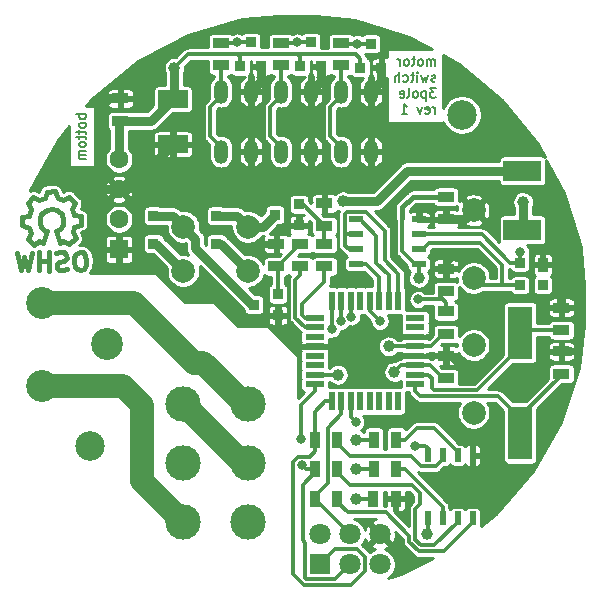
<source format=gbr>
G04 #@! TF.FileFunction,Copper,L2,Bot,Signal*
%FSLAX46Y46*%
G04 Gerber Fmt 4.6, Leading zero omitted, Abs format (unit mm)*
G04 Created by KiCad (PCBNEW 4.1.0-alpha+201608281546+7098~46~ubuntu14.04.1-product) date Mon Sep  5 14:38:06 2016*
%MOMM*%
%LPD*%
G01*
G04 APERTURE LIST*
%ADD10C,0.100000*%
%ADD11C,0.150000*%
%ADD12C,0.381000*%
%ADD13C,2.000000*%
%ADD14R,1.600000X0.550000*%
%ADD15R,0.550000X1.600000*%
%ADD16R,0.914400X0.914400*%
%ADD17R,0.508000X1.143000*%
%ADD18R,1.143000X0.508000*%
%ADD19C,3.000000*%
%ADD20R,1.600000X1.600000*%
%ADD21C,1.600000*%
%ADD22R,3.200400X1.780540*%
%ADD23R,1.800000X1.800000*%
%ADD24C,1.800000*%
%ADD25R,1.998980X4.500880*%
%ADD26R,1.397000X0.889000*%
%ADD27R,0.889000X1.397000*%
%ADD28R,2.499360X1.501140*%
%ADD29C,2.700000*%
%ADD30O,1.200000X2.000000*%
%ADD31R,0.850000X1.200000*%
%ADD32R,0.850000X0.850000*%
%ADD33C,2.500000*%
%ADD34C,1.000000*%
%ADD35C,0.800000*%
%ADD36C,0.800000*%
%ADD37C,0.300000*%
%ADD38C,0.400000*%
%ADD39C,2.000000*%
%ADD40C,0.250000*%
G04 APERTURE END LIST*
D10*
D11*
X111712023Y-79836904D02*
X111712023Y-79303571D01*
X111712023Y-79379761D02*
X111673928Y-79341666D01*
X111597738Y-79303571D01*
X111483452Y-79303571D01*
X111407261Y-79341666D01*
X111369166Y-79417857D01*
X111369166Y-79836904D01*
X111369166Y-79417857D02*
X111331071Y-79341666D01*
X111254880Y-79303571D01*
X111140595Y-79303571D01*
X111064404Y-79341666D01*
X111026309Y-79417857D01*
X111026309Y-79836904D01*
X110531071Y-79836904D02*
X110607261Y-79798809D01*
X110645357Y-79760714D01*
X110683452Y-79684523D01*
X110683452Y-79455952D01*
X110645357Y-79379761D01*
X110607261Y-79341666D01*
X110531071Y-79303571D01*
X110416785Y-79303571D01*
X110340595Y-79341666D01*
X110302500Y-79379761D01*
X110264404Y-79455952D01*
X110264404Y-79684523D01*
X110302500Y-79760714D01*
X110340595Y-79798809D01*
X110416785Y-79836904D01*
X110531071Y-79836904D01*
X110035833Y-79303571D02*
X109731071Y-79303571D01*
X109921547Y-79036904D02*
X109921547Y-79722619D01*
X109883452Y-79798809D01*
X109807261Y-79836904D01*
X109731071Y-79836904D01*
X109350119Y-79836904D02*
X109426309Y-79798809D01*
X109464404Y-79760714D01*
X109502500Y-79684523D01*
X109502500Y-79455952D01*
X109464404Y-79379761D01*
X109426309Y-79341666D01*
X109350119Y-79303571D01*
X109235833Y-79303571D01*
X109159642Y-79341666D01*
X109121547Y-79379761D01*
X109083452Y-79455952D01*
X109083452Y-79684523D01*
X109121547Y-79760714D01*
X109159642Y-79798809D01*
X109235833Y-79836904D01*
X109350119Y-79836904D01*
X108740595Y-79836904D02*
X108740595Y-79303571D01*
X108740595Y-79455952D02*
X108702500Y-79379761D01*
X108664404Y-79341666D01*
X108588214Y-79303571D01*
X108512023Y-79303571D01*
X111750119Y-81148809D02*
X111673928Y-81186904D01*
X111521547Y-81186904D01*
X111445357Y-81148809D01*
X111407261Y-81072619D01*
X111407261Y-81034523D01*
X111445357Y-80958333D01*
X111521547Y-80920238D01*
X111635833Y-80920238D01*
X111712023Y-80882142D01*
X111750119Y-80805952D01*
X111750119Y-80767857D01*
X111712023Y-80691666D01*
X111635833Y-80653571D01*
X111521547Y-80653571D01*
X111445357Y-80691666D01*
X111140595Y-80653571D02*
X110988214Y-81186904D01*
X110835833Y-80805952D01*
X110683452Y-81186904D01*
X110531071Y-80653571D01*
X110226309Y-81186904D02*
X110226309Y-80653571D01*
X110226309Y-80386904D02*
X110264404Y-80425000D01*
X110226309Y-80463095D01*
X110188214Y-80425000D01*
X110226309Y-80386904D01*
X110226309Y-80463095D01*
X109959642Y-80653571D02*
X109654880Y-80653571D01*
X109845357Y-80386904D02*
X109845357Y-81072619D01*
X109807261Y-81148809D01*
X109731071Y-81186904D01*
X109654880Y-81186904D01*
X109045357Y-81148809D02*
X109121547Y-81186904D01*
X109273928Y-81186904D01*
X109350119Y-81148809D01*
X109388214Y-81110714D01*
X109426309Y-81034523D01*
X109426309Y-80805952D01*
X109388214Y-80729761D01*
X109350119Y-80691666D01*
X109273928Y-80653571D01*
X109121547Y-80653571D01*
X109045357Y-80691666D01*
X108702500Y-81186904D02*
X108702500Y-80386904D01*
X108359642Y-81186904D02*
X108359642Y-80767857D01*
X108397738Y-80691666D01*
X108473928Y-80653571D01*
X108588214Y-80653571D01*
X108664404Y-80691666D01*
X108702500Y-80729761D01*
X111788214Y-81736904D02*
X111292976Y-81736904D01*
X111559642Y-82041666D01*
X111445357Y-82041666D01*
X111369166Y-82079761D01*
X111331071Y-82117857D01*
X111292976Y-82194047D01*
X111292976Y-82384523D01*
X111331071Y-82460714D01*
X111369166Y-82498809D01*
X111445357Y-82536904D01*
X111673928Y-82536904D01*
X111750119Y-82498809D01*
X111788214Y-82460714D01*
X110950119Y-82003571D02*
X110950119Y-82803571D01*
X110950119Y-82041666D02*
X110873928Y-82003571D01*
X110721547Y-82003571D01*
X110645357Y-82041666D01*
X110607261Y-82079761D01*
X110569166Y-82155952D01*
X110569166Y-82384523D01*
X110607261Y-82460714D01*
X110645357Y-82498809D01*
X110721547Y-82536904D01*
X110873928Y-82536904D01*
X110950119Y-82498809D01*
X110112023Y-82536904D02*
X110188214Y-82498809D01*
X110226309Y-82460714D01*
X110264404Y-82384523D01*
X110264404Y-82155952D01*
X110226309Y-82079761D01*
X110188214Y-82041666D01*
X110112023Y-82003571D01*
X109997738Y-82003571D01*
X109921547Y-82041666D01*
X109883452Y-82079761D01*
X109845357Y-82155952D01*
X109845357Y-82384523D01*
X109883452Y-82460714D01*
X109921547Y-82498809D01*
X109997738Y-82536904D01*
X110112023Y-82536904D01*
X109388214Y-82536904D02*
X109464404Y-82498809D01*
X109502500Y-82422619D01*
X109502500Y-81736904D01*
X108778690Y-82498809D02*
X108854880Y-82536904D01*
X109007261Y-82536904D01*
X109083452Y-82498809D01*
X109121547Y-82422619D01*
X109121547Y-82117857D01*
X109083452Y-82041666D01*
X109007261Y-82003571D01*
X108854880Y-82003571D01*
X108778690Y-82041666D01*
X108740595Y-82117857D01*
X108740595Y-82194047D01*
X109121547Y-82270238D01*
X111712023Y-83886904D02*
X111712023Y-83353571D01*
X111712023Y-83505952D02*
X111673928Y-83429761D01*
X111635833Y-83391666D01*
X111559642Y-83353571D01*
X111483452Y-83353571D01*
X110912023Y-83848809D02*
X110988214Y-83886904D01*
X111140595Y-83886904D01*
X111216785Y-83848809D01*
X111254880Y-83772619D01*
X111254880Y-83467857D01*
X111216785Y-83391666D01*
X111140595Y-83353571D01*
X110988214Y-83353571D01*
X110912023Y-83391666D01*
X110873928Y-83467857D01*
X110873928Y-83544047D01*
X111254880Y-83620238D01*
X110607261Y-83353571D02*
X110416785Y-83886904D01*
X110226309Y-83353571D01*
X108892976Y-83886904D02*
X109350119Y-83886904D01*
X109121547Y-83886904D02*
X109121547Y-83086904D01*
X109197738Y-83201190D01*
X109273928Y-83277380D01*
X109350119Y-83315476D01*
X82149904Y-83966285D02*
X81349904Y-83966285D01*
X81654666Y-83966285D02*
X81616571Y-84042476D01*
X81616571Y-84194857D01*
X81654666Y-84271047D01*
X81692761Y-84309142D01*
X81768952Y-84347238D01*
X81997523Y-84347238D01*
X82073714Y-84309142D01*
X82111809Y-84271047D01*
X82149904Y-84194857D01*
X82149904Y-84042476D01*
X82111809Y-83966285D01*
X82149904Y-84804380D02*
X82111809Y-84728190D01*
X82073714Y-84690095D01*
X81997523Y-84652000D01*
X81768952Y-84652000D01*
X81692761Y-84690095D01*
X81654666Y-84728190D01*
X81616571Y-84804380D01*
X81616571Y-84918666D01*
X81654666Y-84994857D01*
X81692761Y-85032952D01*
X81768952Y-85071047D01*
X81997523Y-85071047D01*
X82073714Y-85032952D01*
X82111809Y-84994857D01*
X82149904Y-84918666D01*
X82149904Y-84804380D01*
X81616571Y-85299619D02*
X81616571Y-85604380D01*
X81349904Y-85413904D02*
X82035619Y-85413904D01*
X82111809Y-85452000D01*
X82149904Y-85528190D01*
X82149904Y-85604380D01*
X81616571Y-85756761D02*
X81616571Y-86061523D01*
X81349904Y-85871047D02*
X82035619Y-85871047D01*
X82111809Y-85909142D01*
X82149904Y-85985333D01*
X82149904Y-86061523D01*
X82149904Y-86442476D02*
X82111809Y-86366285D01*
X82073714Y-86328190D01*
X81997523Y-86290095D01*
X81768952Y-86290095D01*
X81692761Y-86328190D01*
X81654666Y-86366285D01*
X81616571Y-86442476D01*
X81616571Y-86556761D01*
X81654666Y-86632952D01*
X81692761Y-86671047D01*
X81768952Y-86709142D01*
X81997523Y-86709142D01*
X82073714Y-86671047D01*
X82111809Y-86632952D01*
X82149904Y-86556761D01*
X82149904Y-86442476D01*
X82149904Y-87052000D02*
X81616571Y-87052000D01*
X81692761Y-87052000D02*
X81654666Y-87090095D01*
X81616571Y-87166285D01*
X81616571Y-87280571D01*
X81654666Y-87356761D01*
X81730857Y-87394857D01*
X82149904Y-87394857D01*
X81730857Y-87394857D02*
X81654666Y-87432952D01*
X81616571Y-87509142D01*
X81616571Y-87623428D01*
X81654666Y-87699619D01*
X81730857Y-87737714D01*
X82149904Y-87737714D01*
D12*
X77579220Y-95653860D02*
X77218540Y-97124520D01*
X77218540Y-97124520D02*
X76939140Y-96062800D01*
X76939140Y-96062800D02*
X76629260Y-97134680D01*
X76629260Y-97134680D02*
X76288900Y-95684340D01*
X78999080Y-96344740D02*
X78209140Y-96334580D01*
X78209140Y-96334580D02*
X78198980Y-96344740D01*
X78198980Y-96344740D02*
X78198980Y-96334580D01*
X78158340Y-95623380D02*
X78158340Y-97165160D01*
X79047340Y-95613220D02*
X79047340Y-97182940D01*
X79047340Y-97182940D02*
X79037180Y-97172780D01*
X79598520Y-95714820D02*
X79949040Y-95633540D01*
X79949040Y-95633540D02*
X80269080Y-95623380D01*
X80269080Y-95623380D02*
X80507840Y-95824040D01*
X80507840Y-95824040D02*
X80538320Y-96093280D01*
X80538320Y-96093280D02*
X80297020Y-96334580D01*
X80297020Y-96334580D02*
X79908400Y-96464120D01*
X79908400Y-96464120D02*
X79728060Y-96624140D01*
X79728060Y-96624140D02*
X79687420Y-96923860D01*
X79687420Y-96923860D02*
X79918560Y-97144840D01*
X79918560Y-97144840D02*
X80238600Y-97172780D01*
X80238600Y-97172780D02*
X80589120Y-97063560D01*
X81627980Y-95613220D02*
X81876900Y-95633540D01*
X81876900Y-95633540D02*
X82118200Y-95874840D01*
X82118200Y-95874840D02*
X82207100Y-96365060D01*
X82207100Y-96365060D02*
X82179160Y-96713040D01*
X82179160Y-96713040D02*
X81978500Y-97033080D01*
X81978500Y-97033080D02*
X81727040Y-97155000D01*
X81727040Y-97155000D02*
X81417160Y-97083880D01*
X81417160Y-97083880D02*
X81198720Y-96903540D01*
X81198720Y-96903540D02*
X81127600Y-96443800D01*
X81127600Y-96443800D02*
X81178400Y-96034860D01*
X81178400Y-96034860D02*
X81287620Y-95752920D01*
X81287620Y-95752920D02*
X81648300Y-95623380D01*
X81028540Y-93893640D02*
X81287620Y-94454980D01*
X81287620Y-94454980D02*
X80749140Y-94973140D01*
X80749140Y-94973140D02*
X80228440Y-94703900D01*
X80228440Y-94703900D02*
X79949040Y-94863920D01*
X78508860Y-94843600D02*
X78178660Y-94653100D01*
X78178660Y-94653100D02*
X77739240Y-94983300D01*
X77739240Y-94983300D02*
X77266800Y-94493080D01*
X77266800Y-94493080D02*
X77548740Y-94013020D01*
X77548740Y-94013020D02*
X77358240Y-93543120D01*
X77358240Y-93543120D02*
X76748640Y-93355160D01*
X76748640Y-93355160D02*
X76748640Y-92674440D01*
X76748640Y-92674440D02*
X77307440Y-92534740D01*
X77307440Y-92534740D02*
X77508100Y-91963240D01*
X77508100Y-91963240D02*
X77238860Y-91493340D01*
X77238860Y-91493340D02*
X77708760Y-90982800D01*
X77708760Y-90982800D02*
X78226920Y-91244420D01*
X78226920Y-91244420D02*
X78696820Y-91043760D01*
X78696820Y-91043760D02*
X78867000Y-90502740D01*
X78867000Y-90502740D02*
X79557880Y-90484960D01*
X79557880Y-90484960D02*
X79768700Y-91033600D01*
X79768700Y-91033600D02*
X80187800Y-91203780D01*
X80187800Y-91203780D02*
X80738980Y-90934540D01*
X80738980Y-90934540D02*
X81257140Y-91462860D01*
X81257140Y-91462860D02*
X81008220Y-92003880D01*
X81008220Y-92003880D02*
X81178400Y-92483940D01*
X81178400Y-92483940D02*
X81727040Y-92583000D01*
X81727040Y-92583000D02*
X81737200Y-93284040D01*
X81737200Y-93284040D02*
X81178400Y-93484700D01*
X81178400Y-93484700D02*
X81038700Y-93883480D01*
X78897480Y-93863160D02*
X78597760Y-93713300D01*
X78597760Y-93713300D02*
X78397100Y-93515180D01*
X78397100Y-93515180D02*
X78247240Y-93113860D01*
X78247240Y-93113860D02*
X78247240Y-92715080D01*
X78247240Y-92715080D02*
X78397100Y-92364560D01*
X78397100Y-92364560D02*
X78849220Y-92014040D01*
X78849220Y-92014040D02*
X79298800Y-91963240D01*
X79298800Y-91963240D02*
X79697580Y-92064840D01*
X79697580Y-92064840D02*
X80098900Y-92412820D01*
X80098900Y-92412820D02*
X80248760Y-92864940D01*
X80248760Y-92864940D02*
X80197960Y-93362780D01*
X80197960Y-93362780D02*
X79949040Y-93665040D01*
X79949040Y-93665040D02*
X79598520Y-93863160D01*
X79598520Y-93863160D02*
X79949040Y-94863920D01*
X78897480Y-93863160D02*
X78498700Y-94863920D01*
D13*
X114985800Y-92075000D03*
X114985800Y-97790000D03*
X114985800Y-103505000D03*
X114985800Y-109220000D03*
D14*
X110041000Y-101200000D03*
X110041000Y-102000000D03*
X110041000Y-102800000D03*
X110041000Y-103600000D03*
X110041000Y-104400000D03*
X110041000Y-105200000D03*
X110041000Y-106000000D03*
X110041000Y-106800000D03*
D15*
X108591000Y-108250000D03*
X107791000Y-108250000D03*
X106991000Y-108250000D03*
X106191000Y-108250000D03*
X105391000Y-108250000D03*
X104591000Y-108250000D03*
X103791000Y-108250000D03*
X102991000Y-108250000D03*
D14*
X101541000Y-106800000D03*
X101541000Y-106000000D03*
X101541000Y-105200000D03*
X101541000Y-104400000D03*
X101541000Y-103600000D03*
X101541000Y-102800000D03*
X101541000Y-102000000D03*
X101541000Y-101200000D03*
D15*
X102991000Y-99750000D03*
X103791000Y-99750000D03*
X104591000Y-99750000D03*
X105391000Y-99750000D03*
X106191000Y-99750000D03*
X106991000Y-99750000D03*
X107791000Y-99750000D03*
X108591000Y-99750000D03*
D16*
X87884000Y-92549980D03*
X87884000Y-94902020D03*
X93218000Y-92549980D03*
X93218000Y-94902020D03*
D17*
X111095000Y-118167000D03*
X111095000Y-112833000D03*
X112365000Y-118167000D03*
X113635000Y-118167000D03*
X114905000Y-118167000D03*
X112365000Y-112833000D03*
X113635000Y-112833000D03*
X114905000Y-112833000D03*
D18*
X110363000Y-96647000D03*
X105029000Y-96647000D03*
X110363000Y-95377000D03*
X110363000Y-94107000D03*
X110363000Y-92837000D03*
X105029000Y-95377000D03*
X105029000Y-94107000D03*
X105029000Y-92837000D03*
D13*
X95885000Y-93472000D03*
X95885000Y-97222000D03*
D19*
X95885000Y-108472000D03*
X95885000Y-113472000D03*
X95885000Y-118472000D03*
D13*
X90424000Y-93472000D03*
X90424000Y-97222000D03*
D19*
X90424000Y-108472000D03*
X90424000Y-113472000D03*
X90424000Y-118472000D03*
D20*
X84963000Y-95377000D03*
D21*
X84963000Y-92837000D03*
X84963000Y-90297000D03*
X84963000Y-87757000D03*
D16*
X100203000Y-93345000D03*
X100203000Y-91567000D03*
X98171000Y-92456000D03*
X98425000Y-100965000D03*
X98425000Y-99187000D03*
X96393000Y-100076000D03*
D22*
X119126000Y-88734900D03*
X119126000Y-93738700D03*
D23*
X101981000Y-122047000D03*
D24*
X101981000Y-119507000D03*
X104521000Y-122047000D03*
X104521000Y-119507000D03*
X107061000Y-122047000D03*
X107061000Y-119507000D03*
D25*
X118935500Y-102435660D03*
X118935500Y-110934500D03*
D26*
X100330000Y-94932500D03*
X100330000Y-96837500D03*
X98298000Y-96837500D03*
X98298000Y-94932500D03*
X102362000Y-94932500D03*
X102362000Y-96837500D03*
X93599000Y-77914500D03*
X93599000Y-79819500D03*
X98679000Y-77914500D03*
X98679000Y-79819500D03*
X103759000Y-77914500D03*
X103759000Y-79819500D03*
D27*
X106547500Y-111500000D03*
X108452500Y-111500000D03*
X101547500Y-111500000D03*
X103452500Y-111500000D03*
X101547500Y-116500000D03*
X103452500Y-116500000D03*
X101547500Y-114000000D03*
X103452500Y-114000000D03*
X106547500Y-114000000D03*
X108452500Y-114000000D03*
D26*
X112649000Y-102552500D03*
X112649000Y-100647500D03*
X102362000Y-93408500D03*
X102362000Y-91503500D03*
X112649000Y-106299000D03*
X112649000Y-104394000D03*
D27*
X106500000Y-116500000D03*
X108405000Y-116500000D03*
D26*
X122428000Y-102235000D03*
X122428000Y-100330000D03*
X122428000Y-105918000D03*
X122428000Y-104013000D03*
X112649000Y-98933000D03*
X112649000Y-97028000D03*
X112649000Y-92837000D03*
X112649000Y-90932000D03*
X85090000Y-84518500D03*
X85090000Y-82613500D03*
D28*
X89535000Y-86487000D03*
X89535000Y-82677000D03*
D16*
X95250000Y-79883000D03*
X97028000Y-79883000D03*
X96139000Y-77851000D03*
X100330000Y-79883000D03*
X102108000Y-79883000D03*
X101219000Y-77851000D03*
X105410000Y-80010000D03*
X107188000Y-80010000D03*
X106299000Y-77978000D03*
D29*
X78486000Y-106934000D03*
X78486000Y-99934000D03*
X83986000Y-103434000D03*
D30*
X96139000Y-82042000D03*
X93599000Y-82042000D03*
X98679000Y-82042000D03*
X101219000Y-82042000D03*
X103759000Y-82042000D03*
X106299000Y-82042000D03*
X93599000Y-87122000D03*
X96139000Y-87122000D03*
X98679000Y-87122000D03*
X101219000Y-87122000D03*
X103759000Y-87122000D03*
X106299000Y-87122000D03*
D31*
X120838000Y-96702880D03*
D32*
X120838000Y-98422500D03*
X118938000Y-98422500D03*
D10*
G36*
X118513000Y-96097500D02*
X119363000Y-96097500D01*
X119363000Y-96947500D01*
X118513000Y-96947500D01*
X118513000Y-96097500D01*
X118513000Y-96097500D01*
G37*
D33*
X82500000Y-112000000D03*
X114000000Y-84000000D03*
D34*
X103949500Y-91313000D03*
X107802159Y-103605437D03*
X108268472Y-105773160D03*
X110363000Y-97790000D03*
X89662000Y-80010000D03*
X111000000Y-119500000D03*
X105000000Y-116500000D03*
X105000000Y-111500000D03*
X105000000Y-114000000D03*
X103500000Y-106000000D03*
X118681500Y-114744500D03*
X123063000Y-96647000D03*
X113252801Y-116481906D03*
X113538000Y-95948500D03*
X109500000Y-116500000D03*
D35*
X107061000Y-101473000D03*
X110299500Y-99631500D03*
D34*
X119189500Y-91376500D03*
D35*
X100390312Y-111461748D03*
X100463032Y-113685979D03*
X118935500Y-95631000D03*
X110000000Y-112000000D03*
X105000000Y-110000000D03*
X104648000Y-101092000D03*
X94996000Y-77851000D03*
X103728844Y-101485924D03*
X100076000Y-77851000D03*
X102966847Y-102133523D03*
X105156000Y-77978000D03*
D36*
X96393000Y-100076000D02*
X96222998Y-100076000D01*
X96222998Y-100076000D02*
X91423999Y-95277001D01*
X91423999Y-95277001D02*
X91423999Y-94471999D01*
X91423999Y-94471999D02*
X90424000Y-93472000D01*
X87884000Y-92549980D02*
X89501980Y-92549980D01*
X89501980Y-92549980D02*
X90424000Y-93472000D01*
X119126000Y-88734900D02*
X109385100Y-88734900D01*
X109385100Y-88734900D02*
X106807000Y-91313000D01*
X106807000Y-91313000D02*
X103949500Y-91313000D01*
X119100600Y-88709500D02*
X119126000Y-88734900D01*
X87884000Y-94902020D02*
X88104020Y-94902020D01*
X88104020Y-94902020D02*
X90424000Y-97222000D01*
X93218000Y-94902020D02*
X93565020Y-94902020D01*
X93565020Y-94902020D02*
X95885000Y-97222000D01*
X95885000Y-93472000D02*
X97155000Y-93472000D01*
X97155000Y-93472000D02*
X98171000Y-92456000D01*
X93218000Y-92549980D02*
X94962980Y-92549980D01*
X94962980Y-92549980D02*
X95885000Y-93472000D01*
D37*
X111095000Y-118167000D02*
X111095000Y-119405000D01*
X111095000Y-119405000D02*
X111000000Y-119500000D01*
X107807596Y-103600000D02*
X107802159Y-103605437D01*
X110041000Y-103600000D02*
X107807596Y-103600000D01*
X108841632Y-105200000D02*
X108268472Y-105773160D01*
X110041000Y-105200000D02*
X108841632Y-105200000D01*
X110363000Y-96647000D02*
X110363000Y-97790000D01*
X110041000Y-105200000D02*
X111296000Y-105200000D01*
X111296000Y-105200000D02*
X112395000Y-106299000D01*
X112395000Y-106299000D02*
X112649000Y-106299000D01*
X110041000Y-103600000D02*
X111347500Y-103600000D01*
X111347500Y-103600000D02*
X112395000Y-102552500D01*
X112395000Y-102552500D02*
X112649000Y-102552500D01*
D38*
X108966000Y-91821000D02*
X109855000Y-90932000D01*
X109855000Y-90932000D02*
X112649000Y-90932000D01*
X108966000Y-92710000D02*
X108966000Y-91821000D01*
D36*
X84963000Y-87757000D02*
X84963000Y-84645500D01*
X84963000Y-84645500D02*
X85090000Y-84518500D01*
X85090000Y-84518500D02*
X87693500Y-84518500D01*
X87693500Y-84518500D02*
X89662000Y-82550000D01*
X89662000Y-82550000D02*
X89662000Y-80010000D01*
D37*
X94991200Y-78867000D02*
X90805000Y-78867000D01*
X90805000Y-78867000D02*
X89662000Y-80010000D01*
X108966000Y-95567500D02*
X108966000Y-92710000D01*
X110045500Y-96647000D02*
X108966000Y-95567500D01*
X110363000Y-96647000D02*
X110045500Y-96647000D01*
X105410000Y-80010000D02*
X105410000Y-79252800D01*
X105410000Y-79252800D02*
X105037265Y-78880065D01*
X105037265Y-78880065D02*
X100084265Y-78880065D01*
X100084265Y-78880065D02*
X100071200Y-78867000D01*
X100330000Y-79883000D02*
X100330000Y-79125800D01*
X100330000Y-79125800D02*
X100071200Y-78867000D01*
X100071200Y-78867000D02*
X94991200Y-78867000D01*
X95250000Y-79883000D02*
X95250000Y-79125800D01*
X95250000Y-79125800D02*
X94991200Y-78867000D01*
X106500000Y-116500000D02*
X105000000Y-116500000D01*
X106547500Y-111500000D02*
X105000000Y-111500000D01*
X106547500Y-114000000D02*
X105000000Y-114000000D01*
X101541000Y-106000000D02*
X103500000Y-106000000D01*
X110041000Y-102800000D02*
X111141000Y-102800000D01*
X111141000Y-102800000D02*
X111442500Y-102498500D01*
D36*
X122428000Y-100330000D02*
X122428000Y-97282000D01*
X122428000Y-97282000D02*
X123063000Y-96647000D01*
X113157000Y-104394000D02*
X114046000Y-105283000D01*
X112649000Y-104394000D02*
X113157000Y-104394000D01*
D37*
X112649000Y-104394000D02*
X110047000Y-104394000D01*
X110047000Y-104394000D02*
X110041000Y-104400000D01*
X114905000Y-113704500D02*
X114908260Y-113707760D01*
X114908260Y-113707760D02*
X114908260Y-114826447D01*
X114908260Y-114826447D02*
X113252801Y-116481906D01*
D36*
X112649000Y-92837000D02*
X114223800Y-92837000D01*
X114223800Y-92837000D02*
X114985800Y-92075000D01*
D37*
X112649000Y-96837500D02*
X113538000Y-95948500D01*
X112649000Y-97028000D02*
X112649000Y-96837500D01*
D36*
X107188000Y-80010000D02*
X107188000Y-81153000D01*
X107188000Y-81153000D02*
X106299000Y-82042000D01*
X102108000Y-79883000D02*
X102108000Y-81153000D01*
X102108000Y-81153000D02*
X101219000Y-82042000D01*
X97028000Y-79883000D02*
X97028000Y-81153000D01*
X97028000Y-81153000D02*
X96139000Y-82042000D01*
X85090000Y-82613500D02*
X84137500Y-82613500D01*
X84137500Y-82613500D02*
X83312000Y-83439000D01*
X83312000Y-83439000D02*
X83312000Y-90280726D01*
X83312000Y-90280726D02*
X85741274Y-90280726D01*
X85741274Y-90280726D02*
X89535000Y-86487000D01*
D37*
X108405000Y-116500000D02*
X109500000Y-116500000D01*
D36*
X122555000Y-100330000D02*
X122809000Y-100330000D01*
X123180002Y-104013000D02*
X122555000Y-104013000D01*
D37*
X98425000Y-99187000D02*
X98425000Y-96964500D01*
X98425000Y-96964500D02*
X98298000Y-96837500D01*
X98298000Y-96837500D02*
X98425000Y-96837500D01*
X98425000Y-96837500D02*
X100330000Y-94932500D01*
X102362000Y-93408500D02*
X102362000Y-94932500D01*
X100203000Y-91567000D02*
X100520500Y-91567000D01*
X100520500Y-91567000D02*
X102362000Y-93408500D01*
D39*
X90424000Y-118472000D02*
X86923999Y-114971999D01*
X86923999Y-114971999D02*
X86923999Y-108582820D01*
X86923999Y-108582820D02*
X85275179Y-106934000D01*
X85275179Y-106934000D02*
X80041634Y-106934000D01*
X80041634Y-106934000D02*
X78486000Y-106934000D01*
X83942965Y-103477035D02*
X83986000Y-103434000D01*
X95885000Y-113472000D02*
X95424000Y-113472000D01*
X95424000Y-113472000D02*
X90424000Y-108472000D01*
X95885000Y-108472000D02*
X95604002Y-108472000D01*
X86268166Y-99934000D02*
X78486000Y-99934000D01*
X95604002Y-108472000D02*
X92104001Y-104971999D01*
X92104001Y-104971999D02*
X91306165Y-104971999D01*
X91306165Y-104971999D02*
X86268166Y-99934000D01*
D37*
X110041000Y-106000000D02*
X111141000Y-106000000D01*
X111141000Y-106000000D02*
X111442500Y-106301500D01*
X111442500Y-106301500D02*
X111442500Y-107124500D01*
X111640989Y-107322989D02*
X115299121Y-107322989D01*
X111442500Y-107124500D02*
X111640989Y-107322989D01*
X115299121Y-107322989D02*
X118935500Y-103686610D01*
X118935500Y-103686610D02*
X118935500Y-102435660D01*
X118872000Y-103237030D02*
X118872000Y-101986080D01*
X122555000Y-102235000D02*
X119120920Y-102235000D01*
X119120920Y-102235000D02*
X118872000Y-101986080D01*
X110041000Y-106800000D02*
X110041000Y-107375000D01*
X110041000Y-107375000D02*
X110489000Y-107823000D01*
X110489000Y-107823000D02*
X117074950Y-107823000D01*
X117074950Y-107823000D02*
X118935500Y-109683550D01*
X118935500Y-109683550D02*
X118935500Y-110934500D01*
X118872000Y-109233970D02*
X118872000Y-110484920D01*
X118427500Y-110045500D02*
X122555000Y-105918000D01*
X106191000Y-99750000D02*
X106191000Y-100603000D01*
X106191000Y-100603000D02*
X107061000Y-101473000D01*
X112649000Y-100647500D02*
X112649000Y-99903000D01*
X112649000Y-99903000D02*
X112377500Y-99631500D01*
X112377500Y-99631500D02*
X111950500Y-99631500D01*
X110299500Y-99631500D02*
X111950500Y-99631500D01*
X111950500Y-99631500D02*
X112649000Y-98933000D01*
D36*
X119189500Y-91376500D02*
X119189500Y-93675200D01*
X119189500Y-93675200D02*
X119126000Y-93738700D01*
D37*
X93599000Y-82042000D02*
X93599000Y-79946500D01*
X93599000Y-79946500D02*
X93726000Y-79819500D01*
X93599000Y-87122000D02*
X93599000Y-86722000D01*
X93599000Y-86722000D02*
X92699000Y-85822000D01*
X92699000Y-85822000D02*
X92699000Y-83342000D01*
X92699000Y-83342000D02*
X93599000Y-82442000D01*
X93599000Y-82442000D02*
X93599000Y-82042000D01*
X93916500Y-81724500D02*
X93599000Y-82042000D01*
X98679000Y-82042000D02*
X98679000Y-79819500D01*
X98679000Y-87122000D02*
X98679000Y-86722000D01*
X98679000Y-86722000D02*
X97779000Y-85822000D01*
X97779000Y-83342000D02*
X98679000Y-82442000D01*
X97779000Y-85822000D02*
X97779000Y-83342000D01*
X98679000Y-82442000D02*
X98679000Y-82042000D01*
X98996500Y-81724500D02*
X98679000Y-82042000D01*
X103759000Y-82442000D02*
X103759000Y-82042000D01*
X103759000Y-86722000D02*
X102859000Y-85822000D01*
X102859000Y-85822000D02*
X102859000Y-83342000D01*
X103759000Y-87122000D02*
X103759000Y-86722000D01*
X102859000Y-83342000D02*
X103759000Y-82442000D01*
X103759000Y-82042000D02*
X103759000Y-79946500D01*
X104076500Y-81724500D02*
X103759000Y-82042000D01*
X105771001Y-121446999D02*
X105771001Y-122647001D01*
X100593888Y-123797012D02*
X99706998Y-122910122D01*
X101981000Y-122047000D02*
X103231001Y-120796999D01*
X99706998Y-122910122D02*
X99706998Y-113371958D01*
X99706998Y-113371958D02*
X100142987Y-112935969D01*
X105771001Y-122647001D02*
X104620990Y-123797012D01*
X101110031Y-112935969D02*
X101547500Y-112498500D01*
X101547500Y-112498500D02*
X101547500Y-111500000D01*
X104620990Y-123797012D02*
X100593888Y-123797012D01*
X105121001Y-120796999D02*
X105771001Y-121446999D01*
X100142987Y-112935969D02*
X101110031Y-112935969D01*
X103231001Y-120796999D02*
X105121001Y-120796999D01*
X101547500Y-111500000D02*
X101547500Y-109118500D01*
X101547500Y-109118500D02*
X102416000Y-108250000D01*
X102416000Y-108250000D02*
X102991000Y-108250000D01*
X100390312Y-108525688D02*
X100390312Y-111461748D01*
X101541000Y-107375000D02*
X100390312Y-108525688D01*
X100777053Y-114000000D02*
X100463032Y-113685979D01*
X101547500Y-114000000D02*
X100777053Y-114000000D01*
X101541000Y-106800000D02*
X101541000Y-107375000D01*
X100800999Y-123297001D02*
X103270999Y-123297001D01*
X103270999Y-123297001D02*
X104521000Y-122047000D01*
X100730999Y-120230999D02*
X100730999Y-123227001D01*
X100500000Y-120000000D02*
X100730999Y-120230999D01*
X100730999Y-123227001D02*
X100800999Y-123297001D01*
X100500000Y-115301500D02*
X100500000Y-120000000D01*
X101547500Y-114000000D02*
X101547500Y-114254000D01*
X101547500Y-114254000D02*
X100500000Y-115301500D01*
X101547500Y-116500000D02*
X101547500Y-116246000D01*
X103791000Y-109350000D02*
X103791000Y-108250000D01*
X101547500Y-116246000D02*
X102657999Y-115135501D01*
X102657999Y-115135501D02*
X102657999Y-110483001D01*
X102657999Y-110483001D02*
X103791000Y-109350000D01*
X104521000Y-119507000D02*
X101547500Y-116533500D01*
X101547500Y-116533500D02*
X101547500Y-116500000D01*
X118938000Y-96522500D02*
X118938000Y-95633500D01*
X118938000Y-95633500D02*
X118935500Y-95631000D01*
X110363000Y-94107000D02*
X115671600Y-94107000D01*
X115671600Y-94107000D02*
X118087140Y-96522540D01*
X118087140Y-96522540D02*
X118092723Y-96516957D01*
X118092723Y-96516957D02*
X118711559Y-96516957D01*
X117417964Y-98422460D02*
X117417964Y-96735091D01*
X117417964Y-96735091D02*
X115505873Y-94823000D01*
X115505873Y-94823000D02*
X111234500Y-94823000D01*
X110680500Y-95377000D02*
X110363000Y-95377000D01*
X111234500Y-94823000D02*
X110680500Y-95377000D01*
X118938000Y-98422500D02*
X118213000Y-98422500D01*
X118213000Y-98422500D02*
X118212960Y-98422460D01*
X118212960Y-98422460D02*
X117417964Y-98422460D01*
X114985800Y-97790000D02*
X115618260Y-98422460D01*
X115618260Y-98422460D02*
X117417964Y-98422460D01*
X113635000Y-112515500D02*
X113635000Y-112833000D01*
X111621000Y-110501500D02*
X113635000Y-112515500D01*
X110195500Y-110501500D02*
X111621000Y-110501500D01*
X109197000Y-111500000D02*
X110195500Y-110501500D01*
X108452500Y-111500000D02*
X109197000Y-111500000D01*
X111760999Y-113754501D02*
X112365000Y-113150500D01*
X109657997Y-112851499D02*
X110560999Y-113754501D01*
X104549999Y-112851499D02*
X109657997Y-112851499D01*
X103452500Y-111754000D02*
X104549999Y-112851499D01*
X110560999Y-113754501D02*
X111760999Y-113754501D01*
X103452500Y-111500000D02*
X103452500Y-111754000D01*
X112365000Y-113150500D02*
X112365000Y-112833000D01*
X114905000Y-118484500D02*
X114905000Y-118167000D01*
X109549988Y-120163114D02*
X110336887Y-120950013D01*
X107535375Y-117648501D02*
X109549987Y-119663113D01*
X103452500Y-116500000D02*
X103452500Y-116754000D01*
X110336887Y-120950013D02*
X112439487Y-120950013D01*
X112439487Y-120950013D02*
X114905000Y-118484500D01*
X103452500Y-116754000D02*
X104347001Y-117648501D01*
X104347001Y-117648501D02*
X107535375Y-117648501D01*
X109549987Y-119663113D02*
X109549988Y-120163114D01*
X113635000Y-118484500D02*
X113635000Y-118167000D01*
X111669498Y-120450002D02*
X113635000Y-118484500D01*
X104549999Y-115351499D02*
X109757503Y-115351499D01*
X110543998Y-120450002D02*
X111669498Y-120450002D01*
X110049998Y-119956002D02*
X110543998Y-120450002D01*
X110049998Y-117356006D02*
X110049998Y-119956002D01*
X110450002Y-116956002D02*
X110049998Y-117356006D01*
X110450002Y-116043998D02*
X110450002Y-116956002D01*
X109757503Y-115351499D02*
X110450002Y-116043998D01*
X103452500Y-114254000D02*
X104549999Y-115351499D01*
X103452500Y-114000000D02*
X103452500Y-114254000D01*
X109197000Y-114000000D02*
X112365000Y-117168000D01*
X108452500Y-114000000D02*
X109197000Y-114000000D01*
X112365000Y-117168000D02*
X112365000Y-118167000D01*
X111095000Y-112833000D02*
X111095000Y-112217812D01*
X111095000Y-112217812D02*
X110877188Y-112000000D01*
X110877188Y-112000000D02*
X110000000Y-112000000D01*
X104591000Y-108250000D02*
X104591000Y-109591000D01*
X104591000Y-109591000D02*
X105000000Y-110000000D01*
X105029000Y-96647000D02*
X105900500Y-96647000D01*
X105900500Y-96647000D02*
X106991000Y-97737500D01*
X106991000Y-97737500D02*
X106991000Y-99750000D01*
X105029000Y-92837000D02*
X105346500Y-92837000D01*
X105346500Y-92837000D02*
X106749930Y-94240430D01*
X106749930Y-94240430D02*
X106749930Y-96546526D01*
X106749930Y-96546526D02*
X107791000Y-97587596D01*
X107791000Y-97587596D02*
X107791000Y-99750000D01*
X104107499Y-94000000D02*
X104107499Y-92392501D01*
X104107499Y-92392501D02*
X104267001Y-92232999D01*
X107446340Y-93798838D02*
X107446340Y-96289952D01*
X107446340Y-96289952D02*
X108591000Y-97434612D01*
X104267001Y-92232999D02*
X105880501Y-92232999D01*
X105880501Y-92232999D02*
X107446340Y-93798838D01*
X108591000Y-97434612D02*
X108591000Y-99750000D01*
X104107499Y-95071862D02*
X104107499Y-94000000D01*
X104157500Y-94107000D02*
X104107499Y-94056999D01*
X105029000Y-94107000D02*
X104157500Y-94107000D01*
X104107499Y-94056999D02*
X104107499Y-94000000D01*
X105029000Y-95377000D02*
X104412637Y-95377000D01*
X104412637Y-95377000D02*
X104107499Y-95071862D01*
X105029000Y-95377000D02*
X104986838Y-95377000D01*
X105029000Y-94107000D02*
X105029000Y-94177000D01*
X104648000Y-101092000D02*
X104648000Y-99807000D01*
X104648000Y-99807000D02*
X104591000Y-99750000D01*
X93599000Y-77914500D02*
X94932500Y-77914500D01*
X94932500Y-77914500D02*
X94996000Y-77851000D01*
X96139000Y-77851000D02*
X94996000Y-77851000D01*
X103791000Y-99750000D02*
X103791000Y-101423768D01*
X103791000Y-101423768D02*
X103728844Y-101485924D01*
X98679000Y-77914500D02*
X100012500Y-77914500D01*
X100012500Y-77914500D02*
X100076000Y-77851000D01*
X101219000Y-77851000D02*
X100076000Y-77851000D01*
X102991000Y-100850000D02*
X102966847Y-100874153D01*
X102966847Y-100874153D02*
X102966847Y-102133523D01*
X102991000Y-99750000D02*
X102991000Y-100850000D01*
X103759000Y-78041500D02*
X103827427Y-77973073D01*
X103827427Y-77973073D02*
X105151073Y-77973073D01*
X105151073Y-77973073D02*
X105156000Y-77978000D01*
X106299000Y-77978000D02*
X105156000Y-77978000D01*
X101541000Y-102000000D02*
X100734695Y-102000000D01*
X100734695Y-102000000D02*
X99893363Y-101158668D01*
X99893363Y-101158668D02*
X99893363Y-98018637D01*
X99893363Y-98018637D02*
X100330000Y-97582000D01*
X100330000Y-97582000D02*
X100330000Y-96837500D01*
X101541000Y-101200000D02*
X100700000Y-101200000D01*
X100456005Y-100956005D02*
X100456005Y-100043995D01*
X100700000Y-101200000D02*
X100456005Y-100956005D01*
X100456005Y-100043995D02*
X102362000Y-98138000D01*
X102362000Y-98138000D02*
X102362000Y-96837500D01*
D40*
G36*
X106481319Y-118308408D02*
X106386461Y-118359110D01*
X106290713Y-118554279D01*
X107061000Y-119324566D01*
X107075142Y-119310424D01*
X107257576Y-119492858D01*
X107243434Y-119507000D01*
X108013721Y-120277287D01*
X108208890Y-120181539D01*
X108318430Y-119944635D01*
X108379647Y-119690914D01*
X108390189Y-119430125D01*
X108368989Y-119295288D01*
X108974987Y-119901286D01*
X108974988Y-120163115D01*
X108980173Y-120215991D01*
X108984800Y-120268886D01*
X108985644Y-120271791D01*
X108985939Y-120274800D01*
X109001286Y-120325631D01*
X109016108Y-120376650D01*
X109017500Y-120379336D01*
X109018374Y-120382230D01*
X109043289Y-120429088D01*
X109067752Y-120476282D01*
X109069641Y-120478648D01*
X109071059Y-120481315D01*
X109104620Y-120522464D01*
X109137765Y-120563984D01*
X109141911Y-120568188D01*
X109141986Y-120568280D01*
X109142071Y-120568350D01*
X109143402Y-120569700D01*
X109930300Y-121356599D01*
X109971360Y-121390326D01*
X110012031Y-121424453D01*
X110014680Y-121425909D01*
X110017017Y-121427829D01*
X110063791Y-121452909D01*
X110110370Y-121478516D01*
X110113257Y-121479432D01*
X110115917Y-121480858D01*
X110166661Y-121496372D01*
X110217338Y-121512448D01*
X110220343Y-121512785D01*
X110223234Y-121513669D01*
X110276051Y-121519034D01*
X110328859Y-121524957D01*
X110334774Y-121524998D01*
X110334880Y-121525009D01*
X110334979Y-121525000D01*
X110336887Y-121525013D01*
X111522043Y-121525013D01*
X108868843Y-122865241D01*
X107754171Y-123176463D01*
X107880698Y-123096166D01*
X108068872Y-122916971D01*
X108218655Y-122704640D01*
X108324344Y-122467259D01*
X108381912Y-122213870D01*
X108386057Y-121917077D01*
X108335586Y-121662180D01*
X108236566Y-121421940D01*
X108092770Y-121205509D01*
X107909673Y-121021130D01*
X107694251Y-120875826D01*
X107454709Y-120775132D01*
X107452665Y-120774712D01*
X107640681Y-120705592D01*
X107735539Y-120654890D01*
X107831287Y-120459721D01*
X107061000Y-119689434D01*
X106290713Y-120459721D01*
X106386461Y-120654890D01*
X106623365Y-120764430D01*
X106670268Y-120775746D01*
X106444163Y-120867099D01*
X106226733Y-121009381D01*
X106185850Y-121049417D01*
X106183225Y-121046129D01*
X106179074Y-121041920D01*
X106179004Y-121041834D01*
X106178925Y-121041768D01*
X106177588Y-121040413D01*
X105527587Y-120390413D01*
X105520698Y-120384755D01*
X105528872Y-120376971D01*
X105678655Y-120164640D01*
X105784344Y-119927259D01*
X105791775Y-119894551D01*
X105862408Y-120086681D01*
X105913110Y-120181539D01*
X106108279Y-120277287D01*
X106878566Y-119507000D01*
X106108279Y-118736713D01*
X105913110Y-118832461D01*
X105803570Y-119069365D01*
X105792584Y-119114897D01*
X105696566Y-118881940D01*
X105552770Y-118665509D01*
X105369673Y-118481130D01*
X105154251Y-118335826D01*
X104914709Y-118235132D01*
X104858047Y-118223501D01*
X106712277Y-118223501D01*
X106481319Y-118308408D01*
X106481319Y-118308408D01*
G37*
X106481319Y-118308408D02*
X106386461Y-118359110D01*
X106290713Y-118554279D01*
X107061000Y-119324566D01*
X107075142Y-119310424D01*
X107257576Y-119492858D01*
X107243434Y-119507000D01*
X108013721Y-120277287D01*
X108208890Y-120181539D01*
X108318430Y-119944635D01*
X108379647Y-119690914D01*
X108390189Y-119430125D01*
X108368989Y-119295288D01*
X108974987Y-119901286D01*
X108974988Y-120163115D01*
X108980173Y-120215991D01*
X108984800Y-120268886D01*
X108985644Y-120271791D01*
X108985939Y-120274800D01*
X109001286Y-120325631D01*
X109016108Y-120376650D01*
X109017500Y-120379336D01*
X109018374Y-120382230D01*
X109043289Y-120429088D01*
X109067752Y-120476282D01*
X109069641Y-120478648D01*
X109071059Y-120481315D01*
X109104620Y-120522464D01*
X109137765Y-120563984D01*
X109141911Y-120568188D01*
X109141986Y-120568280D01*
X109142071Y-120568350D01*
X109143402Y-120569700D01*
X109930300Y-121356599D01*
X109971360Y-121390326D01*
X110012031Y-121424453D01*
X110014680Y-121425909D01*
X110017017Y-121427829D01*
X110063791Y-121452909D01*
X110110370Y-121478516D01*
X110113257Y-121479432D01*
X110115917Y-121480858D01*
X110166661Y-121496372D01*
X110217338Y-121512448D01*
X110220343Y-121512785D01*
X110223234Y-121513669D01*
X110276051Y-121519034D01*
X110328859Y-121524957D01*
X110334774Y-121524998D01*
X110334880Y-121525009D01*
X110334979Y-121525000D01*
X110336887Y-121525013D01*
X111522043Y-121525013D01*
X108868843Y-122865241D01*
X107754171Y-123176463D01*
X107880698Y-123096166D01*
X108068872Y-122916971D01*
X108218655Y-122704640D01*
X108324344Y-122467259D01*
X108381912Y-122213870D01*
X108386057Y-121917077D01*
X108335586Y-121662180D01*
X108236566Y-121421940D01*
X108092770Y-121205509D01*
X107909673Y-121021130D01*
X107694251Y-120875826D01*
X107454709Y-120775132D01*
X107452665Y-120774712D01*
X107640681Y-120705592D01*
X107735539Y-120654890D01*
X107831287Y-120459721D01*
X107061000Y-119689434D01*
X106290713Y-120459721D01*
X106386461Y-120654890D01*
X106623365Y-120764430D01*
X106670268Y-120775746D01*
X106444163Y-120867099D01*
X106226733Y-121009381D01*
X106185850Y-121049417D01*
X106183225Y-121046129D01*
X106179074Y-121041920D01*
X106179004Y-121041834D01*
X106178925Y-121041768D01*
X106177588Y-121040413D01*
X105527587Y-120390413D01*
X105520698Y-120384755D01*
X105528872Y-120376971D01*
X105678655Y-120164640D01*
X105784344Y-119927259D01*
X105791775Y-119894551D01*
X105862408Y-120086681D01*
X105913110Y-120181539D01*
X106108279Y-120277287D01*
X106878566Y-119507000D01*
X106108279Y-118736713D01*
X105913110Y-118832461D01*
X105803570Y-119069365D01*
X105792584Y-119114897D01*
X105696566Y-118881940D01*
X105552770Y-118665509D01*
X105369673Y-118481130D01*
X105154251Y-118335826D01*
X104914709Y-118235132D01*
X104858047Y-118223501D01*
X106712277Y-118223501D01*
X106481319Y-118308408D01*
G36*
X104931436Y-75975917D02*
X109503820Y-77391306D01*
X111436865Y-78436500D01*
X107691667Y-78436500D01*
X107691667Y-79128717D01*
X107687059Y-79127800D01*
X107423250Y-79127800D01*
X107317000Y-79234050D01*
X107317000Y-79881000D01*
X107337000Y-79881000D01*
X107337000Y-80139000D01*
X107317000Y-80139000D01*
X107317000Y-80785950D01*
X107423250Y-80892200D01*
X107687059Y-80892200D01*
X107691667Y-80891283D01*
X107691667Y-84686500D01*
X112425000Y-84686500D01*
X112425000Y-84572290D01*
X112503019Y-84769344D01*
X112680962Y-85045457D01*
X112909146Y-85281749D01*
X113178881Y-85469220D01*
X113479892Y-85600728D01*
X113800714Y-85671265D01*
X114129126Y-85678144D01*
X114452620Y-85621104D01*
X114758874Y-85502316D01*
X115036223Y-85326305D01*
X115274102Y-85099775D01*
X115463451Y-84831356D01*
X115597058Y-84531270D01*
X115669833Y-84210949D01*
X115675072Y-83835758D01*
X115611269Y-83513529D01*
X115486094Y-83209830D01*
X115304313Y-82936228D01*
X115072852Y-82703145D01*
X114800525Y-82519459D01*
X114497708Y-82392166D01*
X114175932Y-82326115D01*
X113847456Y-82323822D01*
X113524790Y-82385374D01*
X113220224Y-82508426D01*
X112945360Y-82688292D01*
X112710667Y-82918121D01*
X112525084Y-83189158D01*
X112425000Y-83422671D01*
X112425000Y-78970783D01*
X113714206Y-79667854D01*
X117402222Y-82718846D01*
X120427393Y-86428072D01*
X121013721Y-87530795D01*
X120963460Y-87489546D01*
X120889627Y-87450082D01*
X120809514Y-87425780D01*
X120726200Y-87417574D01*
X117525800Y-87417574D01*
X117442486Y-87425780D01*
X117362373Y-87450082D01*
X117288540Y-87489546D01*
X117223826Y-87542656D01*
X117170716Y-87607370D01*
X117131252Y-87681203D01*
X117106950Y-87761316D01*
X117098744Y-87844630D01*
X117098744Y-87909900D01*
X109385100Y-87909900D01*
X109309287Y-87917334D01*
X109233340Y-87923978D01*
X109229172Y-87925189D01*
X109224857Y-87925612D01*
X109151960Y-87947621D01*
X109078721Y-87968899D01*
X109074866Y-87970897D01*
X109070717Y-87972150D01*
X109003456Y-88007913D01*
X108935773Y-88042997D01*
X108932384Y-88045703D01*
X108928552Y-88047740D01*
X108869506Y-88095897D01*
X108809939Y-88143448D01*
X108803901Y-88149403D01*
X108803777Y-88149504D01*
X108803682Y-88149619D01*
X108801737Y-88151537D01*
X106465274Y-90488000D01*
X104374006Y-90488000D01*
X104224354Y-90425092D01*
X104046657Y-90388616D01*
X103865259Y-90387349D01*
X103687070Y-90421341D01*
X103518877Y-90489295D01*
X103367087Y-90588624D01*
X103267486Y-90686160D01*
X103261813Y-90682370D01*
X103184468Y-90650332D01*
X103102359Y-90634000D01*
X102597250Y-90634000D01*
X102491000Y-90740250D01*
X102491000Y-91374500D01*
X102511000Y-91374500D01*
X102511000Y-91632500D01*
X102491000Y-91632500D01*
X102491000Y-92266750D01*
X102597250Y-92373000D01*
X103102359Y-92373000D01*
X103184468Y-92356668D01*
X103261813Y-92324630D01*
X103331422Y-92278119D01*
X103390619Y-92218922D01*
X103437130Y-92149313D01*
X103458325Y-92098143D01*
X103496046Y-92124360D01*
X103581383Y-92161643D01*
X103578996Y-92165984D01*
X103578082Y-92168867D01*
X103576653Y-92171531D01*
X103561125Y-92222321D01*
X103545064Y-92272952D01*
X103544727Y-92275957D01*
X103543843Y-92278848D01*
X103538473Y-92331710D01*
X103532555Y-92384473D01*
X103532514Y-92390378D01*
X103532502Y-92390494D01*
X103532512Y-92390602D01*
X103532499Y-92392501D01*
X103532499Y-95071862D01*
X103537683Y-95124729D01*
X103542311Y-95177634D01*
X103543155Y-95180539D01*
X103543450Y-95183547D01*
X103558789Y-95234352D01*
X103573619Y-95285398D01*
X103575012Y-95288085D01*
X103575885Y-95290977D01*
X103600798Y-95337831D01*
X103625263Y-95385030D01*
X103627151Y-95387395D01*
X103628569Y-95390062D01*
X103662139Y-95431223D01*
X103695276Y-95472732D01*
X103699421Y-95476935D01*
X103699496Y-95477027D01*
X103699581Y-95477097D01*
X103700913Y-95478448D01*
X104006050Y-95783586D01*
X104047110Y-95817313D01*
X104087781Y-95851440D01*
X104090430Y-95852896D01*
X104092767Y-95854816D01*
X104096220Y-95856667D01*
X104102416Y-95868260D01*
X104155526Y-95932974D01*
X104220240Y-95986084D01*
X104268726Y-96012000D01*
X104220240Y-96037916D01*
X104155526Y-96091026D01*
X104102416Y-96155740D01*
X104062952Y-96229573D01*
X104038650Y-96309686D01*
X104030444Y-96393000D01*
X104030444Y-96901000D01*
X104038650Y-96984314D01*
X104062952Y-97064427D01*
X104102416Y-97138260D01*
X104155526Y-97202974D01*
X104220240Y-97256084D01*
X104294073Y-97295548D01*
X104374186Y-97319850D01*
X104457500Y-97328056D01*
X105600500Y-97328056D01*
X105683814Y-97319850D01*
X105742405Y-97302077D01*
X106416000Y-97975672D01*
X106416000Y-98522944D01*
X105916000Y-98522944D01*
X105832686Y-98531150D01*
X105791000Y-98543795D01*
X105749314Y-98531150D01*
X105666000Y-98522944D01*
X105116000Y-98522944D01*
X105032686Y-98531150D01*
X104991000Y-98543795D01*
X104949314Y-98531150D01*
X104866000Y-98522944D01*
X104316000Y-98522944D01*
X104232686Y-98531150D01*
X104191000Y-98543795D01*
X104149314Y-98531150D01*
X104066000Y-98522944D01*
X103516000Y-98522944D01*
X103432686Y-98531150D01*
X103391000Y-98543795D01*
X103349314Y-98531150D01*
X103266000Y-98522944D01*
X102786363Y-98522944D01*
X102802292Y-98503552D01*
X102836440Y-98462856D01*
X102837896Y-98460207D01*
X102839816Y-98457870D01*
X102864915Y-98411061D01*
X102890503Y-98364517D01*
X102891417Y-98361634D01*
X102892846Y-98358970D01*
X102908374Y-98308180D01*
X102924435Y-98257549D01*
X102924772Y-98254544D01*
X102925656Y-98251653D01*
X102931026Y-98198791D01*
X102936944Y-98146028D01*
X102936985Y-98140123D01*
X102936997Y-98140007D01*
X102936987Y-98139899D01*
X102937000Y-98138000D01*
X102937000Y-97709056D01*
X103060500Y-97709056D01*
X103143814Y-97700850D01*
X103223927Y-97676548D01*
X103297760Y-97637084D01*
X103362474Y-97583974D01*
X103415584Y-97519260D01*
X103455048Y-97445427D01*
X103479350Y-97365314D01*
X103487556Y-97282000D01*
X103487556Y-96393000D01*
X103479350Y-96309686D01*
X103455048Y-96229573D01*
X103415584Y-96155740D01*
X103362474Y-96091026D01*
X103297760Y-96037916D01*
X103223927Y-95998452D01*
X103143814Y-95974150D01*
X103060500Y-95965944D01*
X101663500Y-95965944D01*
X101580186Y-95974150D01*
X101500073Y-95998452D01*
X101426240Y-96037916D01*
X101361526Y-96091026D01*
X101346000Y-96109944D01*
X101330474Y-96091026D01*
X101265760Y-96037916D01*
X101191927Y-95998452D01*
X101111814Y-95974150D01*
X101028500Y-95965944D01*
X100109729Y-95965944D01*
X100271617Y-95804056D01*
X101028500Y-95804056D01*
X101111814Y-95795850D01*
X101191927Y-95771548D01*
X101265760Y-95732084D01*
X101330474Y-95678974D01*
X101346000Y-95660056D01*
X101361526Y-95678974D01*
X101426240Y-95732084D01*
X101500073Y-95771548D01*
X101580186Y-95795850D01*
X101663500Y-95804056D01*
X103060500Y-95804056D01*
X103143814Y-95795850D01*
X103223927Y-95771548D01*
X103297760Y-95732084D01*
X103362474Y-95678974D01*
X103415584Y-95614260D01*
X103455048Y-95540427D01*
X103479350Y-95460314D01*
X103487556Y-95377000D01*
X103487556Y-94488000D01*
X103479350Y-94404686D01*
X103455048Y-94324573D01*
X103415584Y-94250740D01*
X103362474Y-94186026D01*
X103343556Y-94170500D01*
X103362474Y-94154974D01*
X103415584Y-94090260D01*
X103455048Y-94016427D01*
X103479350Y-93936314D01*
X103487556Y-93853000D01*
X103487556Y-92964000D01*
X103479350Y-92880686D01*
X103455048Y-92800573D01*
X103415584Y-92726740D01*
X103362474Y-92662026D01*
X103297760Y-92608916D01*
X103223927Y-92569452D01*
X103143814Y-92545150D01*
X103060500Y-92536944D01*
X102303617Y-92536944D01*
X102133211Y-92366539D01*
X102233000Y-92266750D01*
X102233000Y-91632500D01*
X102213000Y-91632500D01*
X102213000Y-91374500D01*
X102233000Y-91374500D01*
X102233000Y-90740250D01*
X102126750Y-90634000D01*
X101621641Y-90634000D01*
X101539532Y-90650332D01*
X101462187Y-90682370D01*
X101392578Y-90728881D01*
X101333381Y-90788078D01*
X101286870Y-90857687D01*
X101254833Y-90935032D01*
X101238500Y-91017141D01*
X101238500Y-91268250D01*
X101344748Y-91374498D01*
X101238500Y-91374498D01*
X101238500Y-91471828D01*
X101087256Y-91320584D01*
X101087256Y-91109800D01*
X101079050Y-91026486D01*
X101054748Y-90946373D01*
X101015284Y-90872540D01*
X100962174Y-90807826D01*
X100897460Y-90754716D01*
X100823627Y-90715252D01*
X100743514Y-90690950D01*
X100660200Y-90682744D01*
X99745800Y-90682744D01*
X99662486Y-90690950D01*
X99582373Y-90715252D01*
X99508540Y-90754716D01*
X99443826Y-90807826D01*
X99390716Y-90872540D01*
X99351252Y-90946373D01*
X99326950Y-91026486D01*
X99318744Y-91109800D01*
X99318744Y-92024200D01*
X99326950Y-92107514D01*
X99351252Y-92187627D01*
X99390716Y-92261460D01*
X99443826Y-92326174D01*
X99508540Y-92379284D01*
X99582373Y-92418748D01*
X99662486Y-92443050D01*
X99745800Y-92451256D01*
X100591584Y-92451256D01*
X100603128Y-92462800D01*
X100438250Y-92462800D01*
X100332000Y-92569050D01*
X100332000Y-93216000D01*
X100978950Y-93216000D01*
X101085200Y-93109750D01*
X101085200Y-92944873D01*
X101236444Y-93096117D01*
X101236444Y-93853000D01*
X101244650Y-93936314D01*
X101268952Y-94016427D01*
X101308416Y-94090260D01*
X101361526Y-94154974D01*
X101380444Y-94170500D01*
X101361526Y-94186026D01*
X101346000Y-94204944D01*
X101330474Y-94186026D01*
X101265760Y-94132916D01*
X101191927Y-94093452D01*
X101111814Y-94069150D01*
X101028500Y-94060944D01*
X100998456Y-94060944D01*
X101036830Y-94003513D01*
X101068867Y-93926168D01*
X101085200Y-93844059D01*
X101085200Y-93580250D01*
X100978950Y-93474000D01*
X100332000Y-93474000D01*
X100332000Y-93494000D01*
X100074000Y-93494000D01*
X100074000Y-93474000D01*
X99427050Y-93474000D01*
X99320800Y-93580250D01*
X99320800Y-93844059D01*
X99337133Y-93926168D01*
X99369170Y-94003513D01*
X99415681Y-94073122D01*
X99447179Y-94104620D01*
X99394240Y-94132916D01*
X99329526Y-94186026D01*
X99314219Y-94204678D01*
X99267422Y-94157881D01*
X99197813Y-94111370D01*
X99120468Y-94079332D01*
X99038359Y-94063000D01*
X98533250Y-94063000D01*
X98427000Y-94169250D01*
X98427000Y-94803500D01*
X98447000Y-94803500D01*
X98447000Y-95061500D01*
X98427000Y-95061500D01*
X98427000Y-95695750D01*
X98533250Y-95802000D01*
X98647328Y-95802000D01*
X98483384Y-95965944D01*
X97599500Y-95965944D01*
X97516186Y-95974150D01*
X97436073Y-95998452D01*
X97362240Y-96037916D01*
X97297526Y-96091026D01*
X97244416Y-96155740D01*
X97204952Y-96229573D01*
X97180650Y-96309686D01*
X97172444Y-96393000D01*
X97172444Y-96605947D01*
X97149288Y-96549766D01*
X96994639Y-96317000D01*
X96797724Y-96118706D01*
X96566044Y-95962436D01*
X96308423Y-95854142D01*
X96034674Y-95797949D01*
X95755224Y-95795998D01*
X95646470Y-95816744D01*
X94997476Y-95167750D01*
X97174500Y-95167750D01*
X97174500Y-95418859D01*
X97190833Y-95500968D01*
X97222870Y-95578313D01*
X97269381Y-95647922D01*
X97328578Y-95707119D01*
X97398187Y-95753630D01*
X97475532Y-95785668D01*
X97557641Y-95802000D01*
X98062750Y-95802000D01*
X98169000Y-95695750D01*
X98169000Y-95061500D01*
X97280750Y-95061500D01*
X97174500Y-95167750D01*
X94997476Y-95167750D01*
X94148383Y-94318657D01*
X94089514Y-94270301D01*
X94042923Y-94231207D01*
X94030284Y-94207560D01*
X93977174Y-94142846D01*
X93912460Y-94089736D01*
X93838627Y-94050272D01*
X93758514Y-94025970D01*
X93675200Y-94017764D01*
X92760800Y-94017764D01*
X92677486Y-94025970D01*
X92597373Y-94050272D01*
X92523540Y-94089736D01*
X92458826Y-94142846D01*
X92405716Y-94207560D01*
X92366252Y-94281393D01*
X92341950Y-94361506D01*
X92333744Y-94444820D01*
X92333744Y-95020020D01*
X92248999Y-94935275D01*
X92248999Y-94471999D01*
X92241565Y-94396186D01*
X92234921Y-94320239D01*
X92233710Y-94316071D01*
X92233287Y-94311756D01*
X92211278Y-94238859D01*
X92190000Y-94165620D01*
X92188002Y-94161765D01*
X92186749Y-94157616D01*
X92150997Y-94090375D01*
X92115902Y-94022671D01*
X92113195Y-94019280D01*
X92111159Y-94015451D01*
X92063020Y-93956427D01*
X92015451Y-93896838D01*
X92009496Y-93890800D01*
X92009395Y-93890676D01*
X92009280Y-93890581D01*
X92007362Y-93888636D01*
X91830828Y-93712102D01*
X91844604Y-93651464D01*
X91849061Y-93332272D01*
X91794781Y-93058137D01*
X91688288Y-92799766D01*
X91533639Y-92567000D01*
X91336724Y-92368706D01*
X91105044Y-92212436D01*
X90847423Y-92104142D01*
X90792073Y-92092780D01*
X92333744Y-92092780D01*
X92333744Y-93007180D01*
X92341950Y-93090494D01*
X92366252Y-93170607D01*
X92405716Y-93244440D01*
X92458826Y-93309154D01*
X92523540Y-93362264D01*
X92597373Y-93401728D01*
X92677486Y-93426030D01*
X92760800Y-93434236D01*
X93675200Y-93434236D01*
X93758514Y-93426030D01*
X93838627Y-93401728D01*
X93888670Y-93374980D01*
X94461155Y-93374980D01*
X94458127Y-93591818D01*
X94508574Y-93866684D01*
X94611449Y-94126516D01*
X94762833Y-94361418D01*
X94956960Y-94562443D01*
X95186436Y-94721933D01*
X95442520Y-94833813D01*
X95715458Y-94893822D01*
X95994854Y-94899675D01*
X96270065Y-94851148D01*
X96530609Y-94750089D01*
X96766563Y-94600349D01*
X96968937Y-94407630D01*
X97046978Y-94297000D01*
X97155000Y-94297000D01*
X97221291Y-94290500D01*
X97190833Y-94364032D01*
X97174500Y-94446141D01*
X97174500Y-94697250D01*
X97280750Y-94803500D01*
X98169000Y-94803500D01*
X98169000Y-94169250D01*
X98062750Y-94063000D01*
X97730619Y-94063000D01*
X97736199Y-94057497D01*
X97736323Y-94057396D01*
X97736418Y-94057281D01*
X97738363Y-94055363D01*
X98453470Y-93340256D01*
X98628200Y-93340256D01*
X98711514Y-93332050D01*
X98791627Y-93307748D01*
X98865460Y-93268284D01*
X98930174Y-93215174D01*
X98983284Y-93150460D01*
X99022748Y-93076627D01*
X99047050Y-92996514D01*
X99055256Y-92913200D01*
X99055256Y-92845941D01*
X99320800Y-92845941D01*
X99320800Y-93109750D01*
X99427050Y-93216000D01*
X100074000Y-93216000D01*
X100074000Y-92569050D01*
X99967750Y-92462800D01*
X99703941Y-92462800D01*
X99621832Y-92479132D01*
X99544487Y-92511170D01*
X99474878Y-92557681D01*
X99415681Y-92616878D01*
X99369170Y-92686487D01*
X99337133Y-92763832D01*
X99320800Y-92845941D01*
X99055256Y-92845941D01*
X99055256Y-91998800D01*
X99047050Y-91915486D01*
X99022748Y-91835373D01*
X98983284Y-91761540D01*
X98930174Y-91696826D01*
X98865460Y-91643716D01*
X98791627Y-91604252D01*
X98711514Y-91579950D01*
X98628200Y-91571744D01*
X97713800Y-91571744D01*
X97630486Y-91579950D01*
X97550373Y-91604252D01*
X97476540Y-91643716D01*
X97411826Y-91696826D01*
X97358716Y-91761540D01*
X97319252Y-91835373D01*
X97294950Y-91915486D01*
X97286744Y-91998800D01*
X97286744Y-92173530D01*
X96944133Y-92516141D01*
X96797724Y-92368706D01*
X96566044Y-92212436D01*
X96308423Y-92104142D01*
X96034674Y-92047949D01*
X95755224Y-92045998D01*
X95646470Y-92066744D01*
X95546343Y-91966617D01*
X95487474Y-91918261D01*
X95429078Y-91869261D01*
X95425274Y-91867170D01*
X95421924Y-91864418D01*
X95354823Y-91828439D01*
X95287982Y-91791693D01*
X95283842Y-91790380D01*
X95280023Y-91788332D01*
X95207189Y-91766064D01*
X95134507Y-91743008D01*
X95130196Y-91742524D01*
X95126047Y-91741256D01*
X95050248Y-91733557D01*
X94974499Y-91725060D01*
X94966019Y-91725001D01*
X94965860Y-91724985D01*
X94965712Y-91724999D01*
X94962980Y-91724980D01*
X93888670Y-91724980D01*
X93838627Y-91698232D01*
X93758514Y-91673930D01*
X93675200Y-91665724D01*
X92760800Y-91665724D01*
X92677486Y-91673930D01*
X92597373Y-91698232D01*
X92523540Y-91737696D01*
X92458826Y-91790806D01*
X92405716Y-91855520D01*
X92366252Y-91929353D01*
X92341950Y-92009466D01*
X92333744Y-92092780D01*
X90792073Y-92092780D01*
X90573674Y-92047949D01*
X90294224Y-92045998D01*
X90185470Y-92066744D01*
X90085343Y-91966617D01*
X90026474Y-91918261D01*
X89968078Y-91869261D01*
X89964274Y-91867170D01*
X89960924Y-91864418D01*
X89893823Y-91828439D01*
X89826982Y-91791693D01*
X89822842Y-91790380D01*
X89819023Y-91788332D01*
X89746189Y-91766064D01*
X89673507Y-91743008D01*
X89669196Y-91742524D01*
X89665047Y-91741256D01*
X89589248Y-91733557D01*
X89513499Y-91725060D01*
X89505019Y-91725001D01*
X89504860Y-91724985D01*
X89504712Y-91724999D01*
X89501980Y-91724980D01*
X88554670Y-91724980D01*
X88504627Y-91698232D01*
X88424514Y-91673930D01*
X88341200Y-91665724D01*
X87426800Y-91665724D01*
X87343486Y-91673930D01*
X87263373Y-91698232D01*
X87189540Y-91737696D01*
X87124826Y-91790806D01*
X87071716Y-91855520D01*
X87032252Y-91929353D01*
X87007950Y-92009466D01*
X86999744Y-92092780D01*
X86999744Y-93007180D01*
X87007950Y-93090494D01*
X87032252Y-93170607D01*
X87071716Y-93244440D01*
X87124826Y-93309154D01*
X87189540Y-93362264D01*
X87263373Y-93401728D01*
X87343486Y-93426030D01*
X87426800Y-93434236D01*
X88341200Y-93434236D01*
X88424514Y-93426030D01*
X88504627Y-93401728D01*
X88554670Y-93374980D01*
X89000155Y-93374980D01*
X88997127Y-93591818D01*
X89047574Y-93866684D01*
X89150449Y-94126516D01*
X89301833Y-94361418D01*
X89495960Y-94562443D01*
X89725436Y-94721933D01*
X89981520Y-94833813D01*
X90254458Y-94893822D01*
X90533854Y-94899675D01*
X90598999Y-94888188D01*
X90598999Y-95277001D01*
X90606433Y-95352814D01*
X90613077Y-95428761D01*
X90614288Y-95432929D01*
X90614711Y-95437244D01*
X90636720Y-95510141D01*
X90657998Y-95583380D01*
X90659996Y-95587235D01*
X90661249Y-95591384D01*
X90697012Y-95658645D01*
X90732096Y-95726328D01*
X90734802Y-95729717D01*
X90736839Y-95733549D01*
X90784996Y-95792595D01*
X90831522Y-95850878D01*
X90573674Y-95797949D01*
X90294224Y-95795998D01*
X90185470Y-95816744D01*
X88763308Y-94394582D01*
X88760050Y-94361506D01*
X88735748Y-94281393D01*
X88696284Y-94207560D01*
X88643174Y-94142846D01*
X88578460Y-94089736D01*
X88504627Y-94050272D01*
X88424514Y-94025970D01*
X88341200Y-94017764D01*
X87426800Y-94017764D01*
X87343486Y-94025970D01*
X87263373Y-94050272D01*
X87189540Y-94089736D01*
X87124826Y-94142846D01*
X87071716Y-94207560D01*
X87032252Y-94281393D01*
X87007950Y-94361506D01*
X86999744Y-94444820D01*
X86999744Y-95359220D01*
X87007950Y-95442534D01*
X87032252Y-95522647D01*
X87071716Y-95596480D01*
X87124826Y-95661194D01*
X87189540Y-95714304D01*
X87263373Y-95753768D01*
X87343486Y-95778070D01*
X87426800Y-95786276D01*
X87821550Y-95786276D01*
X89017968Y-96982694D01*
X89001029Y-97062388D01*
X88997127Y-97341818D01*
X89047574Y-97616684D01*
X89150449Y-97876516D01*
X89301833Y-98111418D01*
X89495960Y-98312443D01*
X89725436Y-98471933D01*
X89981520Y-98583813D01*
X90254458Y-98643822D01*
X90533854Y-98649675D01*
X90809065Y-98601148D01*
X91069609Y-98500089D01*
X91305563Y-98350349D01*
X91507937Y-98157630D01*
X91669025Y-97929273D01*
X91782691Y-97673976D01*
X91844604Y-97401464D01*
X91849061Y-97082272D01*
X91796354Y-96816082D01*
X95508744Y-100528472D01*
X95508744Y-100533200D01*
X95516950Y-100616514D01*
X95541252Y-100696627D01*
X95580716Y-100770460D01*
X95633826Y-100835174D01*
X95698540Y-100888284D01*
X95772373Y-100927748D01*
X95852486Y-100952050D01*
X95935800Y-100960256D01*
X96850200Y-100960256D01*
X96933514Y-100952050D01*
X97013627Y-100927748D01*
X97087460Y-100888284D01*
X97152174Y-100835174D01*
X97205284Y-100770460D01*
X97244748Y-100696627D01*
X97269050Y-100616514D01*
X97277256Y-100533200D01*
X97277256Y-100465941D01*
X97542800Y-100465941D01*
X97542800Y-100729750D01*
X97649050Y-100836000D01*
X98296000Y-100836000D01*
X98296000Y-100189050D01*
X98554000Y-100189050D01*
X98554000Y-100836000D01*
X99200950Y-100836000D01*
X99307200Y-100729750D01*
X99307200Y-100465941D01*
X99290867Y-100383832D01*
X99258830Y-100306487D01*
X99212319Y-100236878D01*
X99153122Y-100177681D01*
X99083513Y-100131170D01*
X99006168Y-100099132D01*
X98924059Y-100082800D01*
X98660250Y-100082800D01*
X98554000Y-100189050D01*
X98296000Y-100189050D01*
X98189750Y-100082800D01*
X97925941Y-100082800D01*
X97843832Y-100099132D01*
X97766487Y-100131170D01*
X97696878Y-100177681D01*
X97637681Y-100236878D01*
X97591170Y-100306487D01*
X97559133Y-100383832D01*
X97542800Y-100465941D01*
X97277256Y-100465941D01*
X97277256Y-99618800D01*
X97269050Y-99535486D01*
X97244748Y-99455373D01*
X97205284Y-99381540D01*
X97152174Y-99316826D01*
X97087460Y-99263716D01*
X97013627Y-99224252D01*
X96933514Y-99199950D01*
X96850200Y-99191744D01*
X96505468Y-99191744D01*
X95962726Y-98649002D01*
X95994854Y-98649675D01*
X96270065Y-98601148D01*
X96530609Y-98500089D01*
X96766563Y-98350349D01*
X96968937Y-98157630D01*
X97130025Y-97929273D01*
X97243691Y-97673976D01*
X97271378Y-97552112D01*
X97297526Y-97583974D01*
X97362240Y-97637084D01*
X97436073Y-97676548D01*
X97516186Y-97700850D01*
X97599500Y-97709056D01*
X97850000Y-97709056D01*
X97850000Y-98321411D01*
X97804373Y-98335252D01*
X97730540Y-98374716D01*
X97665826Y-98427826D01*
X97612716Y-98492540D01*
X97573252Y-98566373D01*
X97548950Y-98646486D01*
X97540744Y-98729800D01*
X97540744Y-99644200D01*
X97548950Y-99727514D01*
X97573252Y-99807627D01*
X97612716Y-99881460D01*
X97665826Y-99946174D01*
X97730540Y-99999284D01*
X97804373Y-100038748D01*
X97884486Y-100063050D01*
X97967800Y-100071256D01*
X98882200Y-100071256D01*
X98965514Y-100063050D01*
X99045627Y-100038748D01*
X99119460Y-99999284D01*
X99184174Y-99946174D01*
X99237284Y-99881460D01*
X99276748Y-99807627D01*
X99301050Y-99727514D01*
X99309256Y-99644200D01*
X99309256Y-98729800D01*
X99301050Y-98646486D01*
X99276748Y-98566373D01*
X99237284Y-98492540D01*
X99184174Y-98427826D01*
X99119460Y-98374716D01*
X99045627Y-98335252D01*
X99000000Y-98321411D01*
X99000000Y-97708711D01*
X99079814Y-97700850D01*
X99159927Y-97676548D01*
X99233760Y-97637084D01*
X99298474Y-97583974D01*
X99314000Y-97565056D01*
X99329526Y-97583974D01*
X99394240Y-97637084D01*
X99444124Y-97663747D01*
X99418923Y-97693781D01*
X99417467Y-97696430D01*
X99415547Y-97698767D01*
X99390448Y-97745576D01*
X99364860Y-97792120D01*
X99363946Y-97795003D01*
X99362517Y-97797667D01*
X99346989Y-97848457D01*
X99330928Y-97899088D01*
X99330591Y-97902093D01*
X99329707Y-97904984D01*
X99324337Y-97957846D01*
X99318419Y-98010609D01*
X99318378Y-98016514D01*
X99318366Y-98016630D01*
X99318376Y-98016738D01*
X99318363Y-98018637D01*
X99318363Y-101158668D01*
X99323547Y-101211535D01*
X99328175Y-101264440D01*
X99329019Y-101267345D01*
X99329314Y-101270353D01*
X99344653Y-101321158D01*
X99359483Y-101372204D01*
X99360876Y-101374891D01*
X99361749Y-101377783D01*
X99386662Y-101424637D01*
X99411127Y-101471836D01*
X99413015Y-101474201D01*
X99414433Y-101476868D01*
X99448003Y-101518029D01*
X99481140Y-101559538D01*
X99485285Y-101563741D01*
X99485360Y-101563833D01*
X99485445Y-101563903D01*
X99486777Y-101565254D01*
X100328109Y-102406586D01*
X100331862Y-102409669D01*
X100322150Y-102441686D01*
X100313944Y-102525000D01*
X100313944Y-103075000D01*
X100322150Y-103158314D01*
X100333935Y-103197163D01*
X100332332Y-103201032D01*
X100316000Y-103283141D01*
X100316000Y-103364750D01*
X100422250Y-103471000D01*
X100582360Y-103471000D01*
X100657686Y-103493850D01*
X100741000Y-103502056D01*
X102341000Y-103502056D01*
X102424314Y-103493850D01*
X102499640Y-103471000D01*
X102659750Y-103471000D01*
X102766000Y-103364750D01*
X102766000Y-103283141D01*
X102749668Y-103201032D01*
X102748065Y-103197163D01*
X102759850Y-103158314D01*
X102768056Y-103075000D01*
X102768056Y-102934557D01*
X102868691Y-102956683D01*
X103030446Y-102960072D01*
X103189779Y-102931977D01*
X103340621Y-102873470D01*
X103477225Y-102786778D01*
X103594390Y-102675203D01*
X103687651Y-102542997D01*
X103753458Y-102395194D01*
X103772347Y-102312052D01*
X103792443Y-102312473D01*
X103951776Y-102284378D01*
X104102618Y-102225871D01*
X104239222Y-102139179D01*
X104356387Y-102027604D01*
X104449648Y-101895398D01*
X104450567Y-101893333D01*
X104549844Y-101915160D01*
X104711599Y-101918549D01*
X104870932Y-101890454D01*
X105021774Y-101831947D01*
X105158378Y-101745255D01*
X105275543Y-101633680D01*
X105368804Y-101501474D01*
X105434611Y-101353671D01*
X105470455Y-101195900D01*
X105473036Y-101011105D01*
X105466294Y-100977056D01*
X105666000Y-100977056D01*
X105749314Y-100968850D01*
X105750527Y-100968482D01*
X105778777Y-101003870D01*
X105782922Y-101008073D01*
X105782997Y-101008165D01*
X105783082Y-101008235D01*
X105784414Y-101009586D01*
X106236048Y-101461221D01*
X106234915Y-101542368D01*
X106264122Y-101701501D01*
X106323681Y-101851931D01*
X106411324Y-101987927D01*
X106523714Y-102104309D01*
X106656568Y-102196645D01*
X106804827Y-102261418D01*
X106962844Y-102296160D01*
X107124599Y-102299549D01*
X107283932Y-102271454D01*
X107434774Y-102212947D01*
X107571378Y-102126255D01*
X107688543Y-102014680D01*
X107781804Y-101882474D01*
X107847611Y-101734671D01*
X107883455Y-101576900D01*
X107886036Y-101392105D01*
X107854610Y-101233395D01*
X107792956Y-101083812D01*
X107722028Y-100977056D01*
X108066000Y-100977056D01*
X108149314Y-100968850D01*
X108191000Y-100956205D01*
X108232686Y-100968850D01*
X108316000Y-100977056D01*
X108813944Y-100977056D01*
X108813944Y-101475000D01*
X108822150Y-101558314D01*
X108834795Y-101600000D01*
X108822150Y-101641686D01*
X108813944Y-101725000D01*
X108813944Y-102275000D01*
X108822150Y-102358314D01*
X108833935Y-102397163D01*
X108832332Y-102401032D01*
X108816000Y-102483141D01*
X108816000Y-102564750D01*
X108922250Y-102671000D01*
X109082360Y-102671000D01*
X109157686Y-102693850D01*
X109241000Y-102702056D01*
X110841000Y-102702056D01*
X110924314Y-102693850D01*
X110999640Y-102671000D01*
X111159750Y-102671000D01*
X111266000Y-102564750D01*
X111266000Y-102483141D01*
X111249668Y-102401032D01*
X111248065Y-102397163D01*
X111259850Y-102358314D01*
X111268056Y-102275000D01*
X111268056Y-101725000D01*
X111259850Y-101641686D01*
X111247205Y-101600000D01*
X111259850Y-101558314D01*
X111268056Y-101475000D01*
X111268056Y-100925000D01*
X111259850Y-100841686D01*
X111235548Y-100761573D01*
X111196084Y-100687740D01*
X111142974Y-100623026D01*
X111078260Y-100569916D01*
X111004427Y-100530452D01*
X110924314Y-100506150D01*
X110841000Y-100497944D01*
X109293056Y-100497944D01*
X109293056Y-98950000D01*
X109284850Y-98866686D01*
X109260548Y-98786573D01*
X109221084Y-98712740D01*
X109167974Y-98648026D01*
X109166000Y-98646406D01*
X109166000Y-97434612D01*
X109160821Y-97381790D01*
X109156188Y-97328840D01*
X109155344Y-97325935D01*
X109155049Y-97322927D01*
X109139710Y-97272122D01*
X109124880Y-97221076D01*
X109123487Y-97218389D01*
X109122614Y-97215497D01*
X109097690Y-97168622D01*
X109073236Y-97121445D01*
X109071350Y-97119082D01*
X109069930Y-97116412D01*
X109036367Y-97075259D01*
X109003224Y-97033742D01*
X108999073Y-97029533D01*
X108999003Y-97029447D01*
X108998924Y-97029381D01*
X108997587Y-97028026D01*
X108021340Y-96051780D01*
X108021340Y-93798838D01*
X108016156Y-93745971D01*
X108011528Y-93693066D01*
X108010684Y-93690161D01*
X108010389Y-93687153D01*
X107995050Y-93636348D01*
X107980220Y-93585302D01*
X107978827Y-93582615D01*
X107977954Y-93579723D01*
X107953041Y-93532869D01*
X107928576Y-93485670D01*
X107926688Y-93483305D01*
X107925270Y-93480638D01*
X107891725Y-93439507D01*
X107858564Y-93397968D01*
X107854413Y-93393759D01*
X107854343Y-93393673D01*
X107854264Y-93393607D01*
X107852927Y-93392252D01*
X106598674Y-92138000D01*
X106807000Y-92138000D01*
X106882813Y-92130566D01*
X106958760Y-92123922D01*
X106962928Y-92122711D01*
X106967243Y-92122288D01*
X107040140Y-92100279D01*
X107113379Y-92079001D01*
X107117234Y-92077003D01*
X107121383Y-92075750D01*
X107188644Y-92039987D01*
X107256327Y-92004903D01*
X107259716Y-92002197D01*
X107263548Y-92000160D01*
X107322594Y-91952003D01*
X107382161Y-91904452D01*
X107388199Y-91898497D01*
X107388323Y-91898396D01*
X107388418Y-91898281D01*
X107390363Y-91896363D01*
X107465726Y-91821000D01*
X108341000Y-91821000D01*
X108341000Y-92710000D01*
X108352903Y-92831396D01*
X108388159Y-92948169D01*
X108391000Y-92953512D01*
X108391000Y-95567500D01*
X108396184Y-95620367D01*
X108400812Y-95673272D01*
X108401656Y-95676177D01*
X108401951Y-95679185D01*
X108417288Y-95729982D01*
X108432120Y-95781036D01*
X108433513Y-95783723D01*
X108434386Y-95786615D01*
X108459299Y-95833469D01*
X108483764Y-95880668D01*
X108485652Y-95883033D01*
X108487070Y-95885700D01*
X108520640Y-95926861D01*
X108553777Y-95968370D01*
X108557922Y-95972573D01*
X108557997Y-95972665D01*
X108558082Y-95972735D01*
X108559414Y-95974086D01*
X109364444Y-96779117D01*
X109364444Y-96901000D01*
X109372650Y-96984314D01*
X109396952Y-97064427D01*
X109436416Y-97138260D01*
X109489526Y-97202974D01*
X109554240Y-97256084D01*
X109593211Y-97276914D01*
X109548494Y-97342222D01*
X109477032Y-97508954D01*
X109439317Y-97686392D01*
X109436784Y-97867777D01*
X109469530Y-98046198D01*
X109536309Y-98214862D01*
X109634576Y-98367342D01*
X109760588Y-98497832D01*
X109909546Y-98601360D01*
X110075776Y-98673984D01*
X110252946Y-98712938D01*
X110434308Y-98716737D01*
X110612955Y-98685236D01*
X110782080Y-98619637D01*
X110935243Y-98522437D01*
X111066609Y-98397339D01*
X111171175Y-98249107D01*
X111244957Y-98083388D01*
X111285147Y-97906494D01*
X111288040Y-97699299D01*
X111252805Y-97521352D01*
X111183679Y-97353637D01*
X111132726Y-97276948D01*
X111158353Y-97263250D01*
X111525500Y-97263250D01*
X111525500Y-97514359D01*
X111541833Y-97596468D01*
X111573870Y-97673813D01*
X111620381Y-97743422D01*
X111679578Y-97802619D01*
X111749187Y-97849130D01*
X111826532Y-97881168D01*
X111908641Y-97897500D01*
X112413750Y-97897500D01*
X112520000Y-97791250D01*
X112520000Y-97157000D01*
X111631750Y-97157000D01*
X111525500Y-97263250D01*
X111158353Y-97263250D01*
X111171760Y-97256084D01*
X111236474Y-97202974D01*
X111289584Y-97138260D01*
X111329048Y-97064427D01*
X111353350Y-96984314D01*
X111361556Y-96901000D01*
X111361556Y-96541641D01*
X111525500Y-96541641D01*
X111525500Y-96792750D01*
X111631750Y-96899000D01*
X112520000Y-96899000D01*
X112520000Y-96264750D01*
X112778000Y-96264750D01*
X112778000Y-96899000D01*
X113666250Y-96899000D01*
X113772500Y-96792750D01*
X113772500Y-96541641D01*
X113756167Y-96459532D01*
X113724130Y-96382187D01*
X113677619Y-96312578D01*
X113618422Y-96253381D01*
X113548813Y-96206870D01*
X113471468Y-96174832D01*
X113389359Y-96158500D01*
X112884250Y-96158500D01*
X112778000Y-96264750D01*
X112520000Y-96264750D01*
X112413750Y-96158500D01*
X111908641Y-96158500D01*
X111826532Y-96174832D01*
X111749187Y-96206870D01*
X111679578Y-96253381D01*
X111620381Y-96312578D01*
X111573870Y-96382187D01*
X111541833Y-96459532D01*
X111525500Y-96541641D01*
X111361556Y-96541641D01*
X111361556Y-96393000D01*
X111353350Y-96309686D01*
X111329048Y-96229573D01*
X111289584Y-96155740D01*
X111236474Y-96091026D01*
X111171760Y-96037916D01*
X111123274Y-96012000D01*
X111171760Y-95986084D01*
X111236474Y-95932974D01*
X111289584Y-95868260D01*
X111329048Y-95794427D01*
X111353350Y-95714314D01*
X111361556Y-95631000D01*
X111361556Y-95509116D01*
X111472673Y-95398000D01*
X115267701Y-95398000D01*
X116842964Y-96973263D01*
X116842964Y-97847460D01*
X116408108Y-97847460D01*
X116410861Y-97650272D01*
X116356581Y-97376137D01*
X116250088Y-97117766D01*
X116095439Y-96885000D01*
X115898524Y-96686706D01*
X115666844Y-96530436D01*
X115409223Y-96422142D01*
X115135474Y-96365949D01*
X114856024Y-96363998D01*
X114581517Y-96416363D01*
X114322409Y-96521050D01*
X114088569Y-96674070D01*
X113888905Y-96869596D01*
X113731021Y-97100179D01*
X113694542Y-97185292D01*
X113666250Y-97157000D01*
X112778000Y-97157000D01*
X112778000Y-97791250D01*
X112884250Y-97897500D01*
X113389359Y-97897500D01*
X113471468Y-97881168D01*
X113548813Y-97849130D01*
X113559878Y-97841737D01*
X113558927Y-97909818D01*
X113602661Y-98148107D01*
X113584760Y-98133416D01*
X113510927Y-98093952D01*
X113430814Y-98069650D01*
X113347500Y-98061444D01*
X111950500Y-98061444D01*
X111867186Y-98069650D01*
X111787073Y-98093952D01*
X111713240Y-98133416D01*
X111648526Y-98186526D01*
X111595416Y-98251240D01*
X111555952Y-98325073D01*
X111531650Y-98405186D01*
X111523444Y-98488500D01*
X111523444Y-99056500D01*
X110891225Y-99056500D01*
X110827919Y-98992751D01*
X110693789Y-98902278D01*
X110544640Y-98839582D01*
X110386153Y-98807049D01*
X110224366Y-98805920D01*
X110065441Y-98836236D01*
X109915431Y-98896844D01*
X109780050Y-98985435D01*
X109664455Y-99098634D01*
X109573049Y-99232130D01*
X109509313Y-99380838D01*
X109475674Y-99539093D01*
X109473415Y-99700868D01*
X109502622Y-99860001D01*
X109562181Y-100010431D01*
X109649824Y-100146427D01*
X109762214Y-100262809D01*
X109895068Y-100355145D01*
X110043327Y-100419918D01*
X110201344Y-100454660D01*
X110363099Y-100458049D01*
X110522432Y-100429954D01*
X110673274Y-100371447D01*
X110809878Y-100284755D01*
X110892054Y-100206500D01*
X111523444Y-100206500D01*
X111523444Y-101092000D01*
X111531650Y-101175314D01*
X111555952Y-101255427D01*
X111595416Y-101329260D01*
X111648526Y-101393974D01*
X111713240Y-101447084D01*
X111787073Y-101486548D01*
X111867186Y-101510850D01*
X111950500Y-101519056D01*
X113347500Y-101519056D01*
X113430814Y-101510850D01*
X113510927Y-101486548D01*
X113584760Y-101447084D01*
X113649474Y-101393974D01*
X113702584Y-101329260D01*
X113742048Y-101255427D01*
X113766350Y-101175314D01*
X113774556Y-101092000D01*
X113774556Y-100203000D01*
X113766350Y-100119686D01*
X113742048Y-100039573D01*
X113702584Y-99965740D01*
X113649474Y-99901026D01*
X113584760Y-99847916D01*
X113510927Y-99808452D01*
X113450923Y-99790250D01*
X113510927Y-99772048D01*
X113584760Y-99732584D01*
X113649474Y-99679474D01*
X113702584Y-99614760D01*
X113742048Y-99540927D01*
X113766350Y-99460814D01*
X113774556Y-99377500D01*
X113774556Y-98541198D01*
X113863633Y-98679418D01*
X114057760Y-98880443D01*
X114287236Y-99039933D01*
X114543320Y-99151813D01*
X114816258Y-99211822D01*
X115095654Y-99217675D01*
X115370865Y-99169148D01*
X115631409Y-99068089D01*
X115742703Y-98997460D01*
X118114367Y-98997460D01*
X118118452Y-99010927D01*
X118157916Y-99084760D01*
X118211026Y-99149474D01*
X118275740Y-99202584D01*
X118349573Y-99242048D01*
X118429686Y-99266350D01*
X118513000Y-99274556D01*
X119363000Y-99274556D01*
X119446314Y-99266350D01*
X119526427Y-99242048D01*
X119600260Y-99202584D01*
X119664974Y-99149474D01*
X119718084Y-99084760D01*
X119757548Y-99010927D01*
X119781850Y-98930814D01*
X119790056Y-98847500D01*
X119790056Y-97997500D01*
X119985944Y-97997500D01*
X119985944Y-98847500D01*
X119994150Y-98930814D01*
X120018452Y-99010927D01*
X120057916Y-99084760D01*
X120111026Y-99149474D01*
X120175740Y-99202584D01*
X120249573Y-99242048D01*
X120329686Y-99266350D01*
X120413000Y-99274556D01*
X121263000Y-99274556D01*
X121346314Y-99266350D01*
X121426427Y-99242048D01*
X121500260Y-99202584D01*
X121564974Y-99149474D01*
X121618084Y-99084760D01*
X121657548Y-99010927D01*
X121681850Y-98930814D01*
X121690056Y-98847500D01*
X121690056Y-97997500D01*
X121681850Y-97914186D01*
X121657548Y-97834073D01*
X121618084Y-97760240D01*
X121564974Y-97695526D01*
X121509042Y-97649623D01*
X121533922Y-97632999D01*
X121593119Y-97573802D01*
X121639630Y-97504193D01*
X121671667Y-97426848D01*
X121688000Y-97344739D01*
X121688000Y-96938130D01*
X121581750Y-96831880D01*
X120967000Y-96831880D01*
X120967000Y-96851880D01*
X120709000Y-96851880D01*
X120709000Y-96831880D01*
X120094250Y-96831880D01*
X119988000Y-96938130D01*
X119988000Y-97344739D01*
X120004333Y-97426848D01*
X120036370Y-97504193D01*
X120082881Y-97573802D01*
X120142078Y-97632999D01*
X120166958Y-97649623D01*
X120111026Y-97695526D01*
X120057916Y-97760240D01*
X120018452Y-97834073D01*
X119994150Y-97914186D01*
X119985944Y-97997500D01*
X119790056Y-97997500D01*
X119781850Y-97914186D01*
X119757548Y-97834073D01*
X119718084Y-97760240D01*
X119664974Y-97695526D01*
X119600260Y-97642416D01*
X119526427Y-97602952D01*
X119446314Y-97578650D01*
X119363000Y-97570444D01*
X118513000Y-97570444D01*
X118429686Y-97578650D01*
X118349573Y-97602952D01*
X118275740Y-97642416D01*
X118211026Y-97695526D01*
X118157916Y-97760240D01*
X118118452Y-97834073D01*
X118114391Y-97847460D01*
X117992964Y-97847460D01*
X117992964Y-97088174D01*
X118027314Y-97091663D01*
X118081118Y-97097508D01*
X118083127Y-97097332D01*
X118085133Y-97097536D01*
X118113574Y-97094848D01*
X118118452Y-97110927D01*
X118157916Y-97184760D01*
X118211026Y-97249474D01*
X118275740Y-97302584D01*
X118349573Y-97342048D01*
X118429686Y-97366350D01*
X118513000Y-97374556D01*
X119363000Y-97374556D01*
X119446314Y-97366350D01*
X119526427Y-97342048D01*
X119600260Y-97302584D01*
X119664974Y-97249474D01*
X119718084Y-97184760D01*
X119757548Y-97110927D01*
X119781850Y-97030814D01*
X119790056Y-96947500D01*
X119790056Y-96097500D01*
X119786464Y-96061021D01*
X119988000Y-96061021D01*
X119988000Y-96467630D01*
X120094250Y-96573880D01*
X120709000Y-96573880D01*
X120709000Y-95784130D01*
X120967000Y-95784130D01*
X120967000Y-96573880D01*
X121581750Y-96573880D01*
X121688000Y-96467630D01*
X121688000Y-96061021D01*
X121671667Y-95978912D01*
X121639630Y-95901567D01*
X121593119Y-95831958D01*
X121533922Y-95772761D01*
X121464313Y-95726250D01*
X121386968Y-95694212D01*
X121304859Y-95677880D01*
X121073250Y-95677880D01*
X120967000Y-95784130D01*
X120709000Y-95784130D01*
X120602750Y-95677880D01*
X120371141Y-95677880D01*
X120289032Y-95694212D01*
X120211687Y-95726250D01*
X120142078Y-95772761D01*
X120082881Y-95831958D01*
X120036370Y-95901567D01*
X120004333Y-95978912D01*
X119988000Y-96061021D01*
X119786464Y-96061021D01*
X119781850Y-96014186D01*
X119757548Y-95934073D01*
X119726080Y-95875200D01*
X119757955Y-95734900D01*
X119760536Y-95550105D01*
X119729110Y-95391395D01*
X119667456Y-95241812D01*
X119577923Y-95107053D01*
X119527251Y-95056026D01*
X120726200Y-95056026D01*
X120809514Y-95047820D01*
X120889627Y-95023518D01*
X120963460Y-94984054D01*
X121028174Y-94930944D01*
X121081284Y-94866230D01*
X121120748Y-94792397D01*
X121145050Y-94712284D01*
X121153256Y-94628970D01*
X121153256Y-92848430D01*
X121145050Y-92765116D01*
X121120748Y-92685003D01*
X121081284Y-92611170D01*
X121028174Y-92546456D01*
X120963460Y-92493346D01*
X120889627Y-92453882D01*
X120809514Y-92429580D01*
X120726200Y-92421374D01*
X120014500Y-92421374D01*
X120014500Y-91797817D01*
X120071457Y-91669888D01*
X120111647Y-91492994D01*
X120114540Y-91285799D01*
X120079305Y-91107852D01*
X120010179Y-90940137D01*
X119909792Y-90789044D01*
X119781970Y-90660326D01*
X119631581Y-90558888D01*
X119464354Y-90488592D01*
X119286657Y-90452116D01*
X119105259Y-90450849D01*
X118927070Y-90484841D01*
X118758877Y-90552795D01*
X118607087Y-90652124D01*
X118477480Y-90779044D01*
X118374994Y-90928722D01*
X118303532Y-91095454D01*
X118265817Y-91272892D01*
X118263284Y-91454277D01*
X118296030Y-91632698D01*
X118362809Y-91801362D01*
X118364500Y-91803986D01*
X118364500Y-92421374D01*
X117525800Y-92421374D01*
X117442486Y-92429580D01*
X117362373Y-92453882D01*
X117288540Y-92493346D01*
X117223826Y-92546456D01*
X117170716Y-92611170D01*
X117131252Y-92685003D01*
X117106950Y-92765116D01*
X117098744Y-92848430D01*
X117098744Y-94628970D01*
X117106950Y-94712284D01*
X117114306Y-94736534D01*
X116078186Y-93700414D01*
X116037152Y-93666708D01*
X115996456Y-93632560D01*
X115993807Y-93631104D01*
X115991470Y-93629184D01*
X115944661Y-93604085D01*
X115898117Y-93578497D01*
X115895234Y-93577583D01*
X115892570Y-93576154D01*
X115841780Y-93560626D01*
X115791149Y-93544565D01*
X115788144Y-93544228D01*
X115785253Y-93543344D01*
X115732391Y-93537974D01*
X115679628Y-93532056D01*
X115673723Y-93532015D01*
X115673607Y-93532003D01*
X115673499Y-93532013D01*
X115671600Y-93532000D01*
X113691264Y-93532000D01*
X113724130Y-93482813D01*
X113756167Y-93405468D01*
X113772500Y-93323359D01*
X113772500Y-93099141D01*
X114144093Y-93099141D01*
X114251939Y-93304541D01*
X114505911Y-93424085D01*
X114778326Y-93491785D01*
X115058713Y-93505038D01*
X115336299Y-93463336D01*
X115600416Y-93368280D01*
X115719661Y-93304541D01*
X115827507Y-93099141D01*
X114985800Y-92257434D01*
X114144093Y-93099141D01*
X113772500Y-93099141D01*
X113772500Y-93072250D01*
X113666250Y-92966000D01*
X112778000Y-92966000D01*
X112778000Y-92986000D01*
X112520000Y-92986000D01*
X112520000Y-92966000D01*
X111631750Y-92966000D01*
X111525500Y-93072250D01*
X111525500Y-93323359D01*
X111541833Y-93405468D01*
X111573870Y-93482813D01*
X111606736Y-93532000D01*
X111213291Y-93532000D01*
X111171760Y-93497916D01*
X111124142Y-93472464D01*
X111135813Y-93467630D01*
X111205422Y-93421119D01*
X111264619Y-93361922D01*
X111311130Y-93292313D01*
X111343167Y-93214968D01*
X111359500Y-93132859D01*
X111359500Y-93070250D01*
X111253250Y-92964000D01*
X110492000Y-92964000D01*
X110492000Y-92986000D01*
X110234000Y-92986000D01*
X110234000Y-92964000D01*
X110214000Y-92964000D01*
X110214000Y-92710000D01*
X110234000Y-92710000D01*
X110234000Y-92264250D01*
X110492000Y-92264250D01*
X110492000Y-92710000D01*
X111253250Y-92710000D01*
X111359500Y-92603750D01*
X111359500Y-92541141D01*
X111343167Y-92459032D01*
X111311130Y-92381687D01*
X111290386Y-92350641D01*
X111525500Y-92350641D01*
X111525500Y-92601750D01*
X111631750Y-92708000D01*
X112520000Y-92708000D01*
X112520000Y-92073750D01*
X112413750Y-91967500D01*
X111908641Y-91967500D01*
X111826532Y-91983832D01*
X111749187Y-92015870D01*
X111679578Y-92062381D01*
X111620381Y-92121578D01*
X111573870Y-92191187D01*
X111541833Y-92268532D01*
X111525500Y-92350641D01*
X111290386Y-92350641D01*
X111264619Y-92312078D01*
X111205422Y-92252881D01*
X111135813Y-92206370D01*
X111058468Y-92174332D01*
X110976359Y-92158000D01*
X110598250Y-92158000D01*
X110492000Y-92264250D01*
X110234000Y-92264250D01*
X110127750Y-92158000D01*
X109749641Y-92158000D01*
X109667532Y-92174332D01*
X109591000Y-92206033D01*
X109591000Y-92079884D01*
X110113884Y-91557000D01*
X111565078Y-91557000D01*
X111595416Y-91613760D01*
X111648526Y-91678474D01*
X111713240Y-91731584D01*
X111787073Y-91771048D01*
X111867186Y-91795350D01*
X111950500Y-91803556D01*
X113347500Y-91803556D01*
X113430814Y-91795350D01*
X113510927Y-91771048D01*
X113584760Y-91731584D01*
X113607421Y-91712987D01*
X113569015Y-91867526D01*
X113561599Y-92024414D01*
X113548813Y-92015870D01*
X113471468Y-91983832D01*
X113389359Y-91967500D01*
X112884250Y-91967500D01*
X112778000Y-92073750D01*
X112778000Y-92708000D01*
X113666250Y-92708000D01*
X113690433Y-92683817D01*
X113692520Y-92689616D01*
X113756259Y-92808861D01*
X113961659Y-92916707D01*
X114803366Y-92075000D01*
X115168234Y-92075000D01*
X116009941Y-92916707D01*
X116215341Y-92808861D01*
X116334885Y-92554889D01*
X116402585Y-92282474D01*
X116415838Y-92002087D01*
X116374136Y-91724501D01*
X116279080Y-91460384D01*
X116215341Y-91341139D01*
X116009941Y-91233293D01*
X115168234Y-92075000D01*
X114803366Y-92075000D01*
X113961659Y-91233293D01*
X113774556Y-91331532D01*
X113774556Y-91050859D01*
X114144093Y-91050859D01*
X114985800Y-91892566D01*
X115827507Y-91050859D01*
X115719661Y-90845459D01*
X115465689Y-90725915D01*
X115193274Y-90658215D01*
X114912887Y-90644962D01*
X114635301Y-90686664D01*
X114371184Y-90781720D01*
X114251939Y-90845459D01*
X114144093Y-91050859D01*
X113774556Y-91050859D01*
X113774556Y-90487500D01*
X113766350Y-90404186D01*
X113742048Y-90324073D01*
X113702584Y-90250240D01*
X113649474Y-90185526D01*
X113584760Y-90132416D01*
X113510927Y-90092952D01*
X113430814Y-90068650D01*
X113347500Y-90060444D01*
X111950500Y-90060444D01*
X111867186Y-90068650D01*
X111787073Y-90092952D01*
X111713240Y-90132416D01*
X111648526Y-90185526D01*
X111595416Y-90250240D01*
X111565078Y-90307000D01*
X109855000Y-90307000D01*
X109797532Y-90312635D01*
X109740030Y-90317666D01*
X109736877Y-90318582D01*
X109733604Y-90318903D01*
X109678350Y-90335585D01*
X109622895Y-90351696D01*
X109619974Y-90353210D01*
X109616831Y-90354159D01*
X109565856Y-90381263D01*
X109514601Y-90407831D01*
X109512035Y-90409879D01*
X109509130Y-90411424D01*
X109464358Y-90447940D01*
X109419272Y-90483931D01*
X109414696Y-90488443D01*
X109414604Y-90488518D01*
X109414534Y-90488603D01*
X109413058Y-90490058D01*
X108524058Y-91379058D01*
X108487399Y-91423688D01*
X108450304Y-91467896D01*
X108448721Y-91470775D01*
X108446635Y-91473315D01*
X108419379Y-91524147D01*
X108391540Y-91574786D01*
X108390544Y-91577924D01*
X108388994Y-91580816D01*
X108372119Y-91636010D01*
X108354658Y-91691055D01*
X108354292Y-91694317D01*
X108353330Y-91697464D01*
X108347492Y-91754937D01*
X108341061Y-91812274D01*
X108341016Y-91818699D01*
X108341004Y-91818818D01*
X108341014Y-91818929D01*
X108341000Y-91821000D01*
X107465726Y-91821000D01*
X109726826Y-89559900D01*
X117098744Y-89559900D01*
X117098744Y-89625170D01*
X117106950Y-89708484D01*
X117131252Y-89788597D01*
X117170716Y-89862430D01*
X117223826Y-89927144D01*
X117288540Y-89980254D01*
X117362373Y-90019718D01*
X117442486Y-90044020D01*
X117525800Y-90052226D01*
X120726200Y-90052226D01*
X120809514Y-90044020D01*
X120889627Y-90019718D01*
X120963460Y-89980254D01*
X121028174Y-89927144D01*
X121081284Y-89862430D01*
X121120748Y-89788597D01*
X121145050Y-89708484D01*
X121153256Y-89625170D01*
X121153256Y-87844630D01*
X121147041Y-87781534D01*
X122674491Y-90654249D01*
X124043565Y-95188842D01*
X124074480Y-95405245D01*
X124375000Y-98470182D01*
X124375000Y-101796460D01*
X123915538Y-105433477D01*
X122404702Y-109975216D01*
X120040479Y-114137003D01*
X116912919Y-117760315D01*
X115579816Y-118801849D01*
X115586056Y-118738500D01*
X115586056Y-117595500D01*
X115577850Y-117512186D01*
X115553548Y-117432073D01*
X115514084Y-117358240D01*
X115460974Y-117293526D01*
X115396260Y-117240416D01*
X115322427Y-117200952D01*
X115242314Y-117176650D01*
X115159000Y-117168444D01*
X114651000Y-117168444D01*
X114567686Y-117176650D01*
X114487573Y-117200952D01*
X114413740Y-117240416D01*
X114349026Y-117293526D01*
X114295916Y-117358240D01*
X114270000Y-117406726D01*
X114244084Y-117358240D01*
X114190974Y-117293526D01*
X114126260Y-117240416D01*
X114052427Y-117200952D01*
X113972314Y-117176650D01*
X113889000Y-117168444D01*
X113381000Y-117168444D01*
X113297686Y-117176650D01*
X113217573Y-117200952D01*
X113143740Y-117240416D01*
X113079026Y-117293526D01*
X113025916Y-117358240D01*
X113000000Y-117406726D01*
X112974084Y-117358240D01*
X112940000Y-117316709D01*
X112940000Y-117168000D01*
X112934821Y-117115178D01*
X112930188Y-117062228D01*
X112929344Y-117059323D01*
X112929049Y-117056315D01*
X112913710Y-117005510D01*
X112898880Y-116954464D01*
X112897487Y-116951777D01*
X112896614Y-116948885D01*
X112871690Y-116902010D01*
X112847236Y-116854833D01*
X112845350Y-116852470D01*
X112843930Y-116849800D01*
X112810367Y-116808647D01*
X112777224Y-116767130D01*
X112773073Y-116762921D01*
X112773003Y-116762835D01*
X112772924Y-116762769D01*
X112771587Y-116761414D01*
X110244061Y-114233888D01*
X110287917Y-114257405D01*
X110334482Y-114283004D01*
X110337365Y-114283919D01*
X110340029Y-114285347D01*
X110390819Y-114300875D01*
X110441450Y-114316936D01*
X110444455Y-114317273D01*
X110447346Y-114318157D01*
X110500208Y-114323527D01*
X110552971Y-114329445D01*
X110558876Y-114329486D01*
X110558992Y-114329498D01*
X110559100Y-114329488D01*
X110560999Y-114329501D01*
X111760999Y-114329501D01*
X111813866Y-114324317D01*
X111866771Y-114319689D01*
X111869676Y-114318845D01*
X111872684Y-114318550D01*
X111923489Y-114303211D01*
X111974535Y-114288381D01*
X111977222Y-114286988D01*
X111980114Y-114286115D01*
X112026968Y-114261202D01*
X112074167Y-114236737D01*
X112076532Y-114234849D01*
X112079199Y-114233431D01*
X112120360Y-114199861D01*
X112161869Y-114166724D01*
X112166072Y-114162579D01*
X112166164Y-114162504D01*
X112166234Y-114162419D01*
X112167585Y-114161087D01*
X112497117Y-113831556D01*
X112619000Y-113831556D01*
X112702314Y-113823350D01*
X112782427Y-113799048D01*
X112856260Y-113759584D01*
X112920974Y-113706474D01*
X112974084Y-113641760D01*
X113000000Y-113593274D01*
X113025916Y-113641760D01*
X113079026Y-113706474D01*
X113143740Y-113759584D01*
X113217573Y-113799048D01*
X113297686Y-113823350D01*
X113381000Y-113831556D01*
X113889000Y-113831556D01*
X113972314Y-113823350D01*
X114052427Y-113799048D01*
X114126260Y-113759584D01*
X114190974Y-113706474D01*
X114244084Y-113641760D01*
X114269536Y-113594142D01*
X114274370Y-113605813D01*
X114320881Y-113675422D01*
X114380078Y-113734619D01*
X114449687Y-113781130D01*
X114527032Y-113813167D01*
X114609141Y-113829500D01*
X114671750Y-113829500D01*
X114778000Y-113723250D01*
X114778000Y-112962000D01*
X115032000Y-112962000D01*
X115032000Y-113723250D01*
X115138250Y-113829500D01*
X115200859Y-113829500D01*
X115282968Y-113813167D01*
X115360313Y-113781130D01*
X115429922Y-113734619D01*
X115489119Y-113675422D01*
X115535630Y-113605813D01*
X115567668Y-113528468D01*
X115584000Y-113446359D01*
X115584000Y-113068250D01*
X115477750Y-112962000D01*
X115032000Y-112962000D01*
X114778000Y-112962000D01*
X114756000Y-112962000D01*
X114756000Y-112704000D01*
X114778000Y-112704000D01*
X114778000Y-111942750D01*
X115032000Y-111942750D01*
X115032000Y-112704000D01*
X115477750Y-112704000D01*
X115584000Y-112597750D01*
X115584000Y-112219641D01*
X115567668Y-112137532D01*
X115535630Y-112060187D01*
X115489119Y-111990578D01*
X115429922Y-111931381D01*
X115360313Y-111884870D01*
X115282968Y-111852833D01*
X115200859Y-111836500D01*
X115138250Y-111836500D01*
X115032000Y-111942750D01*
X114778000Y-111942750D01*
X114671750Y-111836500D01*
X114609141Y-111836500D01*
X114527032Y-111852833D01*
X114449687Y-111884870D01*
X114380078Y-111931381D01*
X114320881Y-111990578D01*
X114274370Y-112060187D01*
X114269536Y-112071858D01*
X114244084Y-112024240D01*
X114190974Y-111959526D01*
X114126260Y-111906416D01*
X114052427Y-111866952D01*
X113972314Y-111842650D01*
X113889000Y-111834444D01*
X113767116Y-111834444D01*
X112027586Y-110094914D01*
X111986552Y-110061208D01*
X111945856Y-110027060D01*
X111943207Y-110025604D01*
X111940870Y-110023684D01*
X111894061Y-109998585D01*
X111847517Y-109972997D01*
X111844634Y-109972083D01*
X111841970Y-109970654D01*
X111791180Y-109955126D01*
X111740549Y-109939065D01*
X111737544Y-109938728D01*
X111734653Y-109937844D01*
X111681791Y-109932474D01*
X111629028Y-109926556D01*
X111623123Y-109926515D01*
X111623007Y-109926503D01*
X111622899Y-109926513D01*
X111621000Y-109926500D01*
X110195500Y-109926500D01*
X110142583Y-109931689D01*
X110089728Y-109936313D01*
X110086828Y-109937156D01*
X110083815Y-109937451D01*
X110032981Y-109952799D01*
X109981963Y-109967620D01*
X109979275Y-109969014D01*
X109976385Y-109969886D01*
X109929510Y-109994810D01*
X109882332Y-110019265D01*
X109879971Y-110021150D01*
X109877300Y-110022570D01*
X109836111Y-110056163D01*
X109794630Y-110089277D01*
X109790422Y-110093426D01*
X109790335Y-110093497D01*
X109790268Y-110093578D01*
X109788913Y-110094914D01*
X109275597Y-110608230D01*
X109252084Y-110564240D01*
X109198974Y-110499526D01*
X109134260Y-110446416D01*
X109060427Y-110406952D01*
X108980314Y-110382650D01*
X108897000Y-110374444D01*
X108008000Y-110374444D01*
X107924686Y-110382650D01*
X107844573Y-110406952D01*
X107770740Y-110446416D01*
X107706026Y-110499526D01*
X107652916Y-110564240D01*
X107613452Y-110638073D01*
X107589150Y-110718186D01*
X107580944Y-110801500D01*
X107580944Y-112198500D01*
X107588626Y-112276499D01*
X107411374Y-112276499D01*
X107419056Y-112198500D01*
X107419056Y-110801500D01*
X107410850Y-110718186D01*
X107386548Y-110638073D01*
X107347084Y-110564240D01*
X107293974Y-110499526D01*
X107229260Y-110446416D01*
X107155427Y-110406952D01*
X107075314Y-110382650D01*
X106992000Y-110374444D01*
X106103000Y-110374444D01*
X106019686Y-110382650D01*
X105939573Y-110406952D01*
X105865740Y-110446416D01*
X105801026Y-110499526D01*
X105747916Y-110564240D01*
X105708452Y-110638073D01*
X105684150Y-110718186D01*
X105675944Y-110801500D01*
X105675944Y-110867885D01*
X105592470Y-110783826D01*
X105452935Y-110689709D01*
X105510378Y-110653255D01*
X105627543Y-110541680D01*
X105720804Y-110409474D01*
X105786611Y-110261671D01*
X105822455Y-110103900D01*
X105825036Y-109919105D01*
X105793610Y-109760395D01*
X105731956Y-109610812D01*
X105643089Y-109477056D01*
X105666000Y-109477056D01*
X105749314Y-109468850D01*
X105791000Y-109456205D01*
X105832686Y-109468850D01*
X105916000Y-109477056D01*
X106466000Y-109477056D01*
X106549314Y-109468850D01*
X106591000Y-109456205D01*
X106632686Y-109468850D01*
X106716000Y-109477056D01*
X107266000Y-109477056D01*
X107349314Y-109468850D01*
X107391000Y-109456205D01*
X107432686Y-109468850D01*
X107516000Y-109477056D01*
X108066000Y-109477056D01*
X108149314Y-109468850D01*
X108191000Y-109456205D01*
X108232686Y-109468850D01*
X108316000Y-109477056D01*
X108866000Y-109477056D01*
X108949314Y-109468850D01*
X109029427Y-109444548D01*
X109103260Y-109405084D01*
X109167974Y-109351974D01*
X109221084Y-109287260D01*
X109260548Y-109213427D01*
X109284850Y-109133314D01*
X109293056Y-109050000D01*
X109293056Y-107502056D01*
X109481592Y-107502056D01*
X109492290Y-107537490D01*
X109507120Y-107588536D01*
X109508513Y-107591223D01*
X109509386Y-107594115D01*
X109534299Y-107640969D01*
X109558764Y-107688168D01*
X109560652Y-107690533D01*
X109562070Y-107693200D01*
X109595640Y-107734361D01*
X109628777Y-107775870D01*
X109632922Y-107780073D01*
X109632997Y-107780165D01*
X109633082Y-107780235D01*
X109634414Y-107781586D01*
X110082414Y-108229587D01*
X110123456Y-108263299D01*
X110164144Y-108297440D01*
X110166796Y-108298898D01*
X110169131Y-108300816D01*
X110215918Y-108325904D01*
X110262483Y-108351503D01*
X110265366Y-108352418D01*
X110268030Y-108353846D01*
X110318820Y-108369374D01*
X110369451Y-108385435D01*
X110372456Y-108385772D01*
X110375347Y-108386656D01*
X110428209Y-108392026D01*
X110480972Y-108397944D01*
X110486877Y-108397985D01*
X110486993Y-108397997D01*
X110487101Y-108397987D01*
X110489000Y-108398000D01*
X113821526Y-108398000D01*
X113731021Y-108530179D01*
X113620931Y-108787038D01*
X113562829Y-109060388D01*
X113558927Y-109339818D01*
X113609374Y-109614684D01*
X113712249Y-109874516D01*
X113863633Y-110109418D01*
X114057760Y-110310443D01*
X114287236Y-110469933D01*
X114543320Y-110581813D01*
X114816258Y-110641822D01*
X115095654Y-110647675D01*
X115370865Y-110599148D01*
X115631409Y-110498089D01*
X115867363Y-110348349D01*
X116069737Y-110155630D01*
X116230825Y-109927273D01*
X116344491Y-109671976D01*
X116406404Y-109399464D01*
X116410861Y-109080272D01*
X116356581Y-108806137D01*
X116250088Y-108547766D01*
X116150584Y-108398000D01*
X116836778Y-108398000D01*
X117508954Y-109070176D01*
X117508954Y-113184940D01*
X117517160Y-113268254D01*
X117541462Y-113348367D01*
X117580926Y-113422200D01*
X117634036Y-113486914D01*
X117698750Y-113540024D01*
X117772583Y-113579488D01*
X117852696Y-113603790D01*
X117936010Y-113611996D01*
X119934990Y-113611996D01*
X120018304Y-113603790D01*
X120098417Y-113579488D01*
X120172250Y-113540024D01*
X120236964Y-113486914D01*
X120290074Y-113422200D01*
X120329538Y-113348367D01*
X120353840Y-113268254D01*
X120362046Y-113184940D01*
X120362046Y-108924126D01*
X122496617Y-106789556D01*
X123126500Y-106789556D01*
X123209814Y-106781350D01*
X123289927Y-106757048D01*
X123363760Y-106717584D01*
X123428474Y-106664474D01*
X123481584Y-106599760D01*
X123521048Y-106525927D01*
X123545350Y-106445814D01*
X123553556Y-106362500D01*
X123553556Y-105473500D01*
X123545350Y-105390186D01*
X123521048Y-105310073D01*
X123481584Y-105236240D01*
X123428474Y-105171526D01*
X123363760Y-105118416D01*
X123289927Y-105078952D01*
X123209814Y-105054650D01*
X123126500Y-105046444D01*
X121729500Y-105046444D01*
X121646186Y-105054650D01*
X121566073Y-105078952D01*
X121492240Y-105118416D01*
X121427526Y-105171526D01*
X121374416Y-105236240D01*
X121334952Y-105310073D01*
X121310650Y-105390186D01*
X121302444Y-105473500D01*
X121302444Y-106357383D01*
X119402824Y-108257004D01*
X118322126Y-108257004D01*
X117481536Y-107416414D01*
X117440502Y-107382708D01*
X117399806Y-107348560D01*
X117397157Y-107347104D01*
X117394820Y-107345184D01*
X117348011Y-107320085D01*
X117301467Y-107294497D01*
X117298584Y-107293583D01*
X117295920Y-107292154D01*
X117245130Y-107276626D01*
X117194499Y-107260565D01*
X117191494Y-107260228D01*
X117188603Y-107259344D01*
X117135741Y-107253974D01*
X117082978Y-107248056D01*
X117077073Y-107248015D01*
X117076957Y-107248003D01*
X117076849Y-107248013D01*
X117074950Y-107248000D01*
X116187282Y-107248000D01*
X118322127Y-105113156D01*
X119934990Y-105113156D01*
X120018304Y-105104950D01*
X120098417Y-105080648D01*
X120172250Y-105041184D01*
X120236964Y-104988074D01*
X120290074Y-104923360D01*
X120329538Y-104849527D01*
X120353840Y-104769414D01*
X120362046Y-104686100D01*
X120362046Y-104248250D01*
X121304500Y-104248250D01*
X121304500Y-104499359D01*
X121320833Y-104581468D01*
X121352870Y-104658813D01*
X121399381Y-104728422D01*
X121458578Y-104787619D01*
X121528187Y-104834130D01*
X121605532Y-104866168D01*
X121687641Y-104882500D01*
X122192750Y-104882500D01*
X122299000Y-104776250D01*
X122299000Y-104142000D01*
X122557000Y-104142000D01*
X122557000Y-104776250D01*
X122663250Y-104882500D01*
X123168359Y-104882500D01*
X123250468Y-104866168D01*
X123327813Y-104834130D01*
X123397422Y-104787619D01*
X123456619Y-104728422D01*
X123503130Y-104658813D01*
X123535167Y-104581468D01*
X123551500Y-104499359D01*
X123551500Y-104248250D01*
X123445250Y-104142000D01*
X122557000Y-104142000D01*
X122299000Y-104142000D01*
X121410750Y-104142000D01*
X121304500Y-104248250D01*
X120362046Y-104248250D01*
X120362046Y-103526641D01*
X121304500Y-103526641D01*
X121304500Y-103777750D01*
X121410750Y-103884000D01*
X122299000Y-103884000D01*
X122299000Y-103249750D01*
X122557000Y-103249750D01*
X122557000Y-103884000D01*
X123445250Y-103884000D01*
X123551500Y-103777750D01*
X123551500Y-103526641D01*
X123535167Y-103444532D01*
X123503130Y-103367187D01*
X123456619Y-103297578D01*
X123397422Y-103238381D01*
X123327813Y-103191870D01*
X123250468Y-103159832D01*
X123168359Y-103143500D01*
X122663250Y-103143500D01*
X122557000Y-103249750D01*
X122299000Y-103249750D01*
X122192750Y-103143500D01*
X121687641Y-103143500D01*
X121605532Y-103159832D01*
X121528187Y-103191870D01*
X121458578Y-103238381D01*
X121399381Y-103297578D01*
X121352870Y-103367187D01*
X121320833Y-103444532D01*
X121304500Y-103526641D01*
X120362046Y-103526641D01*
X120362046Y-102810000D01*
X121324964Y-102810000D01*
X121334952Y-102842927D01*
X121374416Y-102916760D01*
X121427526Y-102981474D01*
X121492240Y-103034584D01*
X121566073Y-103074048D01*
X121646186Y-103098350D01*
X121729500Y-103106556D01*
X123126500Y-103106556D01*
X123209814Y-103098350D01*
X123289927Y-103074048D01*
X123363760Y-103034584D01*
X123428474Y-102981474D01*
X123481584Y-102916760D01*
X123521048Y-102842927D01*
X123545350Y-102762814D01*
X123553556Y-102679500D01*
X123553556Y-101790500D01*
X123545350Y-101707186D01*
X123521048Y-101627073D01*
X123481584Y-101553240D01*
X123428474Y-101488526D01*
X123363760Y-101435416D01*
X123289927Y-101395952D01*
X123209814Y-101371650D01*
X123126500Y-101363444D01*
X121729500Y-101363444D01*
X121646186Y-101371650D01*
X121566073Y-101395952D01*
X121492240Y-101435416D01*
X121427526Y-101488526D01*
X121374416Y-101553240D01*
X121334952Y-101627073D01*
X121324964Y-101660000D01*
X120362046Y-101660000D01*
X120362046Y-100565250D01*
X121304500Y-100565250D01*
X121304500Y-100816359D01*
X121320833Y-100898468D01*
X121352870Y-100975813D01*
X121399381Y-101045422D01*
X121458578Y-101104619D01*
X121528187Y-101151130D01*
X121605532Y-101183168D01*
X121687641Y-101199500D01*
X122192750Y-101199500D01*
X122299000Y-101093250D01*
X122299000Y-100459000D01*
X122557000Y-100459000D01*
X122557000Y-101093250D01*
X122663250Y-101199500D01*
X123168359Y-101199500D01*
X123250468Y-101183168D01*
X123327813Y-101151130D01*
X123397422Y-101104619D01*
X123456619Y-101045422D01*
X123503130Y-100975813D01*
X123535167Y-100898468D01*
X123551500Y-100816359D01*
X123551500Y-100565250D01*
X123445250Y-100459000D01*
X122557000Y-100459000D01*
X122299000Y-100459000D01*
X121410750Y-100459000D01*
X121304500Y-100565250D01*
X120362046Y-100565250D01*
X120362046Y-100185220D01*
X120353840Y-100101906D01*
X120329538Y-100021793D01*
X120290074Y-99947960D01*
X120236964Y-99883246D01*
X120188706Y-99843641D01*
X121304500Y-99843641D01*
X121304500Y-100094750D01*
X121410750Y-100201000D01*
X122299000Y-100201000D01*
X122299000Y-99566750D01*
X122557000Y-99566750D01*
X122557000Y-100201000D01*
X123445250Y-100201000D01*
X123551500Y-100094750D01*
X123551500Y-99843641D01*
X123535167Y-99761532D01*
X123503130Y-99684187D01*
X123456619Y-99614578D01*
X123397422Y-99555381D01*
X123327813Y-99508870D01*
X123250468Y-99476832D01*
X123168359Y-99460500D01*
X122663250Y-99460500D01*
X122557000Y-99566750D01*
X122299000Y-99566750D01*
X122192750Y-99460500D01*
X121687641Y-99460500D01*
X121605532Y-99476832D01*
X121528187Y-99508870D01*
X121458578Y-99555381D01*
X121399381Y-99614578D01*
X121352870Y-99684187D01*
X121320833Y-99761532D01*
X121304500Y-99843641D01*
X120188706Y-99843641D01*
X120172250Y-99830136D01*
X120098417Y-99790672D01*
X120018304Y-99766370D01*
X119934990Y-99758164D01*
X117936010Y-99758164D01*
X117852696Y-99766370D01*
X117772583Y-99790672D01*
X117698750Y-99830136D01*
X117634036Y-99883246D01*
X117580926Y-99947960D01*
X117541462Y-100021793D01*
X117517160Y-100101906D01*
X117508954Y-100185220D01*
X117508954Y-104299983D01*
X115060949Y-106747989D01*
X113774114Y-106747989D01*
X113774556Y-106743500D01*
X113774556Y-105854500D01*
X113766350Y-105771186D01*
X113742048Y-105691073D01*
X113702584Y-105617240D01*
X113649474Y-105552526D01*
X113584760Y-105499416D01*
X113510927Y-105459952D01*
X113430814Y-105435650D01*
X113347500Y-105427444D01*
X112336617Y-105427444D01*
X112172672Y-105263500D01*
X112413750Y-105263500D01*
X112520000Y-105157250D01*
X112520000Y-104523000D01*
X112778000Y-104523000D01*
X112778000Y-105157250D01*
X112884250Y-105263500D01*
X113389359Y-105263500D01*
X113471468Y-105247168D01*
X113548813Y-105215130D01*
X113618422Y-105168619D01*
X113677619Y-105109422D01*
X113724130Y-105039813D01*
X113756167Y-104962468D01*
X113772500Y-104880359D01*
X113772500Y-104629250D01*
X113666250Y-104523000D01*
X112778000Y-104523000D01*
X112520000Y-104523000D01*
X111631750Y-104523000D01*
X111525500Y-104629250D01*
X111525500Y-104673137D01*
X111522517Y-104671497D01*
X111519634Y-104670583D01*
X111516970Y-104669154D01*
X111466180Y-104653626D01*
X111415549Y-104637565D01*
X111412544Y-104637228D01*
X111409653Y-104636344D01*
X111356791Y-104630974D01*
X111304028Y-104625056D01*
X111298123Y-104625015D01*
X111298007Y-104625003D01*
X111297899Y-104625013D01*
X111296000Y-104625000D01*
X111255750Y-104625000D01*
X111159750Y-104529000D01*
X110999640Y-104529000D01*
X110924314Y-104506150D01*
X110841000Y-104497944D01*
X109241000Y-104497944D01*
X109157686Y-104506150D01*
X109082360Y-104529000D01*
X108922250Y-104529000D01*
X108824578Y-104626672D01*
X108788810Y-104630179D01*
X108735860Y-104634812D01*
X108732955Y-104635656D01*
X108729947Y-104635951D01*
X108679142Y-104651290D01*
X108628096Y-104666120D01*
X108625409Y-104667513D01*
X108622517Y-104668386D01*
X108575642Y-104693310D01*
X108528465Y-104717764D01*
X108526102Y-104719650D01*
X108523432Y-104721070D01*
X108482279Y-104754633D01*
X108440762Y-104787776D01*
X108436553Y-104791927D01*
X108436467Y-104791997D01*
X108436401Y-104792076D01*
X108435046Y-104793413D01*
X108377290Y-104851170D01*
X108365629Y-104848776D01*
X108184231Y-104847509D01*
X108006042Y-104881501D01*
X107837849Y-104949455D01*
X107686059Y-105048784D01*
X107556452Y-105175704D01*
X107453966Y-105325382D01*
X107382504Y-105492114D01*
X107344789Y-105669552D01*
X107342256Y-105850937D01*
X107375002Y-106029358D01*
X107441781Y-106198022D01*
X107540048Y-106350502D01*
X107666060Y-106480992D01*
X107815018Y-106584520D01*
X107981248Y-106657144D01*
X108158418Y-106696098D01*
X108339780Y-106699897D01*
X108518427Y-106668396D01*
X108687552Y-106602797D01*
X108814198Y-106522425D01*
X108813944Y-106525000D01*
X108813944Y-107022944D01*
X108316000Y-107022944D01*
X108232686Y-107031150D01*
X108191000Y-107043795D01*
X108149314Y-107031150D01*
X108066000Y-107022944D01*
X107516000Y-107022944D01*
X107432686Y-107031150D01*
X107391000Y-107043795D01*
X107349314Y-107031150D01*
X107266000Y-107022944D01*
X106716000Y-107022944D01*
X106632686Y-107031150D01*
X106591000Y-107043795D01*
X106549314Y-107031150D01*
X106466000Y-107022944D01*
X105916000Y-107022944D01*
X105832686Y-107031150D01*
X105791000Y-107043795D01*
X105749314Y-107031150D01*
X105666000Y-107022944D01*
X105116000Y-107022944D01*
X105032686Y-107031150D01*
X104991000Y-107043795D01*
X104949314Y-107031150D01*
X104866000Y-107022944D01*
X104316000Y-107022944D01*
X104232686Y-107031150D01*
X104191000Y-107043795D01*
X104149314Y-107031150D01*
X104066000Y-107022944D01*
X103516000Y-107022944D01*
X103432686Y-107031150D01*
X103391000Y-107043795D01*
X103349314Y-107031150D01*
X103266000Y-107022944D01*
X102768056Y-107022944D01*
X102768056Y-106575000D01*
X102770067Y-106575000D01*
X102771576Y-106577342D01*
X102897588Y-106707832D01*
X103046546Y-106811360D01*
X103212776Y-106883984D01*
X103389946Y-106922938D01*
X103571308Y-106926737D01*
X103749955Y-106895236D01*
X103919080Y-106829637D01*
X104072243Y-106732437D01*
X104203609Y-106607339D01*
X104308175Y-106459107D01*
X104381957Y-106293388D01*
X104422147Y-106116494D01*
X104425040Y-105909299D01*
X104389805Y-105731352D01*
X104320679Y-105563637D01*
X104220292Y-105412544D01*
X104092470Y-105283826D01*
X103942081Y-105182388D01*
X103774854Y-105112092D01*
X103597157Y-105075616D01*
X103415759Y-105074349D01*
X103237570Y-105108341D01*
X103069377Y-105176295D01*
X102917587Y-105275624D01*
X102787980Y-105402544D01*
X102772604Y-105425000D01*
X102768056Y-105425000D01*
X102768056Y-104925000D01*
X102759850Y-104841686D01*
X102747205Y-104800000D01*
X102759850Y-104758314D01*
X102768056Y-104675000D01*
X102768056Y-104125000D01*
X102759850Y-104041686D01*
X102748065Y-104002837D01*
X102749668Y-103998968D01*
X102766000Y-103916859D01*
X102766000Y-103835250D01*
X102659750Y-103729000D01*
X102499640Y-103729000D01*
X102424314Y-103706150D01*
X102341000Y-103697944D01*
X100741000Y-103697944D01*
X100657686Y-103706150D01*
X100582360Y-103729000D01*
X100422250Y-103729000D01*
X100316000Y-103835250D01*
X100316000Y-103916859D01*
X100332332Y-103998968D01*
X100333935Y-104002837D01*
X100322150Y-104041686D01*
X100313944Y-104125000D01*
X100313944Y-104675000D01*
X100322150Y-104758314D01*
X100334795Y-104800000D01*
X100322150Y-104841686D01*
X100313944Y-104925000D01*
X100313944Y-105475000D01*
X100322150Y-105558314D01*
X100334795Y-105600000D01*
X100322150Y-105641686D01*
X100313944Y-105725000D01*
X100313944Y-106275000D01*
X100322150Y-106358314D01*
X100334795Y-106400000D01*
X100322150Y-106441686D01*
X100313944Y-106525000D01*
X100313944Y-107075000D01*
X100322150Y-107158314D01*
X100346452Y-107238427D01*
X100385916Y-107312260D01*
X100439026Y-107376974D01*
X100503740Y-107430084D01*
X100577573Y-107469548D01*
X100620314Y-107482513D01*
X100125000Y-107977828D01*
X100125000Y-104500000D01*
X100122598Y-104475614D01*
X100115485Y-104452165D01*
X100103934Y-104430554D01*
X100088388Y-104411612D01*
X99359990Y-103683214D01*
X106875943Y-103683214D01*
X106908689Y-103861635D01*
X106975468Y-104030299D01*
X107073735Y-104182779D01*
X107199747Y-104313269D01*
X107348705Y-104416797D01*
X107514935Y-104489421D01*
X107692105Y-104528375D01*
X107873467Y-104532174D01*
X108052114Y-104500673D01*
X108221239Y-104435074D01*
X108374402Y-104337874D01*
X108505768Y-104212776D01*
X108532416Y-104175000D01*
X108826250Y-104175000D01*
X108922250Y-104271000D01*
X109082360Y-104271000D01*
X109157686Y-104293850D01*
X109241000Y-104302056D01*
X110841000Y-104302056D01*
X110924314Y-104293850D01*
X110999640Y-104271000D01*
X111159750Y-104271000D01*
X111255750Y-104175000D01*
X111347500Y-104175000D01*
X111400367Y-104169816D01*
X111453272Y-104165188D01*
X111456177Y-104164344D01*
X111459185Y-104164049D01*
X111509990Y-104148710D01*
X111525500Y-104144204D01*
X111525500Y-104158750D01*
X111631750Y-104265000D01*
X112520000Y-104265000D01*
X112520000Y-103630750D01*
X112413750Y-103524500D01*
X112236172Y-103524500D01*
X112336617Y-103424056D01*
X113347500Y-103424056D01*
X113430814Y-103415850D01*
X113510927Y-103391548D01*
X113562570Y-103363945D01*
X113559552Y-103580046D01*
X113548813Y-103572870D01*
X113471468Y-103540832D01*
X113389359Y-103524500D01*
X112884250Y-103524500D01*
X112778000Y-103630750D01*
X112778000Y-104265000D01*
X113666250Y-104265000D01*
X113735561Y-104195689D01*
X113863633Y-104394418D01*
X114057760Y-104595443D01*
X114287236Y-104754933D01*
X114543320Y-104866813D01*
X114816258Y-104926822D01*
X115095654Y-104932675D01*
X115370865Y-104884148D01*
X115631409Y-104783089D01*
X115867363Y-104633349D01*
X116069737Y-104440630D01*
X116230825Y-104212273D01*
X116344491Y-103956976D01*
X116406404Y-103684464D01*
X116410861Y-103365272D01*
X116356581Y-103091137D01*
X116250088Y-102832766D01*
X116095439Y-102600000D01*
X115898524Y-102401706D01*
X115666844Y-102245436D01*
X115409223Y-102137142D01*
X115135474Y-102080949D01*
X114856024Y-102078998D01*
X114581517Y-102131363D01*
X114322409Y-102236050D01*
X114088569Y-102389070D01*
X113888905Y-102584596D01*
X113774556Y-102751598D01*
X113774556Y-102108000D01*
X113766350Y-102024686D01*
X113742048Y-101944573D01*
X113702584Y-101870740D01*
X113649474Y-101806026D01*
X113584760Y-101752916D01*
X113510927Y-101713452D01*
X113430814Y-101689150D01*
X113347500Y-101680944D01*
X111950500Y-101680944D01*
X111867186Y-101689150D01*
X111787073Y-101713452D01*
X111713240Y-101752916D01*
X111648526Y-101806026D01*
X111595416Y-101870740D01*
X111555952Y-101944573D01*
X111531650Y-102024686D01*
X111523444Y-102108000D01*
X111523444Y-102610883D01*
X111182539Y-102951789D01*
X111159750Y-102929000D01*
X110999640Y-102929000D01*
X110924314Y-102906150D01*
X110841000Y-102897944D01*
X109241000Y-102897944D01*
X109157686Y-102906150D01*
X109082360Y-102929000D01*
X108922250Y-102929000D01*
X108826250Y-103025000D01*
X108527114Y-103025000D01*
X108522451Y-103017981D01*
X108394629Y-102889263D01*
X108244240Y-102787825D01*
X108077013Y-102717529D01*
X107899316Y-102681053D01*
X107717918Y-102679786D01*
X107539729Y-102713778D01*
X107371536Y-102781732D01*
X107219746Y-102881061D01*
X107090139Y-103007981D01*
X106987653Y-103157659D01*
X106916191Y-103324391D01*
X106878476Y-103501829D01*
X106875943Y-103683214D01*
X99359990Y-103683214D01*
X97588388Y-101911612D01*
X97569446Y-101896066D01*
X97547835Y-101884515D01*
X97524386Y-101877402D01*
X97500000Y-101875000D01*
X95051776Y-101875000D01*
X94377026Y-101200250D01*
X97542800Y-101200250D01*
X97542800Y-101464059D01*
X97559133Y-101546168D01*
X97591170Y-101623513D01*
X97637681Y-101693122D01*
X97696878Y-101752319D01*
X97766487Y-101798830D01*
X97843832Y-101830868D01*
X97925941Y-101847200D01*
X98189750Y-101847200D01*
X98296000Y-101740950D01*
X98296000Y-101094000D01*
X98554000Y-101094000D01*
X98554000Y-101740950D01*
X98660250Y-101847200D01*
X98924059Y-101847200D01*
X99006168Y-101830868D01*
X99083513Y-101798830D01*
X99153122Y-101752319D01*
X99212319Y-101693122D01*
X99258830Y-101623513D01*
X99290867Y-101546168D01*
X99307200Y-101464059D01*
X99307200Y-101200250D01*
X99200950Y-101094000D01*
X98554000Y-101094000D01*
X98296000Y-101094000D01*
X97649050Y-101094000D01*
X97542800Y-101200250D01*
X94377026Y-101200250D01*
X93088388Y-99911612D01*
X93069446Y-99896066D01*
X93047835Y-99884515D01*
X93024386Y-99877402D01*
X93000000Y-99875000D01*
X90551776Y-99875000D01*
X88088388Y-97411612D01*
X88069446Y-97396066D01*
X88047835Y-97384515D01*
X88024386Y-97377402D01*
X88000000Y-97375000D01*
X82489229Y-97375000D01*
X82495361Y-97367287D01*
X82499977Y-97360038D01*
X82700637Y-97039998D01*
X82710945Y-97019312D01*
X82723667Y-97000011D01*
X82737675Y-96965670D01*
X82754212Y-96932483D01*
X82760305Y-96910191D01*
X82769037Y-96888784D01*
X82776108Y-96852375D01*
X82785884Y-96816608D01*
X82787531Y-96793554D01*
X82791938Y-96770863D01*
X82792686Y-96762301D01*
X82820626Y-96414321D01*
X82820354Y-96398876D01*
X82822323Y-96383549D01*
X82819297Y-96338918D01*
X82818509Y-96294215D01*
X82815242Y-96279118D01*
X82814197Y-96263699D01*
X82812722Y-96255232D01*
X82723822Y-95765012D01*
X82723348Y-95763346D01*
X82723197Y-95761618D01*
X82706919Y-95705590D01*
X82690956Y-95649471D01*
X82690166Y-95647926D01*
X82689683Y-95646263D01*
X82672053Y-95612250D01*
X83738000Y-95612250D01*
X83738000Y-96218859D01*
X83754333Y-96300968D01*
X83786370Y-96378313D01*
X83832881Y-96447922D01*
X83892078Y-96507119D01*
X83961687Y-96553630D01*
X84039032Y-96585668D01*
X84121141Y-96602000D01*
X84727750Y-96602000D01*
X84834000Y-96495750D01*
X84834000Y-95506000D01*
X85092000Y-95506000D01*
X85092000Y-96495750D01*
X85198250Y-96602000D01*
X85804859Y-96602000D01*
X85886968Y-96585668D01*
X85964313Y-96553630D01*
X86033922Y-96507119D01*
X86093119Y-96447922D01*
X86139630Y-96378313D01*
X86171667Y-96300968D01*
X86188000Y-96218859D01*
X86188000Y-95612250D01*
X86081750Y-95506000D01*
X85092000Y-95506000D01*
X84834000Y-95506000D01*
X83844250Y-95506000D01*
X83738000Y-95612250D01*
X82672053Y-95612250D01*
X82662837Y-95594471D01*
X82636273Y-95542514D01*
X82635200Y-95541154D01*
X82634402Y-95539615D01*
X82597996Y-95494009D01*
X82561858Y-95448216D01*
X82560541Y-95447090D01*
X82559459Y-95445735D01*
X82553424Y-95439616D01*
X82312124Y-95198316D01*
X82287483Y-95178076D01*
X82264804Y-95155659D01*
X82241184Y-95140045D01*
X82219300Y-95122069D01*
X82191193Y-95106998D01*
X82164596Y-95089416D01*
X82138393Y-95078687D01*
X82113434Y-95065304D01*
X82082939Y-95055981D01*
X82053430Y-95043898D01*
X82025639Y-95038462D01*
X81998558Y-95030183D01*
X81966831Y-95026960D01*
X81935539Y-95020840D01*
X81926978Y-95020081D01*
X81678058Y-94999761D01*
X81607969Y-95000902D01*
X81714395Y-94898492D01*
X81724453Y-94886716D01*
X81736117Y-94876514D01*
X81763397Y-94841122D01*
X81792413Y-94807151D01*
X81799995Y-94793642D01*
X81809452Y-94781372D01*
X81829337Y-94741358D01*
X81851203Y-94702396D01*
X81856015Y-94687674D01*
X81862911Y-94673798D01*
X81874647Y-94630677D01*
X81888526Y-94588217D01*
X81890387Y-94572840D01*
X81894456Y-94557890D01*
X81896056Y-94535141D01*
X83738000Y-94535141D01*
X83738000Y-95141750D01*
X83844250Y-95248000D01*
X84834000Y-95248000D01*
X84834000Y-94258250D01*
X85092000Y-94258250D01*
X85092000Y-95248000D01*
X86081750Y-95248000D01*
X86188000Y-95141750D01*
X86188000Y-94535141D01*
X86171667Y-94453032D01*
X86139630Y-94375687D01*
X86093119Y-94306078D01*
X86033922Y-94246881D01*
X85964313Y-94200370D01*
X85886968Y-94168332D01*
X85804859Y-94152000D01*
X85198250Y-94152000D01*
X85092000Y-94258250D01*
X84834000Y-94258250D01*
X84727750Y-94152000D01*
X84121141Y-94152000D01*
X84039032Y-94168332D01*
X83961687Y-94200370D01*
X83892078Y-94246881D01*
X83832881Y-94306078D01*
X83786370Y-94375687D01*
X83754333Y-94453032D01*
X83738000Y-94535141D01*
X81896056Y-94535141D01*
X81897593Y-94513312D01*
X81902961Y-94468963D01*
X81901800Y-94453519D01*
X81902888Y-94438061D01*
X81897306Y-94393719D01*
X81893958Y-94349176D01*
X81889819Y-94334251D01*
X81887884Y-94318878D01*
X81873796Y-94276466D01*
X81861859Y-94233419D01*
X81854900Y-94219582D01*
X81850016Y-94204878D01*
X81846469Y-94197050D01*
X81728379Y-93941188D01*
X81945216Y-93863324D01*
X81960189Y-93856230D01*
X81976016Y-93851321D01*
X82014360Y-93830562D01*
X82053771Y-93811888D01*
X82067086Y-93802017D01*
X82081653Y-93794130D01*
X82115234Y-93766320D01*
X82150268Y-93740346D01*
X82161407Y-93728082D01*
X82174170Y-93717512D01*
X82201715Y-93683701D01*
X82231031Y-93651424D01*
X82239577Y-93637227D01*
X82250043Y-93624381D01*
X82270494Y-93585869D01*
X82292985Y-93548508D01*
X82298611Y-93532921D01*
X82306382Y-93518288D01*
X82318961Y-93476545D01*
X82333770Y-93435518D01*
X82336262Y-93419131D01*
X82341041Y-93403272D01*
X82345272Y-93359881D01*
X82351830Y-93316760D01*
X82351092Y-93300205D01*
X82352700Y-93283715D01*
X82352635Y-93275121D01*
X82347779Y-92940001D01*
X83736390Y-92940001D01*
X83779757Y-93176289D01*
X83868193Y-93399654D01*
X83998331Y-93601588D01*
X84165212Y-93774398D01*
X84362480Y-93911503D01*
X84582623Y-94007681D01*
X84817253Y-94059268D01*
X85057436Y-94064299D01*
X85294021Y-94022583D01*
X85517997Y-93935708D01*
X85720834Y-93806984D01*
X85894806Y-93641313D01*
X86033285Y-93445006D01*
X86130997Y-93225541D01*
X86184221Y-92991276D01*
X86188052Y-92716883D01*
X86141390Y-92481223D01*
X86049844Y-92259115D01*
X85916900Y-92059018D01*
X85747622Y-91888554D01*
X85548459Y-91754217D01*
X85326995Y-91661122D01*
X85091667Y-91612816D01*
X84851438Y-91611139D01*
X84615458Y-91656155D01*
X84392716Y-91746148D01*
X84191696Y-91877692D01*
X84020055Y-92045775D01*
X83884330Y-92243996D01*
X83789692Y-92464805D01*
X83739744Y-92699790D01*
X83736390Y-92940001D01*
X82347779Y-92940001D01*
X82342475Y-92574081D01*
X82335909Y-92515818D01*
X82329609Y-92457499D01*
X82329182Y-92456135D01*
X82329022Y-92454712D01*
X82311241Y-92398762D01*
X82293756Y-92342849D01*
X82293073Y-92341594D01*
X82292639Y-92340229D01*
X82264367Y-92288867D01*
X82236318Y-92237347D01*
X82235401Y-92236245D01*
X82234713Y-92234995D01*
X82197035Y-92190140D01*
X82159481Y-92145011D01*
X82158370Y-92144110D01*
X82157450Y-92143015D01*
X82111749Y-92106310D01*
X82066173Y-92069357D01*
X82064907Y-92068689D01*
X82063792Y-92067793D01*
X82011747Y-92040619D01*
X81959947Y-92013268D01*
X81958580Y-92012860D01*
X81957309Y-92012196D01*
X81900955Y-91995643D01*
X81844850Y-91978880D01*
X81842184Y-91978379D01*
X81842053Y-91978341D01*
X81841911Y-91978328D01*
X81836403Y-91977294D01*
X81708591Y-91954217D01*
X81816296Y-91720124D01*
X81818326Y-91714263D01*
X81821349Y-91708845D01*
X81837962Y-91657582D01*
X81855617Y-91606617D01*
X81856471Y-91600466D01*
X81858382Y-91594570D01*
X81864723Y-91541046D01*
X81872141Y-91487634D01*
X81871785Y-91481443D01*
X81872515Y-91475280D01*
X81868338Y-91421535D01*
X81865241Y-91367709D01*
X81863687Y-91361699D01*
X81863207Y-91355517D01*
X81848676Y-91303624D01*
X81835178Y-91251407D01*
X81832488Y-91245815D01*
X81830815Y-91239842D01*
X81806481Y-91191760D01*
X81799974Y-91178235D01*
X84264199Y-91178235D01*
X84347826Y-91363182D01*
X84567649Y-91462710D01*
X84802664Y-91517440D01*
X85043841Y-91525270D01*
X85281911Y-91485898D01*
X85507725Y-91400838D01*
X85578174Y-91363182D01*
X85661801Y-91178235D01*
X84963000Y-90479434D01*
X84264199Y-91178235D01*
X81799974Y-91178235D01*
X81783098Y-91143158D01*
X81779371Y-91138194D01*
X81776572Y-91132662D01*
X81743360Y-91090220D01*
X81710984Y-91047088D01*
X81706367Y-91042944D01*
X81702544Y-91038059D01*
X81696569Y-91031882D01*
X81178409Y-90503562D01*
X81163596Y-90491151D01*
X81150554Y-90476886D01*
X81117658Y-90452664D01*
X81086330Y-90426417D01*
X81069378Y-90417115D01*
X81053823Y-90405661D01*
X81016854Y-90388291D01*
X80997811Y-90377841D01*
X83734730Y-90377841D01*
X83774102Y-90615911D01*
X83859162Y-90841725D01*
X83896818Y-90912174D01*
X84081765Y-90995801D01*
X84780566Y-90297000D01*
X85145434Y-90297000D01*
X85844235Y-90995801D01*
X86029182Y-90912174D01*
X86128710Y-90692351D01*
X86183440Y-90457336D01*
X86191270Y-90216159D01*
X86151898Y-89978089D01*
X86066838Y-89752275D01*
X86029182Y-89681826D01*
X85844235Y-89598199D01*
X85145434Y-90297000D01*
X84780566Y-90297000D01*
X84081765Y-89598199D01*
X83896818Y-89681826D01*
X83797290Y-89901649D01*
X83742560Y-90136664D01*
X83734730Y-90377841D01*
X80997811Y-90377841D01*
X80981019Y-90368627D01*
X80962591Y-90362797D01*
X80945100Y-90354579D01*
X80905447Y-90344718D01*
X80866490Y-90332393D01*
X80847282Y-90330253D01*
X80828526Y-90325589D01*
X80787710Y-90323617D01*
X80747104Y-90319094D01*
X80727849Y-90320726D01*
X80708542Y-90319793D01*
X80668119Y-90325787D01*
X80627408Y-90329237D01*
X80608834Y-90334578D01*
X80589717Y-90337413D01*
X80551240Y-90351140D01*
X80511962Y-90362435D01*
X80494775Y-90371285D01*
X80476577Y-90377777D01*
X80468829Y-90381495D01*
X80223541Y-90501313D01*
X80132423Y-90264187D01*
X80126501Y-90252371D01*
X80122442Y-90239785D01*
X80099632Y-90198761D01*
X80078599Y-90156795D01*
X80070489Y-90146347D01*
X80064067Y-90134797D01*
X80033731Y-90098992D01*
X80004941Y-90061903D01*
X79994961Y-90053234D01*
X79986414Y-90043146D01*
X79949683Y-90013902D01*
X79914255Y-89983127D01*
X79902783Y-89976562D01*
X79892437Y-89968325D01*
X79850734Y-89946776D01*
X79809995Y-89923463D01*
X79797463Y-89919250D01*
X79785717Y-89913181D01*
X79740622Y-89900143D01*
X79696130Y-89885187D01*
X79683019Y-89883489D01*
X79670319Y-89879817D01*
X79623557Y-89875787D01*
X79577001Y-89869757D01*
X79563807Y-89870638D01*
X79550638Y-89869503D01*
X79542045Y-89869664D01*
X78851165Y-89887444D01*
X78834794Y-89889476D01*
X78818293Y-89889170D01*
X78775296Y-89896859D01*
X78731955Y-89902238D01*
X78716285Y-89907413D01*
X78700044Y-89910317D01*
X78659358Y-89926211D01*
X78617889Y-89939905D01*
X78603531Y-89948020D01*
X78588154Y-89954027D01*
X78551318Y-89977530D01*
X78513312Y-89999010D01*
X78500800Y-90009762D01*
X78486887Y-90018639D01*
X78455329Y-90048837D01*
X78422206Y-90077301D01*
X78412019Y-90090281D01*
X78400096Y-90101690D01*
X78375004Y-90137444D01*
X78348041Y-90171799D01*
X78340569Y-90186511D01*
X78331091Y-90200016D01*
X78313425Y-90239955D01*
X78293645Y-90278900D01*
X78289172Y-90294785D01*
X78282498Y-90309874D01*
X78279862Y-90318054D01*
X78208311Y-90545520D01*
X77986173Y-90433362D01*
X77955296Y-90421392D01*
X77925584Y-90406755D01*
X77899422Y-90399732D01*
X77874170Y-90389943D01*
X77841550Y-90384197D01*
X77809567Y-90375612D01*
X77782548Y-90373805D01*
X77755866Y-90369105D01*
X77722752Y-90369805D01*
X77689710Y-90367595D01*
X77662846Y-90371072D01*
X77635769Y-90371644D01*
X77603425Y-90378761D01*
X77570579Y-90383012D01*
X77544907Y-90391638D01*
X77518451Y-90397460D01*
X77488103Y-90410726D01*
X77456711Y-90421274D01*
X77433198Y-90434725D01*
X77426821Y-90437513D01*
X77458206Y-90338575D01*
X77965524Y-89415765D01*
X84264199Y-89415765D01*
X84963000Y-90114566D01*
X85661801Y-89415765D01*
X85578174Y-89230818D01*
X85358351Y-89131290D01*
X85123336Y-89076560D01*
X84882159Y-89068730D01*
X84644089Y-89108102D01*
X84418275Y-89193162D01*
X84347826Y-89230818D01*
X84264199Y-89415765D01*
X77965524Y-89415765D01*
X79764091Y-86144184D01*
X80749500Y-84969820D01*
X80749500Y-88428190D01*
X82949500Y-88428190D01*
X82949500Y-87860001D01*
X83736390Y-87860001D01*
X83779757Y-88096289D01*
X83868193Y-88319654D01*
X83998331Y-88521588D01*
X84165212Y-88694398D01*
X84362480Y-88831503D01*
X84582623Y-88927681D01*
X84817253Y-88979268D01*
X85057436Y-88984299D01*
X85294021Y-88942583D01*
X85517997Y-88855708D01*
X85720834Y-88726984D01*
X85894806Y-88561313D01*
X86033285Y-88365006D01*
X86130997Y-88145541D01*
X86184221Y-87911276D01*
X86188052Y-87636883D01*
X86141390Y-87401223D01*
X86049844Y-87179115D01*
X85916900Y-86979018D01*
X85788000Y-86849215D01*
X85788000Y-86722250D01*
X87860320Y-86722250D01*
X87860320Y-87279429D01*
X87876653Y-87361538D01*
X87908690Y-87438883D01*
X87955201Y-87508492D01*
X88014398Y-87567689D01*
X88084007Y-87614200D01*
X88161352Y-87646238D01*
X88243461Y-87662570D01*
X89299750Y-87662570D01*
X89406000Y-87556320D01*
X89406000Y-86616000D01*
X89664000Y-86616000D01*
X89664000Y-87556320D01*
X89770250Y-87662570D01*
X90826539Y-87662570D01*
X90908648Y-87646238D01*
X90985993Y-87614200D01*
X91055602Y-87567689D01*
X91114799Y-87508492D01*
X91161310Y-87438883D01*
X91193347Y-87361538D01*
X91209680Y-87279429D01*
X91209680Y-86722250D01*
X91103430Y-86616000D01*
X89664000Y-86616000D01*
X89406000Y-86616000D01*
X87966570Y-86616000D01*
X87860320Y-86722250D01*
X85788000Y-86722250D01*
X85788000Y-85694571D01*
X87860320Y-85694571D01*
X87860320Y-86251750D01*
X87966570Y-86358000D01*
X89406000Y-86358000D01*
X89406000Y-85417680D01*
X89664000Y-85417680D01*
X89664000Y-86358000D01*
X91103430Y-86358000D01*
X91209680Y-86251750D01*
X91209680Y-85694571D01*
X91193347Y-85612462D01*
X91161310Y-85535117D01*
X91114799Y-85465508D01*
X91055602Y-85406311D01*
X90985993Y-85359800D01*
X90908648Y-85327762D01*
X90826539Y-85311430D01*
X89770250Y-85311430D01*
X89664000Y-85417680D01*
X89406000Y-85417680D01*
X89299750Y-85311430D01*
X88243461Y-85311430D01*
X88161352Y-85327762D01*
X88084007Y-85359800D01*
X88014398Y-85406311D01*
X87955201Y-85465508D01*
X87908690Y-85535117D01*
X87876653Y-85612462D01*
X87860320Y-85694571D01*
X85788000Y-85694571D01*
X85788000Y-85390056D01*
X85788500Y-85390056D01*
X85871814Y-85381850D01*
X85951927Y-85357548D01*
X85978209Y-85343500D01*
X87693500Y-85343500D01*
X87769313Y-85336066D01*
X87845260Y-85329422D01*
X87849428Y-85328211D01*
X87853743Y-85327788D01*
X87926640Y-85305779D01*
X87999879Y-85284501D01*
X88003734Y-85282503D01*
X88007883Y-85281250D01*
X88075144Y-85245487D01*
X88142827Y-85210403D01*
X88146216Y-85207697D01*
X88150048Y-85205660D01*
X88209094Y-85157503D01*
X88268661Y-85109952D01*
X88274699Y-85103997D01*
X88274823Y-85103896D01*
X88274918Y-85103781D01*
X88276863Y-85101863D01*
X89524100Y-83854626D01*
X90784680Y-83854626D01*
X90867994Y-83846420D01*
X90948107Y-83822118D01*
X91021940Y-83782654D01*
X91086654Y-83729544D01*
X91139764Y-83664830D01*
X91179228Y-83590997D01*
X91203530Y-83510884D01*
X91211736Y-83427570D01*
X91211736Y-81926430D01*
X91203530Y-81843116D01*
X91179228Y-81763003D01*
X91139764Y-81689170D01*
X91086654Y-81624456D01*
X91021940Y-81571346D01*
X90948107Y-81531882D01*
X90867994Y-81507580D01*
X90784680Y-81499374D01*
X90487000Y-81499374D01*
X90487000Y-80431317D01*
X90543957Y-80303388D01*
X90584147Y-80126494D01*
X90587040Y-79919299D01*
X90583541Y-79901631D01*
X91043172Y-79442000D01*
X92473444Y-79442000D01*
X92473444Y-80264000D01*
X92481650Y-80347314D01*
X92505952Y-80427427D01*
X92545416Y-80501260D01*
X92598526Y-80565974D01*
X92663240Y-80619084D01*
X92737073Y-80658548D01*
X92817186Y-80682850D01*
X92900500Y-80691056D01*
X93024000Y-80691056D01*
X93024000Y-80788476D01*
X92881845Y-80902771D01*
X92753259Y-81056014D01*
X92656886Y-81231315D01*
X92596399Y-81421996D01*
X92574100Y-81620794D01*
X92574000Y-81635105D01*
X92574000Y-82448895D01*
X92592300Y-82635528D01*
X92292414Y-82935414D01*
X92258708Y-82976448D01*
X92224560Y-83017144D01*
X92223104Y-83019793D01*
X92221184Y-83022130D01*
X92196085Y-83068939D01*
X92170497Y-83115483D01*
X92169583Y-83118366D01*
X92168154Y-83121030D01*
X92152626Y-83171820D01*
X92136565Y-83222451D01*
X92136228Y-83225456D01*
X92135344Y-83228347D01*
X92129974Y-83281209D01*
X92124056Y-83333972D01*
X92124015Y-83339877D01*
X92124003Y-83339993D01*
X92124013Y-83340101D01*
X92124000Y-83342000D01*
X92124000Y-85822000D01*
X92129184Y-85874867D01*
X92133812Y-85927772D01*
X92134656Y-85930677D01*
X92134951Y-85933685D01*
X92150290Y-85984490D01*
X92165120Y-86035536D01*
X92166513Y-86038223D01*
X92167386Y-86041115D01*
X92192299Y-86087969D01*
X92216764Y-86135168D01*
X92218652Y-86137533D01*
X92220070Y-86140200D01*
X92253640Y-86181361D01*
X92286777Y-86222870D01*
X92290922Y-86227073D01*
X92290997Y-86227165D01*
X92291082Y-86227235D01*
X92292414Y-86228586D01*
X92593315Y-86529488D01*
X92574100Y-86700794D01*
X92574000Y-86715105D01*
X92574000Y-87528895D01*
X92593521Y-87727985D01*
X92651340Y-87919492D01*
X92745256Y-88096121D01*
X92871690Y-88251145D01*
X93025827Y-88378659D01*
X93201797Y-88473805D01*
X93392895Y-88532960D01*
X93591844Y-88553870D01*
X93791066Y-88535739D01*
X93982972Y-88479258D01*
X94160252Y-88386578D01*
X94316155Y-88261229D01*
X94444741Y-88107986D01*
X94541114Y-87932685D01*
X94601601Y-87742004D01*
X94623900Y-87543206D01*
X94624000Y-87528895D01*
X94624000Y-87251000D01*
X95114000Y-87251000D01*
X95114000Y-87651000D01*
X95158862Y-87848489D01*
X95241390Y-88033431D01*
X95358413Y-88198719D01*
X95505433Y-88338001D01*
X95676801Y-88445925D01*
X95852518Y-88506151D01*
X96010000Y-88431649D01*
X96010000Y-87251000D01*
X96268000Y-87251000D01*
X96268000Y-88431649D01*
X96425482Y-88506151D01*
X96601199Y-88445925D01*
X96772567Y-88338001D01*
X96919587Y-88198719D01*
X97036610Y-88033431D01*
X97119138Y-87848489D01*
X97164000Y-87651000D01*
X97164000Y-87251000D01*
X96268000Y-87251000D01*
X96010000Y-87251000D01*
X95114000Y-87251000D01*
X94624000Y-87251000D01*
X94624000Y-86715105D01*
X94612028Y-86593000D01*
X95114000Y-86593000D01*
X95114000Y-86993000D01*
X96010000Y-86993000D01*
X96010000Y-85812351D01*
X96268000Y-85812351D01*
X96268000Y-86993000D01*
X97164000Y-86993000D01*
X97164000Y-86593000D01*
X97119138Y-86395511D01*
X97036610Y-86210569D01*
X96919587Y-86045281D01*
X96772567Y-85905999D01*
X96601199Y-85798075D01*
X96425482Y-85737849D01*
X96268000Y-85812351D01*
X96010000Y-85812351D01*
X95852518Y-85737849D01*
X95676801Y-85798075D01*
X95505433Y-85905999D01*
X95358413Y-86045281D01*
X95241390Y-86210569D01*
X95158862Y-86395511D01*
X95114000Y-86593000D01*
X94612028Y-86593000D01*
X94604479Y-86516015D01*
X94546660Y-86324508D01*
X94452744Y-86147879D01*
X94326310Y-85992855D01*
X94172173Y-85865341D01*
X93996203Y-85770195D01*
X93805105Y-85711040D01*
X93606156Y-85690130D01*
X93406934Y-85708261D01*
X93400366Y-85710194D01*
X93274000Y-85583828D01*
X93274000Y-83580172D01*
X93400421Y-83453751D01*
X93591844Y-83473870D01*
X93791066Y-83455739D01*
X93982972Y-83399258D01*
X94160252Y-83306578D01*
X94316155Y-83181229D01*
X94444741Y-83027986D01*
X94541114Y-82852685D01*
X94601601Y-82662004D01*
X94623900Y-82463206D01*
X94624000Y-82448895D01*
X94624000Y-82171000D01*
X95114000Y-82171000D01*
X95114000Y-82571000D01*
X95158862Y-82768489D01*
X95241390Y-82953431D01*
X95358413Y-83118719D01*
X95505433Y-83258001D01*
X95676801Y-83365925D01*
X95852518Y-83426151D01*
X96010000Y-83351649D01*
X96010000Y-82171000D01*
X96268000Y-82171000D01*
X96268000Y-83351649D01*
X96425482Y-83426151D01*
X96601199Y-83365925D01*
X96772567Y-83258001D01*
X96919587Y-83118719D01*
X97036610Y-82953431D01*
X97119138Y-82768489D01*
X97164000Y-82571000D01*
X97164000Y-82171000D01*
X96268000Y-82171000D01*
X96010000Y-82171000D01*
X95114000Y-82171000D01*
X94624000Y-82171000D01*
X94624000Y-81635105D01*
X94604479Y-81436015D01*
X94546660Y-81244508D01*
X94452744Y-81067879D01*
X94326310Y-80912855D01*
X94174000Y-80786852D01*
X94174000Y-80691056D01*
X94297500Y-80691056D01*
X94380814Y-80682850D01*
X94460927Y-80658548D01*
X94491116Y-80642412D01*
X94555540Y-80695284D01*
X94629373Y-80734748D01*
X94709486Y-80759050D01*
X94792800Y-80767256D01*
X95598709Y-80767256D01*
X95505433Y-80825999D01*
X95358413Y-80965281D01*
X95241390Y-81130569D01*
X95158862Y-81315511D01*
X95114000Y-81513000D01*
X95114000Y-81913000D01*
X96010000Y-81913000D01*
X96010000Y-80732351D01*
X95938444Y-80698499D01*
X95944460Y-80695284D01*
X96009174Y-80642174D01*
X96062284Y-80577460D01*
X96101748Y-80503627D01*
X96126050Y-80423514D01*
X96134256Y-80340200D01*
X96134256Y-80118250D01*
X96145800Y-80118250D01*
X96145800Y-80382059D01*
X96162132Y-80464168D01*
X96194170Y-80541513D01*
X96240681Y-80611122D01*
X96299878Y-80670319D01*
X96341018Y-80697808D01*
X96268000Y-80732351D01*
X96268000Y-81913000D01*
X97164000Y-81913000D01*
X97164000Y-81513000D01*
X97119138Y-81315511D01*
X97036610Y-81130569D01*
X96919587Y-80965281D01*
X96772567Y-80825999D01*
X96676027Y-80765200D01*
X96792750Y-80765200D01*
X96899000Y-80658950D01*
X96899000Y-80012000D01*
X96252050Y-80012000D01*
X96145800Y-80118250D01*
X96134256Y-80118250D01*
X96134256Y-79442000D01*
X96145800Y-79442000D01*
X96145800Y-79647750D01*
X96252050Y-79754000D01*
X96899000Y-79754000D01*
X96899000Y-79734000D01*
X97157000Y-79734000D01*
X97157000Y-79754000D01*
X97177000Y-79754000D01*
X97177000Y-80012000D01*
X97157000Y-80012000D01*
X97157000Y-80658950D01*
X97263250Y-80765200D01*
X97527059Y-80765200D01*
X97609168Y-80748867D01*
X97686513Y-80716830D01*
X97756122Y-80670319D01*
X97785024Y-80641417D01*
X97817073Y-80658548D01*
X97897186Y-80682850D01*
X97980500Y-80691056D01*
X98104000Y-80691056D01*
X98104000Y-80788476D01*
X97961845Y-80902771D01*
X97833259Y-81056014D01*
X97736886Y-81231315D01*
X97676399Y-81421996D01*
X97654100Y-81620794D01*
X97654000Y-81635105D01*
X97654000Y-82448895D01*
X97672300Y-82635528D01*
X97372414Y-82935414D01*
X97338708Y-82976448D01*
X97304560Y-83017144D01*
X97303104Y-83019793D01*
X97301184Y-83022130D01*
X97276085Y-83068939D01*
X97250497Y-83115483D01*
X97249583Y-83118366D01*
X97248154Y-83121030D01*
X97232626Y-83171820D01*
X97216565Y-83222451D01*
X97216228Y-83225456D01*
X97215344Y-83228347D01*
X97209974Y-83281209D01*
X97204056Y-83333972D01*
X97204015Y-83339877D01*
X97204003Y-83339993D01*
X97204013Y-83340101D01*
X97204000Y-83342000D01*
X97204000Y-85822000D01*
X97209184Y-85874867D01*
X97213812Y-85927772D01*
X97214656Y-85930677D01*
X97214951Y-85933685D01*
X97230290Y-85984490D01*
X97245120Y-86035536D01*
X97246513Y-86038223D01*
X97247386Y-86041115D01*
X97272299Y-86087969D01*
X97296764Y-86135168D01*
X97298652Y-86137533D01*
X97300070Y-86140200D01*
X97333640Y-86181361D01*
X97366777Y-86222870D01*
X97370922Y-86227073D01*
X97370997Y-86227165D01*
X97371082Y-86227235D01*
X97372414Y-86228586D01*
X97673315Y-86529488D01*
X97654100Y-86700794D01*
X97654000Y-86715105D01*
X97654000Y-87528895D01*
X97673521Y-87727985D01*
X97731340Y-87919492D01*
X97825256Y-88096121D01*
X97951690Y-88251145D01*
X98105827Y-88378659D01*
X98281797Y-88473805D01*
X98472895Y-88532960D01*
X98671844Y-88553870D01*
X98871066Y-88535739D01*
X99062972Y-88479258D01*
X99240252Y-88386578D01*
X99396155Y-88261229D01*
X99524741Y-88107986D01*
X99621114Y-87932685D01*
X99681601Y-87742004D01*
X99703900Y-87543206D01*
X99704000Y-87528895D01*
X99704000Y-87251000D01*
X100194000Y-87251000D01*
X100194000Y-87651000D01*
X100238862Y-87848489D01*
X100321390Y-88033431D01*
X100438413Y-88198719D01*
X100585433Y-88338001D01*
X100756801Y-88445925D01*
X100932518Y-88506151D01*
X101090000Y-88431649D01*
X101090000Y-87251000D01*
X101348000Y-87251000D01*
X101348000Y-88431649D01*
X101505482Y-88506151D01*
X101681199Y-88445925D01*
X101852567Y-88338001D01*
X101999587Y-88198719D01*
X102116610Y-88033431D01*
X102199138Y-87848489D01*
X102244000Y-87651000D01*
X102244000Y-87251000D01*
X101348000Y-87251000D01*
X101090000Y-87251000D01*
X100194000Y-87251000D01*
X99704000Y-87251000D01*
X99704000Y-86715105D01*
X99692028Y-86593000D01*
X100194000Y-86593000D01*
X100194000Y-86993000D01*
X101090000Y-86993000D01*
X101090000Y-85812351D01*
X101348000Y-85812351D01*
X101348000Y-86993000D01*
X102244000Y-86993000D01*
X102244000Y-86593000D01*
X102199138Y-86395511D01*
X102116610Y-86210569D01*
X101999587Y-86045281D01*
X101852567Y-85905999D01*
X101681199Y-85798075D01*
X101505482Y-85737849D01*
X101348000Y-85812351D01*
X101090000Y-85812351D01*
X100932518Y-85737849D01*
X100756801Y-85798075D01*
X100585433Y-85905999D01*
X100438413Y-86045281D01*
X100321390Y-86210569D01*
X100238862Y-86395511D01*
X100194000Y-86593000D01*
X99692028Y-86593000D01*
X99684479Y-86516015D01*
X99626660Y-86324508D01*
X99532744Y-86147879D01*
X99406310Y-85992855D01*
X99252173Y-85865341D01*
X99076203Y-85770195D01*
X98885105Y-85711040D01*
X98686156Y-85690130D01*
X98486934Y-85708261D01*
X98480366Y-85710194D01*
X98354000Y-85583828D01*
X98354000Y-83580172D01*
X98480421Y-83453751D01*
X98671844Y-83473870D01*
X98871066Y-83455739D01*
X99062972Y-83399258D01*
X99240252Y-83306578D01*
X99396155Y-83181229D01*
X99524741Y-83027986D01*
X99621114Y-82852685D01*
X99681601Y-82662004D01*
X99703900Y-82463206D01*
X99704000Y-82448895D01*
X99704000Y-82171000D01*
X100194000Y-82171000D01*
X100194000Y-82571000D01*
X100238862Y-82768489D01*
X100321390Y-82953431D01*
X100438413Y-83118719D01*
X100585433Y-83258001D01*
X100756801Y-83365925D01*
X100932518Y-83426151D01*
X101090000Y-83351649D01*
X101090000Y-82171000D01*
X101348000Y-82171000D01*
X101348000Y-83351649D01*
X101505482Y-83426151D01*
X101681199Y-83365925D01*
X101852567Y-83258001D01*
X101999587Y-83118719D01*
X102116610Y-82953431D01*
X102199138Y-82768489D01*
X102244000Y-82571000D01*
X102244000Y-82171000D01*
X101348000Y-82171000D01*
X101090000Y-82171000D01*
X100194000Y-82171000D01*
X99704000Y-82171000D01*
X99704000Y-81635105D01*
X99684479Y-81436015D01*
X99626660Y-81244508D01*
X99532744Y-81067879D01*
X99406310Y-80912855D01*
X99254000Y-80786852D01*
X99254000Y-80691056D01*
X99377500Y-80691056D01*
X99460814Y-80682850D01*
X99540927Y-80658548D01*
X99571116Y-80642412D01*
X99635540Y-80695284D01*
X99709373Y-80734748D01*
X99789486Y-80759050D01*
X99872800Y-80767256D01*
X100678709Y-80767256D01*
X100585433Y-80825999D01*
X100438413Y-80965281D01*
X100321390Y-81130569D01*
X100238862Y-81315511D01*
X100194000Y-81513000D01*
X100194000Y-81913000D01*
X101090000Y-81913000D01*
X101090000Y-80732351D01*
X101018444Y-80698499D01*
X101024460Y-80695284D01*
X101089174Y-80642174D01*
X101142284Y-80577460D01*
X101181748Y-80503627D01*
X101206050Y-80423514D01*
X101214256Y-80340200D01*
X101214256Y-80118250D01*
X101225800Y-80118250D01*
X101225800Y-80382059D01*
X101242132Y-80464168D01*
X101274170Y-80541513D01*
X101320681Y-80611122D01*
X101379878Y-80670319D01*
X101421018Y-80697808D01*
X101348000Y-80732351D01*
X101348000Y-81913000D01*
X102244000Y-81913000D01*
X102244000Y-81513000D01*
X102199138Y-81315511D01*
X102116610Y-81130569D01*
X101999587Y-80965281D01*
X101852567Y-80825999D01*
X101756027Y-80765200D01*
X101872750Y-80765200D01*
X101979000Y-80658950D01*
X101979000Y-80012000D01*
X101332050Y-80012000D01*
X101225800Y-80118250D01*
X101214256Y-80118250D01*
X101214256Y-79455065D01*
X101225800Y-79455065D01*
X101225800Y-79647750D01*
X101332050Y-79754000D01*
X101979000Y-79754000D01*
X101979000Y-79734000D01*
X102237000Y-79734000D01*
X102237000Y-79754000D01*
X102257000Y-79754000D01*
X102257000Y-80012000D01*
X102237000Y-80012000D01*
X102237000Y-80658950D01*
X102343250Y-80765200D01*
X102607059Y-80765200D01*
X102689168Y-80748867D01*
X102766513Y-80716830D01*
X102836122Y-80670319D01*
X102865024Y-80641417D01*
X102897073Y-80658548D01*
X102977186Y-80682850D01*
X103060500Y-80691056D01*
X103184000Y-80691056D01*
X103184000Y-80788476D01*
X103041845Y-80902771D01*
X102913259Y-81056014D01*
X102816886Y-81231315D01*
X102756399Y-81421996D01*
X102734100Y-81620794D01*
X102734000Y-81635105D01*
X102734000Y-82448895D01*
X102752300Y-82635528D01*
X102452414Y-82935414D01*
X102418708Y-82976448D01*
X102384560Y-83017144D01*
X102383104Y-83019793D01*
X102381184Y-83022130D01*
X102356085Y-83068939D01*
X102330497Y-83115483D01*
X102329583Y-83118366D01*
X102328154Y-83121030D01*
X102312626Y-83171820D01*
X102296565Y-83222451D01*
X102296228Y-83225456D01*
X102295344Y-83228347D01*
X102289974Y-83281209D01*
X102284056Y-83333972D01*
X102284015Y-83339877D01*
X102284003Y-83339993D01*
X102284013Y-83340101D01*
X102284000Y-83342000D01*
X102284000Y-85822000D01*
X102289184Y-85874867D01*
X102293812Y-85927772D01*
X102294656Y-85930677D01*
X102294951Y-85933685D01*
X102310290Y-85984490D01*
X102325120Y-86035536D01*
X102326513Y-86038223D01*
X102327386Y-86041115D01*
X102352299Y-86087969D01*
X102376764Y-86135168D01*
X102378652Y-86137533D01*
X102380070Y-86140200D01*
X102413640Y-86181361D01*
X102446777Y-86222870D01*
X102450922Y-86227073D01*
X102450997Y-86227165D01*
X102451082Y-86227235D01*
X102452414Y-86228586D01*
X102753315Y-86529488D01*
X102734100Y-86700794D01*
X102734000Y-86715105D01*
X102734000Y-87528895D01*
X102753521Y-87727985D01*
X102811340Y-87919492D01*
X102905256Y-88096121D01*
X103031690Y-88251145D01*
X103185827Y-88378659D01*
X103361797Y-88473805D01*
X103552895Y-88532960D01*
X103751844Y-88553870D01*
X103951066Y-88535739D01*
X104142972Y-88479258D01*
X104320252Y-88386578D01*
X104476155Y-88261229D01*
X104604741Y-88107986D01*
X104701114Y-87932685D01*
X104761601Y-87742004D01*
X104783900Y-87543206D01*
X104784000Y-87528895D01*
X104784000Y-87251000D01*
X105274000Y-87251000D01*
X105274000Y-87651000D01*
X105318862Y-87848489D01*
X105401390Y-88033431D01*
X105518413Y-88198719D01*
X105665433Y-88338001D01*
X105836801Y-88445925D01*
X106012518Y-88506151D01*
X106170000Y-88431649D01*
X106170000Y-87251000D01*
X106428000Y-87251000D01*
X106428000Y-88431649D01*
X106585482Y-88506151D01*
X106761199Y-88445925D01*
X106932567Y-88338001D01*
X107079587Y-88198719D01*
X107196610Y-88033431D01*
X107279138Y-87848489D01*
X107324000Y-87651000D01*
X107324000Y-87251000D01*
X106428000Y-87251000D01*
X106170000Y-87251000D01*
X105274000Y-87251000D01*
X104784000Y-87251000D01*
X104784000Y-86715105D01*
X104772028Y-86593000D01*
X105274000Y-86593000D01*
X105274000Y-86993000D01*
X106170000Y-86993000D01*
X106170000Y-85812351D01*
X106428000Y-85812351D01*
X106428000Y-86993000D01*
X107324000Y-86993000D01*
X107324000Y-86593000D01*
X107279138Y-86395511D01*
X107196610Y-86210569D01*
X107079587Y-86045281D01*
X106932567Y-85905999D01*
X106761199Y-85798075D01*
X106585482Y-85737849D01*
X106428000Y-85812351D01*
X106170000Y-85812351D01*
X106012518Y-85737849D01*
X105836801Y-85798075D01*
X105665433Y-85905999D01*
X105518413Y-86045281D01*
X105401390Y-86210569D01*
X105318862Y-86395511D01*
X105274000Y-86593000D01*
X104772028Y-86593000D01*
X104764479Y-86516015D01*
X104706660Y-86324508D01*
X104612744Y-86147879D01*
X104486310Y-85992855D01*
X104332173Y-85865341D01*
X104156203Y-85770195D01*
X103965105Y-85711040D01*
X103766156Y-85690130D01*
X103566934Y-85708261D01*
X103560366Y-85710194D01*
X103434000Y-85583828D01*
X103434000Y-83580172D01*
X103560421Y-83453751D01*
X103751844Y-83473870D01*
X103951066Y-83455739D01*
X104142972Y-83399258D01*
X104320252Y-83306578D01*
X104476155Y-83181229D01*
X104604741Y-83027986D01*
X104701114Y-82852685D01*
X104761601Y-82662004D01*
X104783900Y-82463206D01*
X104784000Y-82448895D01*
X104784000Y-82171000D01*
X105274000Y-82171000D01*
X105274000Y-82571000D01*
X105318862Y-82768489D01*
X105401390Y-82953431D01*
X105518413Y-83118719D01*
X105665433Y-83258001D01*
X105836801Y-83365925D01*
X106012518Y-83426151D01*
X106170000Y-83351649D01*
X106170000Y-82171000D01*
X106428000Y-82171000D01*
X106428000Y-83351649D01*
X106585482Y-83426151D01*
X106761199Y-83365925D01*
X106932567Y-83258001D01*
X107079587Y-83118719D01*
X107196610Y-82953431D01*
X107279138Y-82768489D01*
X107324000Y-82571000D01*
X107324000Y-82171000D01*
X106428000Y-82171000D01*
X106170000Y-82171000D01*
X105274000Y-82171000D01*
X104784000Y-82171000D01*
X104784000Y-81635105D01*
X104764479Y-81436015D01*
X104706660Y-81244508D01*
X104612744Y-81067879D01*
X104486310Y-80912855D01*
X104334000Y-80786852D01*
X104334000Y-80691056D01*
X104457500Y-80691056D01*
X104540814Y-80682850D01*
X104579838Y-80671012D01*
X104597716Y-80704460D01*
X104650826Y-80769174D01*
X104715540Y-80822284D01*
X104789373Y-80861748D01*
X104869486Y-80886050D01*
X104952800Y-80894256D01*
X105593384Y-80894256D01*
X105518413Y-80965281D01*
X105401390Y-81130569D01*
X105318862Y-81315511D01*
X105274000Y-81513000D01*
X105274000Y-81913000D01*
X106170000Y-81913000D01*
X106170000Y-80768168D01*
X106222284Y-80704460D01*
X106261748Y-80630627D01*
X106286050Y-80550514D01*
X106294256Y-80467200D01*
X106294256Y-80245250D01*
X106305800Y-80245250D01*
X106305800Y-80509059D01*
X106322132Y-80591168D01*
X106354170Y-80668513D01*
X106400681Y-80738122D01*
X106428000Y-80765441D01*
X106428000Y-81913000D01*
X107324000Y-81913000D01*
X107324000Y-81513000D01*
X107279138Y-81315511D01*
X107196610Y-81130569D01*
X107079587Y-80965281D01*
X106976926Y-80868024D01*
X107059000Y-80785950D01*
X107059000Y-80139000D01*
X106412050Y-80139000D01*
X106305800Y-80245250D01*
X106294256Y-80245250D01*
X106294256Y-79552800D01*
X106290134Y-79510941D01*
X106305800Y-79510941D01*
X106305800Y-79774750D01*
X106412050Y-79881000D01*
X107059000Y-79881000D01*
X107059000Y-79234050D01*
X106952750Y-79127800D01*
X106688941Y-79127800D01*
X106606832Y-79144133D01*
X106529487Y-79176170D01*
X106459878Y-79222681D01*
X106400681Y-79281878D01*
X106354170Y-79351487D01*
X106322132Y-79428832D01*
X106305800Y-79510941D01*
X106290134Y-79510941D01*
X106286050Y-79469486D01*
X106261748Y-79389373D01*
X106222284Y-79315540D01*
X106169174Y-79250826D01*
X106104460Y-79197716D01*
X106030627Y-79158252D01*
X105974040Y-79141087D01*
X105958710Y-79090310D01*
X105943880Y-79039264D01*
X105942487Y-79036577D01*
X105941614Y-79033685D01*
X105916701Y-78986831D01*
X105892236Y-78939632D01*
X105890348Y-78937267D01*
X105888930Y-78934600D01*
X105855385Y-78893469D01*
X105829500Y-78861045D01*
X105841800Y-78862256D01*
X106756200Y-78862256D01*
X106839514Y-78854050D01*
X106919627Y-78829748D01*
X106993460Y-78790284D01*
X107058174Y-78737174D01*
X107111284Y-78672460D01*
X107150748Y-78598627D01*
X107175050Y-78518514D01*
X107183256Y-78435200D01*
X107183256Y-77520800D01*
X107175050Y-77437486D01*
X107150748Y-77357373D01*
X107111284Y-77283540D01*
X107058174Y-77218826D01*
X106993460Y-77165716D01*
X106919627Y-77126252D01*
X106839514Y-77101950D01*
X106756200Y-77093744D01*
X105841800Y-77093744D01*
X105758486Y-77101950D01*
X105678373Y-77126252D01*
X105604540Y-77165716D01*
X105539826Y-77218826D01*
X105524233Y-77237825D01*
X105401140Y-77186082D01*
X105242653Y-77153549D01*
X105080866Y-77152420D01*
X104921941Y-77182736D01*
X104808996Y-77228369D01*
X104759474Y-77168026D01*
X104694760Y-77114916D01*
X104620927Y-77075452D01*
X104540814Y-77051150D01*
X104457500Y-77042944D01*
X103060500Y-77042944D01*
X102977186Y-77051150D01*
X102897073Y-77075452D01*
X102823240Y-77114916D01*
X102758526Y-77168026D01*
X102705416Y-77232740D01*
X102665952Y-77306573D01*
X102641650Y-77386686D01*
X102633444Y-77470000D01*
X102633444Y-78305065D01*
X102103256Y-78305065D01*
X102103256Y-77393800D01*
X102095050Y-77310486D01*
X102070748Y-77230373D01*
X102031284Y-77156540D01*
X101978174Y-77091826D01*
X101913460Y-77038716D01*
X101839627Y-76999252D01*
X101759514Y-76974950D01*
X101676200Y-76966744D01*
X100761800Y-76966744D01*
X100678486Y-76974950D01*
X100598373Y-76999252D01*
X100524540Y-77038716D01*
X100459826Y-77091826D01*
X100444233Y-77110825D01*
X100321140Y-77059082D01*
X100162653Y-77026549D01*
X100000866Y-77025420D01*
X99841941Y-77055736D01*
X99691931Y-77116344D01*
X99649963Y-77143807D01*
X99614760Y-77114916D01*
X99540927Y-77075452D01*
X99460814Y-77051150D01*
X99377500Y-77042944D01*
X97980500Y-77042944D01*
X97897186Y-77051150D01*
X97817073Y-77075452D01*
X97743240Y-77114916D01*
X97678526Y-77168026D01*
X97625416Y-77232740D01*
X97585952Y-77306573D01*
X97561650Y-77386686D01*
X97553444Y-77470000D01*
X97553444Y-78292000D01*
X97023256Y-78292000D01*
X97023256Y-77393800D01*
X97015050Y-77310486D01*
X96990748Y-77230373D01*
X96951284Y-77156540D01*
X96898174Y-77091826D01*
X96833460Y-77038716D01*
X96759627Y-76999252D01*
X96679514Y-76974950D01*
X96596200Y-76966744D01*
X95681800Y-76966744D01*
X95598486Y-76974950D01*
X95518373Y-76999252D01*
X95444540Y-77038716D01*
X95379826Y-77091826D01*
X95364233Y-77110825D01*
X95241140Y-77059082D01*
X95082653Y-77026549D01*
X94920866Y-77025420D01*
X94761941Y-77055736D01*
X94611931Y-77116344D01*
X94569963Y-77143807D01*
X94534760Y-77114916D01*
X94460927Y-77075452D01*
X94380814Y-77051150D01*
X94297500Y-77042944D01*
X92900500Y-77042944D01*
X92817186Y-77051150D01*
X92737073Y-77075452D01*
X92663240Y-77114916D01*
X92598526Y-77168026D01*
X92545416Y-77232740D01*
X92505952Y-77306573D01*
X92481650Y-77386686D01*
X92473444Y-77470000D01*
X92473444Y-78292000D01*
X90805000Y-78292000D01*
X90752133Y-78297184D01*
X90699228Y-78301812D01*
X90696323Y-78302656D01*
X90693315Y-78302951D01*
X90642510Y-78318290D01*
X90591464Y-78333120D01*
X90588777Y-78334513D01*
X90585885Y-78335386D01*
X90538991Y-78360320D01*
X90491832Y-78384765D01*
X90489471Y-78386650D01*
X90486800Y-78388070D01*
X90445611Y-78421663D01*
X90404130Y-78454777D01*
X90399927Y-78458922D01*
X90399835Y-78458997D01*
X90399765Y-78459082D01*
X90398414Y-78460414D01*
X89770818Y-79088010D01*
X89759157Y-79085616D01*
X89577759Y-79084349D01*
X89399570Y-79118341D01*
X89231377Y-79186295D01*
X89079587Y-79285624D01*
X88949980Y-79412544D01*
X88847494Y-79562222D01*
X88776032Y-79728954D01*
X88738317Y-79906392D01*
X88735784Y-80087777D01*
X88768530Y-80266198D01*
X88835309Y-80434862D01*
X88837000Y-80437486D01*
X88837000Y-81499374D01*
X88285320Y-81499374D01*
X88202006Y-81507580D01*
X88121893Y-81531882D01*
X88048060Y-81571346D01*
X87983346Y-81624456D01*
X87930236Y-81689170D01*
X87890772Y-81763003D01*
X87866470Y-81843116D01*
X87858264Y-81926430D01*
X87858264Y-83187010D01*
X87351774Y-83693500D01*
X85978209Y-83693500D01*
X85951927Y-83679452D01*
X85871814Y-83655150D01*
X85788500Y-83646944D01*
X84391500Y-83646944D01*
X84308186Y-83655150D01*
X84228073Y-83679452D01*
X84154240Y-83718916D01*
X84089526Y-83772026D01*
X84036416Y-83836740D01*
X83996952Y-83910573D01*
X83972650Y-83990686D01*
X83964444Y-84074000D01*
X83964444Y-84963000D01*
X83972650Y-85046314D01*
X83996952Y-85126427D01*
X84036416Y-85200260D01*
X84089526Y-85264974D01*
X84138000Y-85304756D01*
X84138000Y-86850275D01*
X84020055Y-86965775D01*
X83884330Y-87163996D01*
X83789692Y-87384805D01*
X83739744Y-87619790D01*
X83736390Y-87860001D01*
X82949500Y-87860001D01*
X82949500Y-83275809D01*
X82170945Y-83275809D01*
X82529289Y-82848750D01*
X83966500Y-82848750D01*
X83966500Y-83099859D01*
X83982833Y-83181968D01*
X84014870Y-83259313D01*
X84061381Y-83328922D01*
X84120578Y-83388119D01*
X84190187Y-83434630D01*
X84267532Y-83466668D01*
X84349641Y-83483000D01*
X84854750Y-83483000D01*
X84961000Y-83376750D01*
X84961000Y-82742500D01*
X85219000Y-82742500D01*
X85219000Y-83376750D01*
X85325250Y-83483000D01*
X85830359Y-83483000D01*
X85912468Y-83466668D01*
X85989813Y-83434630D01*
X86059422Y-83388119D01*
X86118619Y-83328922D01*
X86165130Y-83259313D01*
X86197167Y-83181968D01*
X86213500Y-83099859D01*
X86213500Y-82848750D01*
X86107250Y-82742500D01*
X85219000Y-82742500D01*
X84961000Y-82742500D01*
X84072750Y-82742500D01*
X83966500Y-82848750D01*
X82529289Y-82848750D01*
X82840757Y-82477558D01*
X83276587Y-82127141D01*
X83966500Y-82127141D01*
X83966500Y-82378250D01*
X84072750Y-82484500D01*
X84961000Y-82484500D01*
X84961000Y-81850250D01*
X85219000Y-81850250D01*
X85219000Y-82484500D01*
X86107250Y-82484500D01*
X86213500Y-82378250D01*
X86213500Y-82127141D01*
X86197167Y-82045032D01*
X86165130Y-81967687D01*
X86118619Y-81898078D01*
X86059422Y-81838881D01*
X85989813Y-81792370D01*
X85912468Y-81760332D01*
X85830359Y-81744000D01*
X85325250Y-81744000D01*
X85219000Y-81850250D01*
X84961000Y-81850250D01*
X84854750Y-81744000D01*
X84349641Y-81744000D01*
X84267532Y-81760332D01*
X84190187Y-81792370D01*
X84120578Y-81838881D01*
X84061381Y-81898078D01*
X84014870Y-81967687D01*
X83982833Y-82045032D01*
X83966500Y-82127141D01*
X83276587Y-82127141D01*
X86571012Y-79478355D01*
X90812773Y-77260816D01*
X95404473Y-75909405D01*
X98529561Y-75625000D01*
X101592681Y-75625000D01*
X104931436Y-75975917D01*
X104931436Y-75975917D01*
G37*
X104931436Y-75975917D02*
X109503820Y-77391306D01*
X111436865Y-78436500D01*
X107691667Y-78436500D01*
X107691667Y-79128717D01*
X107687059Y-79127800D01*
X107423250Y-79127800D01*
X107317000Y-79234050D01*
X107317000Y-79881000D01*
X107337000Y-79881000D01*
X107337000Y-80139000D01*
X107317000Y-80139000D01*
X107317000Y-80785950D01*
X107423250Y-80892200D01*
X107687059Y-80892200D01*
X107691667Y-80891283D01*
X107691667Y-84686500D01*
X112425000Y-84686500D01*
X112425000Y-84572290D01*
X112503019Y-84769344D01*
X112680962Y-85045457D01*
X112909146Y-85281749D01*
X113178881Y-85469220D01*
X113479892Y-85600728D01*
X113800714Y-85671265D01*
X114129126Y-85678144D01*
X114452620Y-85621104D01*
X114758874Y-85502316D01*
X115036223Y-85326305D01*
X115274102Y-85099775D01*
X115463451Y-84831356D01*
X115597058Y-84531270D01*
X115669833Y-84210949D01*
X115675072Y-83835758D01*
X115611269Y-83513529D01*
X115486094Y-83209830D01*
X115304313Y-82936228D01*
X115072852Y-82703145D01*
X114800525Y-82519459D01*
X114497708Y-82392166D01*
X114175932Y-82326115D01*
X113847456Y-82323822D01*
X113524790Y-82385374D01*
X113220224Y-82508426D01*
X112945360Y-82688292D01*
X112710667Y-82918121D01*
X112525084Y-83189158D01*
X112425000Y-83422671D01*
X112425000Y-78970783D01*
X113714206Y-79667854D01*
X117402222Y-82718846D01*
X120427393Y-86428072D01*
X121013721Y-87530795D01*
X120963460Y-87489546D01*
X120889627Y-87450082D01*
X120809514Y-87425780D01*
X120726200Y-87417574D01*
X117525800Y-87417574D01*
X117442486Y-87425780D01*
X117362373Y-87450082D01*
X117288540Y-87489546D01*
X117223826Y-87542656D01*
X117170716Y-87607370D01*
X117131252Y-87681203D01*
X117106950Y-87761316D01*
X117098744Y-87844630D01*
X117098744Y-87909900D01*
X109385100Y-87909900D01*
X109309287Y-87917334D01*
X109233340Y-87923978D01*
X109229172Y-87925189D01*
X109224857Y-87925612D01*
X109151960Y-87947621D01*
X109078721Y-87968899D01*
X109074866Y-87970897D01*
X109070717Y-87972150D01*
X109003456Y-88007913D01*
X108935773Y-88042997D01*
X108932384Y-88045703D01*
X108928552Y-88047740D01*
X108869506Y-88095897D01*
X108809939Y-88143448D01*
X108803901Y-88149403D01*
X108803777Y-88149504D01*
X108803682Y-88149619D01*
X108801737Y-88151537D01*
X106465274Y-90488000D01*
X104374006Y-90488000D01*
X104224354Y-90425092D01*
X104046657Y-90388616D01*
X103865259Y-90387349D01*
X103687070Y-90421341D01*
X103518877Y-90489295D01*
X103367087Y-90588624D01*
X103267486Y-90686160D01*
X103261813Y-90682370D01*
X103184468Y-90650332D01*
X103102359Y-90634000D01*
X102597250Y-90634000D01*
X102491000Y-90740250D01*
X102491000Y-91374500D01*
X102511000Y-91374500D01*
X102511000Y-91632500D01*
X102491000Y-91632500D01*
X102491000Y-92266750D01*
X102597250Y-92373000D01*
X103102359Y-92373000D01*
X103184468Y-92356668D01*
X103261813Y-92324630D01*
X103331422Y-92278119D01*
X103390619Y-92218922D01*
X103437130Y-92149313D01*
X103458325Y-92098143D01*
X103496046Y-92124360D01*
X103581383Y-92161643D01*
X103578996Y-92165984D01*
X103578082Y-92168867D01*
X103576653Y-92171531D01*
X103561125Y-92222321D01*
X103545064Y-92272952D01*
X103544727Y-92275957D01*
X103543843Y-92278848D01*
X103538473Y-92331710D01*
X103532555Y-92384473D01*
X103532514Y-92390378D01*
X103532502Y-92390494D01*
X103532512Y-92390602D01*
X103532499Y-92392501D01*
X103532499Y-95071862D01*
X103537683Y-95124729D01*
X103542311Y-95177634D01*
X103543155Y-95180539D01*
X103543450Y-95183547D01*
X103558789Y-95234352D01*
X103573619Y-95285398D01*
X103575012Y-95288085D01*
X103575885Y-95290977D01*
X103600798Y-95337831D01*
X103625263Y-95385030D01*
X103627151Y-95387395D01*
X103628569Y-95390062D01*
X103662139Y-95431223D01*
X103695276Y-95472732D01*
X103699421Y-95476935D01*
X103699496Y-95477027D01*
X103699581Y-95477097D01*
X103700913Y-95478448D01*
X104006050Y-95783586D01*
X104047110Y-95817313D01*
X104087781Y-95851440D01*
X104090430Y-95852896D01*
X104092767Y-95854816D01*
X104096220Y-95856667D01*
X104102416Y-95868260D01*
X104155526Y-95932974D01*
X104220240Y-95986084D01*
X104268726Y-96012000D01*
X104220240Y-96037916D01*
X104155526Y-96091026D01*
X104102416Y-96155740D01*
X104062952Y-96229573D01*
X104038650Y-96309686D01*
X104030444Y-96393000D01*
X104030444Y-96901000D01*
X104038650Y-96984314D01*
X104062952Y-97064427D01*
X104102416Y-97138260D01*
X104155526Y-97202974D01*
X104220240Y-97256084D01*
X104294073Y-97295548D01*
X104374186Y-97319850D01*
X104457500Y-97328056D01*
X105600500Y-97328056D01*
X105683814Y-97319850D01*
X105742405Y-97302077D01*
X106416000Y-97975672D01*
X106416000Y-98522944D01*
X105916000Y-98522944D01*
X105832686Y-98531150D01*
X105791000Y-98543795D01*
X105749314Y-98531150D01*
X105666000Y-98522944D01*
X105116000Y-98522944D01*
X105032686Y-98531150D01*
X104991000Y-98543795D01*
X104949314Y-98531150D01*
X104866000Y-98522944D01*
X104316000Y-98522944D01*
X104232686Y-98531150D01*
X104191000Y-98543795D01*
X104149314Y-98531150D01*
X104066000Y-98522944D01*
X103516000Y-98522944D01*
X103432686Y-98531150D01*
X103391000Y-98543795D01*
X103349314Y-98531150D01*
X103266000Y-98522944D01*
X102786363Y-98522944D01*
X102802292Y-98503552D01*
X102836440Y-98462856D01*
X102837896Y-98460207D01*
X102839816Y-98457870D01*
X102864915Y-98411061D01*
X102890503Y-98364517D01*
X102891417Y-98361634D01*
X102892846Y-98358970D01*
X102908374Y-98308180D01*
X102924435Y-98257549D01*
X102924772Y-98254544D01*
X102925656Y-98251653D01*
X102931026Y-98198791D01*
X102936944Y-98146028D01*
X102936985Y-98140123D01*
X102936997Y-98140007D01*
X102936987Y-98139899D01*
X102937000Y-98138000D01*
X102937000Y-97709056D01*
X103060500Y-97709056D01*
X103143814Y-97700850D01*
X103223927Y-97676548D01*
X103297760Y-97637084D01*
X103362474Y-97583974D01*
X103415584Y-97519260D01*
X103455048Y-97445427D01*
X103479350Y-97365314D01*
X103487556Y-97282000D01*
X103487556Y-96393000D01*
X103479350Y-96309686D01*
X103455048Y-96229573D01*
X103415584Y-96155740D01*
X103362474Y-96091026D01*
X103297760Y-96037916D01*
X103223927Y-95998452D01*
X103143814Y-95974150D01*
X103060500Y-95965944D01*
X101663500Y-95965944D01*
X101580186Y-95974150D01*
X101500073Y-95998452D01*
X101426240Y-96037916D01*
X101361526Y-96091026D01*
X101346000Y-96109944D01*
X101330474Y-96091026D01*
X101265760Y-96037916D01*
X101191927Y-95998452D01*
X101111814Y-95974150D01*
X101028500Y-95965944D01*
X100109729Y-95965944D01*
X100271617Y-95804056D01*
X101028500Y-95804056D01*
X101111814Y-95795850D01*
X101191927Y-95771548D01*
X101265760Y-95732084D01*
X101330474Y-95678974D01*
X101346000Y-95660056D01*
X101361526Y-95678974D01*
X101426240Y-95732084D01*
X101500073Y-95771548D01*
X101580186Y-95795850D01*
X101663500Y-95804056D01*
X103060500Y-95804056D01*
X103143814Y-95795850D01*
X103223927Y-95771548D01*
X103297760Y-95732084D01*
X103362474Y-95678974D01*
X103415584Y-95614260D01*
X103455048Y-95540427D01*
X103479350Y-95460314D01*
X103487556Y-95377000D01*
X103487556Y-94488000D01*
X103479350Y-94404686D01*
X103455048Y-94324573D01*
X103415584Y-94250740D01*
X103362474Y-94186026D01*
X103343556Y-94170500D01*
X103362474Y-94154974D01*
X103415584Y-94090260D01*
X103455048Y-94016427D01*
X103479350Y-93936314D01*
X103487556Y-93853000D01*
X103487556Y-92964000D01*
X103479350Y-92880686D01*
X103455048Y-92800573D01*
X103415584Y-92726740D01*
X103362474Y-92662026D01*
X103297760Y-92608916D01*
X103223927Y-92569452D01*
X103143814Y-92545150D01*
X103060500Y-92536944D01*
X102303617Y-92536944D01*
X102133211Y-92366539D01*
X102233000Y-92266750D01*
X102233000Y-91632500D01*
X102213000Y-91632500D01*
X102213000Y-91374500D01*
X102233000Y-91374500D01*
X102233000Y-90740250D01*
X102126750Y-90634000D01*
X101621641Y-90634000D01*
X101539532Y-90650332D01*
X101462187Y-90682370D01*
X101392578Y-90728881D01*
X101333381Y-90788078D01*
X101286870Y-90857687D01*
X101254833Y-90935032D01*
X101238500Y-91017141D01*
X101238500Y-91268250D01*
X101344748Y-91374498D01*
X101238500Y-91374498D01*
X101238500Y-91471828D01*
X101087256Y-91320584D01*
X101087256Y-91109800D01*
X101079050Y-91026486D01*
X101054748Y-90946373D01*
X101015284Y-90872540D01*
X100962174Y-90807826D01*
X100897460Y-90754716D01*
X100823627Y-90715252D01*
X100743514Y-90690950D01*
X100660200Y-90682744D01*
X99745800Y-90682744D01*
X99662486Y-90690950D01*
X99582373Y-90715252D01*
X99508540Y-90754716D01*
X99443826Y-90807826D01*
X99390716Y-90872540D01*
X99351252Y-90946373D01*
X99326950Y-91026486D01*
X99318744Y-91109800D01*
X99318744Y-92024200D01*
X99326950Y-92107514D01*
X99351252Y-92187627D01*
X99390716Y-92261460D01*
X99443826Y-92326174D01*
X99508540Y-92379284D01*
X99582373Y-92418748D01*
X99662486Y-92443050D01*
X99745800Y-92451256D01*
X100591584Y-92451256D01*
X100603128Y-92462800D01*
X100438250Y-92462800D01*
X100332000Y-92569050D01*
X100332000Y-93216000D01*
X100978950Y-93216000D01*
X101085200Y-93109750D01*
X101085200Y-92944873D01*
X101236444Y-93096117D01*
X101236444Y-93853000D01*
X101244650Y-93936314D01*
X101268952Y-94016427D01*
X101308416Y-94090260D01*
X101361526Y-94154974D01*
X101380444Y-94170500D01*
X101361526Y-94186026D01*
X101346000Y-94204944D01*
X101330474Y-94186026D01*
X101265760Y-94132916D01*
X101191927Y-94093452D01*
X101111814Y-94069150D01*
X101028500Y-94060944D01*
X100998456Y-94060944D01*
X101036830Y-94003513D01*
X101068867Y-93926168D01*
X101085200Y-93844059D01*
X101085200Y-93580250D01*
X100978950Y-93474000D01*
X100332000Y-93474000D01*
X100332000Y-93494000D01*
X100074000Y-93494000D01*
X100074000Y-93474000D01*
X99427050Y-93474000D01*
X99320800Y-93580250D01*
X99320800Y-93844059D01*
X99337133Y-93926168D01*
X99369170Y-94003513D01*
X99415681Y-94073122D01*
X99447179Y-94104620D01*
X99394240Y-94132916D01*
X99329526Y-94186026D01*
X99314219Y-94204678D01*
X99267422Y-94157881D01*
X99197813Y-94111370D01*
X99120468Y-94079332D01*
X99038359Y-94063000D01*
X98533250Y-94063000D01*
X98427000Y-94169250D01*
X98427000Y-94803500D01*
X98447000Y-94803500D01*
X98447000Y-95061500D01*
X98427000Y-95061500D01*
X98427000Y-95695750D01*
X98533250Y-95802000D01*
X98647328Y-95802000D01*
X98483384Y-95965944D01*
X97599500Y-95965944D01*
X97516186Y-95974150D01*
X97436073Y-95998452D01*
X97362240Y-96037916D01*
X97297526Y-96091026D01*
X97244416Y-96155740D01*
X97204952Y-96229573D01*
X97180650Y-96309686D01*
X97172444Y-96393000D01*
X97172444Y-96605947D01*
X97149288Y-96549766D01*
X96994639Y-96317000D01*
X96797724Y-96118706D01*
X96566044Y-95962436D01*
X96308423Y-95854142D01*
X96034674Y-95797949D01*
X95755224Y-95795998D01*
X95646470Y-95816744D01*
X94997476Y-95167750D01*
X97174500Y-95167750D01*
X97174500Y-95418859D01*
X97190833Y-95500968D01*
X97222870Y-95578313D01*
X97269381Y-95647922D01*
X97328578Y-95707119D01*
X97398187Y-95753630D01*
X97475532Y-95785668D01*
X97557641Y-95802000D01*
X98062750Y-95802000D01*
X98169000Y-95695750D01*
X98169000Y-95061500D01*
X97280750Y-95061500D01*
X97174500Y-95167750D01*
X94997476Y-95167750D01*
X94148383Y-94318657D01*
X94089514Y-94270301D01*
X94042923Y-94231207D01*
X94030284Y-94207560D01*
X93977174Y-94142846D01*
X93912460Y-94089736D01*
X93838627Y-94050272D01*
X93758514Y-94025970D01*
X93675200Y-94017764D01*
X92760800Y-94017764D01*
X92677486Y-94025970D01*
X92597373Y-94050272D01*
X92523540Y-94089736D01*
X92458826Y-94142846D01*
X92405716Y-94207560D01*
X92366252Y-94281393D01*
X92341950Y-94361506D01*
X92333744Y-94444820D01*
X92333744Y-95020020D01*
X92248999Y-94935275D01*
X92248999Y-94471999D01*
X92241565Y-94396186D01*
X92234921Y-94320239D01*
X92233710Y-94316071D01*
X92233287Y-94311756D01*
X92211278Y-94238859D01*
X92190000Y-94165620D01*
X92188002Y-94161765D01*
X92186749Y-94157616D01*
X92150997Y-94090375D01*
X92115902Y-94022671D01*
X92113195Y-94019280D01*
X92111159Y-94015451D01*
X92063020Y-93956427D01*
X92015451Y-93896838D01*
X92009496Y-93890800D01*
X92009395Y-93890676D01*
X92009280Y-93890581D01*
X92007362Y-93888636D01*
X91830828Y-93712102D01*
X91844604Y-93651464D01*
X91849061Y-93332272D01*
X91794781Y-93058137D01*
X91688288Y-92799766D01*
X91533639Y-92567000D01*
X91336724Y-92368706D01*
X91105044Y-92212436D01*
X90847423Y-92104142D01*
X90792073Y-92092780D01*
X92333744Y-92092780D01*
X92333744Y-93007180D01*
X92341950Y-93090494D01*
X92366252Y-93170607D01*
X92405716Y-93244440D01*
X92458826Y-93309154D01*
X92523540Y-93362264D01*
X92597373Y-93401728D01*
X92677486Y-93426030D01*
X92760800Y-93434236D01*
X93675200Y-93434236D01*
X93758514Y-93426030D01*
X93838627Y-93401728D01*
X93888670Y-93374980D01*
X94461155Y-93374980D01*
X94458127Y-93591818D01*
X94508574Y-93866684D01*
X94611449Y-94126516D01*
X94762833Y-94361418D01*
X94956960Y-94562443D01*
X95186436Y-94721933D01*
X95442520Y-94833813D01*
X95715458Y-94893822D01*
X95994854Y-94899675D01*
X96270065Y-94851148D01*
X96530609Y-94750089D01*
X96766563Y-94600349D01*
X96968937Y-94407630D01*
X97046978Y-94297000D01*
X97155000Y-94297000D01*
X97221291Y-94290500D01*
X97190833Y-94364032D01*
X97174500Y-94446141D01*
X97174500Y-94697250D01*
X97280750Y-94803500D01*
X98169000Y-94803500D01*
X98169000Y-94169250D01*
X98062750Y-94063000D01*
X97730619Y-94063000D01*
X97736199Y-94057497D01*
X97736323Y-94057396D01*
X97736418Y-94057281D01*
X97738363Y-94055363D01*
X98453470Y-93340256D01*
X98628200Y-93340256D01*
X98711514Y-93332050D01*
X98791627Y-93307748D01*
X98865460Y-93268284D01*
X98930174Y-93215174D01*
X98983284Y-93150460D01*
X99022748Y-93076627D01*
X99047050Y-92996514D01*
X99055256Y-92913200D01*
X99055256Y-92845941D01*
X99320800Y-92845941D01*
X99320800Y-93109750D01*
X99427050Y-93216000D01*
X100074000Y-93216000D01*
X100074000Y-92569050D01*
X99967750Y-92462800D01*
X99703941Y-92462800D01*
X99621832Y-92479132D01*
X99544487Y-92511170D01*
X99474878Y-92557681D01*
X99415681Y-92616878D01*
X99369170Y-92686487D01*
X99337133Y-92763832D01*
X99320800Y-92845941D01*
X99055256Y-92845941D01*
X99055256Y-91998800D01*
X99047050Y-91915486D01*
X99022748Y-91835373D01*
X98983284Y-91761540D01*
X98930174Y-91696826D01*
X98865460Y-91643716D01*
X98791627Y-91604252D01*
X98711514Y-91579950D01*
X98628200Y-91571744D01*
X97713800Y-91571744D01*
X97630486Y-91579950D01*
X97550373Y-91604252D01*
X97476540Y-91643716D01*
X97411826Y-91696826D01*
X97358716Y-91761540D01*
X97319252Y-91835373D01*
X97294950Y-91915486D01*
X97286744Y-91998800D01*
X97286744Y-92173530D01*
X96944133Y-92516141D01*
X96797724Y-92368706D01*
X96566044Y-92212436D01*
X96308423Y-92104142D01*
X96034674Y-92047949D01*
X95755224Y-92045998D01*
X95646470Y-92066744D01*
X95546343Y-91966617D01*
X95487474Y-91918261D01*
X95429078Y-91869261D01*
X95425274Y-91867170D01*
X95421924Y-91864418D01*
X95354823Y-91828439D01*
X95287982Y-91791693D01*
X95283842Y-91790380D01*
X95280023Y-91788332D01*
X95207189Y-91766064D01*
X95134507Y-91743008D01*
X95130196Y-91742524D01*
X95126047Y-91741256D01*
X95050248Y-91733557D01*
X94974499Y-91725060D01*
X94966019Y-91725001D01*
X94965860Y-91724985D01*
X94965712Y-91724999D01*
X94962980Y-91724980D01*
X93888670Y-91724980D01*
X93838627Y-91698232D01*
X93758514Y-91673930D01*
X93675200Y-91665724D01*
X92760800Y-91665724D01*
X92677486Y-91673930D01*
X92597373Y-91698232D01*
X92523540Y-91737696D01*
X92458826Y-91790806D01*
X92405716Y-91855520D01*
X92366252Y-91929353D01*
X92341950Y-92009466D01*
X92333744Y-92092780D01*
X90792073Y-92092780D01*
X90573674Y-92047949D01*
X90294224Y-92045998D01*
X90185470Y-92066744D01*
X90085343Y-91966617D01*
X90026474Y-91918261D01*
X89968078Y-91869261D01*
X89964274Y-91867170D01*
X89960924Y-91864418D01*
X89893823Y-91828439D01*
X89826982Y-91791693D01*
X89822842Y-91790380D01*
X89819023Y-91788332D01*
X89746189Y-91766064D01*
X89673507Y-91743008D01*
X89669196Y-91742524D01*
X89665047Y-91741256D01*
X89589248Y-91733557D01*
X89513499Y-91725060D01*
X89505019Y-91725001D01*
X89504860Y-91724985D01*
X89504712Y-91724999D01*
X89501980Y-91724980D01*
X88554670Y-91724980D01*
X88504627Y-91698232D01*
X88424514Y-91673930D01*
X88341200Y-91665724D01*
X87426800Y-91665724D01*
X87343486Y-91673930D01*
X87263373Y-91698232D01*
X87189540Y-91737696D01*
X87124826Y-91790806D01*
X87071716Y-91855520D01*
X87032252Y-91929353D01*
X87007950Y-92009466D01*
X86999744Y-92092780D01*
X86999744Y-93007180D01*
X87007950Y-93090494D01*
X87032252Y-93170607D01*
X87071716Y-93244440D01*
X87124826Y-93309154D01*
X87189540Y-93362264D01*
X87263373Y-93401728D01*
X87343486Y-93426030D01*
X87426800Y-93434236D01*
X88341200Y-93434236D01*
X88424514Y-93426030D01*
X88504627Y-93401728D01*
X88554670Y-93374980D01*
X89000155Y-93374980D01*
X88997127Y-93591818D01*
X89047574Y-93866684D01*
X89150449Y-94126516D01*
X89301833Y-94361418D01*
X89495960Y-94562443D01*
X89725436Y-94721933D01*
X89981520Y-94833813D01*
X90254458Y-94893822D01*
X90533854Y-94899675D01*
X90598999Y-94888188D01*
X90598999Y-95277001D01*
X90606433Y-95352814D01*
X90613077Y-95428761D01*
X90614288Y-95432929D01*
X90614711Y-95437244D01*
X90636720Y-95510141D01*
X90657998Y-95583380D01*
X90659996Y-95587235D01*
X90661249Y-95591384D01*
X90697012Y-95658645D01*
X90732096Y-95726328D01*
X90734802Y-95729717D01*
X90736839Y-95733549D01*
X90784996Y-95792595D01*
X90831522Y-95850878D01*
X90573674Y-95797949D01*
X90294224Y-95795998D01*
X90185470Y-95816744D01*
X88763308Y-94394582D01*
X88760050Y-94361506D01*
X88735748Y-94281393D01*
X88696284Y-94207560D01*
X88643174Y-94142846D01*
X88578460Y-94089736D01*
X88504627Y-94050272D01*
X88424514Y-94025970D01*
X88341200Y-94017764D01*
X87426800Y-94017764D01*
X87343486Y-94025970D01*
X87263373Y-94050272D01*
X87189540Y-94089736D01*
X87124826Y-94142846D01*
X87071716Y-94207560D01*
X87032252Y-94281393D01*
X87007950Y-94361506D01*
X86999744Y-94444820D01*
X86999744Y-95359220D01*
X87007950Y-95442534D01*
X87032252Y-95522647D01*
X87071716Y-95596480D01*
X87124826Y-95661194D01*
X87189540Y-95714304D01*
X87263373Y-95753768D01*
X87343486Y-95778070D01*
X87426800Y-95786276D01*
X87821550Y-95786276D01*
X89017968Y-96982694D01*
X89001029Y-97062388D01*
X88997127Y-97341818D01*
X89047574Y-97616684D01*
X89150449Y-97876516D01*
X89301833Y-98111418D01*
X89495960Y-98312443D01*
X89725436Y-98471933D01*
X89981520Y-98583813D01*
X90254458Y-98643822D01*
X90533854Y-98649675D01*
X90809065Y-98601148D01*
X91069609Y-98500089D01*
X91305563Y-98350349D01*
X91507937Y-98157630D01*
X91669025Y-97929273D01*
X91782691Y-97673976D01*
X91844604Y-97401464D01*
X91849061Y-97082272D01*
X91796354Y-96816082D01*
X95508744Y-100528472D01*
X95508744Y-100533200D01*
X95516950Y-100616514D01*
X95541252Y-100696627D01*
X95580716Y-100770460D01*
X95633826Y-100835174D01*
X95698540Y-100888284D01*
X95772373Y-100927748D01*
X95852486Y-100952050D01*
X95935800Y-100960256D01*
X96850200Y-100960256D01*
X96933514Y-100952050D01*
X97013627Y-100927748D01*
X97087460Y-100888284D01*
X97152174Y-100835174D01*
X97205284Y-100770460D01*
X97244748Y-100696627D01*
X97269050Y-100616514D01*
X97277256Y-100533200D01*
X97277256Y-100465941D01*
X97542800Y-100465941D01*
X97542800Y-100729750D01*
X97649050Y-100836000D01*
X98296000Y-100836000D01*
X98296000Y-100189050D01*
X98554000Y-100189050D01*
X98554000Y-100836000D01*
X99200950Y-100836000D01*
X99307200Y-100729750D01*
X99307200Y-100465941D01*
X99290867Y-100383832D01*
X99258830Y-100306487D01*
X99212319Y-100236878D01*
X99153122Y-100177681D01*
X99083513Y-100131170D01*
X99006168Y-100099132D01*
X98924059Y-100082800D01*
X98660250Y-100082800D01*
X98554000Y-100189050D01*
X98296000Y-100189050D01*
X98189750Y-100082800D01*
X97925941Y-100082800D01*
X97843832Y-100099132D01*
X97766487Y-100131170D01*
X97696878Y-100177681D01*
X97637681Y-100236878D01*
X97591170Y-100306487D01*
X97559133Y-100383832D01*
X97542800Y-100465941D01*
X97277256Y-100465941D01*
X97277256Y-99618800D01*
X97269050Y-99535486D01*
X97244748Y-99455373D01*
X97205284Y-99381540D01*
X97152174Y-99316826D01*
X97087460Y-99263716D01*
X97013627Y-99224252D01*
X96933514Y-99199950D01*
X96850200Y-99191744D01*
X96505468Y-99191744D01*
X95962726Y-98649002D01*
X95994854Y-98649675D01*
X96270065Y-98601148D01*
X96530609Y-98500089D01*
X96766563Y-98350349D01*
X96968937Y-98157630D01*
X97130025Y-97929273D01*
X97243691Y-97673976D01*
X97271378Y-97552112D01*
X97297526Y-97583974D01*
X97362240Y-97637084D01*
X97436073Y-97676548D01*
X97516186Y-97700850D01*
X97599500Y-97709056D01*
X97850000Y-97709056D01*
X97850000Y-98321411D01*
X97804373Y-98335252D01*
X97730540Y-98374716D01*
X97665826Y-98427826D01*
X97612716Y-98492540D01*
X97573252Y-98566373D01*
X97548950Y-98646486D01*
X97540744Y-98729800D01*
X97540744Y-99644200D01*
X97548950Y-99727514D01*
X97573252Y-99807627D01*
X97612716Y-99881460D01*
X97665826Y-99946174D01*
X97730540Y-99999284D01*
X97804373Y-100038748D01*
X97884486Y-100063050D01*
X97967800Y-100071256D01*
X98882200Y-100071256D01*
X98965514Y-100063050D01*
X99045627Y-100038748D01*
X99119460Y-99999284D01*
X99184174Y-99946174D01*
X99237284Y-99881460D01*
X99276748Y-99807627D01*
X99301050Y-99727514D01*
X99309256Y-99644200D01*
X99309256Y-98729800D01*
X99301050Y-98646486D01*
X99276748Y-98566373D01*
X99237284Y-98492540D01*
X99184174Y-98427826D01*
X99119460Y-98374716D01*
X99045627Y-98335252D01*
X99000000Y-98321411D01*
X99000000Y-97708711D01*
X99079814Y-97700850D01*
X99159927Y-97676548D01*
X99233760Y-97637084D01*
X99298474Y-97583974D01*
X99314000Y-97565056D01*
X99329526Y-97583974D01*
X99394240Y-97637084D01*
X99444124Y-97663747D01*
X99418923Y-97693781D01*
X99417467Y-97696430D01*
X99415547Y-97698767D01*
X99390448Y-97745576D01*
X99364860Y-97792120D01*
X99363946Y-97795003D01*
X99362517Y-97797667D01*
X99346989Y-97848457D01*
X99330928Y-97899088D01*
X99330591Y-97902093D01*
X99329707Y-97904984D01*
X99324337Y-97957846D01*
X99318419Y-98010609D01*
X99318378Y-98016514D01*
X99318366Y-98016630D01*
X99318376Y-98016738D01*
X99318363Y-98018637D01*
X99318363Y-101158668D01*
X99323547Y-101211535D01*
X99328175Y-101264440D01*
X99329019Y-101267345D01*
X99329314Y-101270353D01*
X99344653Y-101321158D01*
X99359483Y-101372204D01*
X99360876Y-101374891D01*
X99361749Y-101377783D01*
X99386662Y-101424637D01*
X99411127Y-101471836D01*
X99413015Y-101474201D01*
X99414433Y-101476868D01*
X99448003Y-101518029D01*
X99481140Y-101559538D01*
X99485285Y-101563741D01*
X99485360Y-101563833D01*
X99485445Y-101563903D01*
X99486777Y-101565254D01*
X100328109Y-102406586D01*
X100331862Y-102409669D01*
X100322150Y-102441686D01*
X100313944Y-102525000D01*
X100313944Y-103075000D01*
X100322150Y-103158314D01*
X100333935Y-103197163D01*
X100332332Y-103201032D01*
X100316000Y-103283141D01*
X100316000Y-103364750D01*
X100422250Y-103471000D01*
X100582360Y-103471000D01*
X100657686Y-103493850D01*
X100741000Y-103502056D01*
X102341000Y-103502056D01*
X102424314Y-103493850D01*
X102499640Y-103471000D01*
X102659750Y-103471000D01*
X102766000Y-103364750D01*
X102766000Y-103283141D01*
X102749668Y-103201032D01*
X102748065Y-103197163D01*
X102759850Y-103158314D01*
X102768056Y-103075000D01*
X102768056Y-102934557D01*
X102868691Y-102956683D01*
X103030446Y-102960072D01*
X103189779Y-102931977D01*
X103340621Y-102873470D01*
X103477225Y-102786778D01*
X103594390Y-102675203D01*
X103687651Y-102542997D01*
X103753458Y-102395194D01*
X103772347Y-102312052D01*
X103792443Y-102312473D01*
X103951776Y-102284378D01*
X104102618Y-102225871D01*
X104239222Y-102139179D01*
X104356387Y-102027604D01*
X104449648Y-101895398D01*
X104450567Y-101893333D01*
X104549844Y-101915160D01*
X104711599Y-101918549D01*
X104870932Y-101890454D01*
X105021774Y-101831947D01*
X105158378Y-101745255D01*
X105275543Y-101633680D01*
X105368804Y-101501474D01*
X105434611Y-101353671D01*
X105470455Y-101195900D01*
X105473036Y-101011105D01*
X105466294Y-100977056D01*
X105666000Y-100977056D01*
X105749314Y-100968850D01*
X105750527Y-100968482D01*
X105778777Y-101003870D01*
X105782922Y-101008073D01*
X105782997Y-101008165D01*
X105783082Y-101008235D01*
X105784414Y-101009586D01*
X106236048Y-101461221D01*
X106234915Y-101542368D01*
X106264122Y-101701501D01*
X106323681Y-101851931D01*
X106411324Y-101987927D01*
X106523714Y-102104309D01*
X106656568Y-102196645D01*
X106804827Y-102261418D01*
X106962844Y-102296160D01*
X107124599Y-102299549D01*
X107283932Y-102271454D01*
X107434774Y-102212947D01*
X107571378Y-102126255D01*
X107688543Y-102014680D01*
X107781804Y-101882474D01*
X107847611Y-101734671D01*
X107883455Y-101576900D01*
X107886036Y-101392105D01*
X107854610Y-101233395D01*
X107792956Y-101083812D01*
X107722028Y-100977056D01*
X108066000Y-100977056D01*
X108149314Y-100968850D01*
X108191000Y-100956205D01*
X108232686Y-100968850D01*
X108316000Y-100977056D01*
X108813944Y-100977056D01*
X108813944Y-101475000D01*
X108822150Y-101558314D01*
X108834795Y-101600000D01*
X108822150Y-101641686D01*
X108813944Y-101725000D01*
X108813944Y-102275000D01*
X108822150Y-102358314D01*
X108833935Y-102397163D01*
X108832332Y-102401032D01*
X108816000Y-102483141D01*
X108816000Y-102564750D01*
X108922250Y-102671000D01*
X109082360Y-102671000D01*
X109157686Y-102693850D01*
X109241000Y-102702056D01*
X110841000Y-102702056D01*
X110924314Y-102693850D01*
X110999640Y-102671000D01*
X111159750Y-102671000D01*
X111266000Y-102564750D01*
X111266000Y-102483141D01*
X111249668Y-102401032D01*
X111248065Y-102397163D01*
X111259850Y-102358314D01*
X111268056Y-102275000D01*
X111268056Y-101725000D01*
X111259850Y-101641686D01*
X111247205Y-101600000D01*
X111259850Y-101558314D01*
X111268056Y-101475000D01*
X111268056Y-100925000D01*
X111259850Y-100841686D01*
X111235548Y-100761573D01*
X111196084Y-100687740D01*
X111142974Y-100623026D01*
X111078260Y-100569916D01*
X111004427Y-100530452D01*
X110924314Y-100506150D01*
X110841000Y-100497944D01*
X109293056Y-100497944D01*
X109293056Y-98950000D01*
X109284850Y-98866686D01*
X109260548Y-98786573D01*
X109221084Y-98712740D01*
X109167974Y-98648026D01*
X109166000Y-98646406D01*
X109166000Y-97434612D01*
X109160821Y-97381790D01*
X109156188Y-97328840D01*
X109155344Y-97325935D01*
X109155049Y-97322927D01*
X109139710Y-97272122D01*
X109124880Y-97221076D01*
X109123487Y-97218389D01*
X109122614Y-97215497D01*
X109097690Y-97168622D01*
X109073236Y-97121445D01*
X109071350Y-97119082D01*
X109069930Y-97116412D01*
X109036367Y-97075259D01*
X109003224Y-97033742D01*
X108999073Y-97029533D01*
X108999003Y-97029447D01*
X108998924Y-97029381D01*
X108997587Y-97028026D01*
X108021340Y-96051780D01*
X108021340Y-93798838D01*
X108016156Y-93745971D01*
X108011528Y-93693066D01*
X108010684Y-93690161D01*
X108010389Y-93687153D01*
X107995050Y-93636348D01*
X107980220Y-93585302D01*
X107978827Y-93582615D01*
X107977954Y-93579723D01*
X107953041Y-93532869D01*
X107928576Y-93485670D01*
X107926688Y-93483305D01*
X107925270Y-93480638D01*
X107891725Y-93439507D01*
X107858564Y-93397968D01*
X107854413Y-93393759D01*
X107854343Y-93393673D01*
X107854264Y-93393607D01*
X107852927Y-93392252D01*
X106598674Y-92138000D01*
X106807000Y-92138000D01*
X106882813Y-92130566D01*
X106958760Y-92123922D01*
X106962928Y-92122711D01*
X106967243Y-92122288D01*
X107040140Y-92100279D01*
X107113379Y-92079001D01*
X107117234Y-92077003D01*
X107121383Y-92075750D01*
X107188644Y-92039987D01*
X107256327Y-92004903D01*
X107259716Y-92002197D01*
X107263548Y-92000160D01*
X107322594Y-91952003D01*
X107382161Y-91904452D01*
X107388199Y-91898497D01*
X107388323Y-91898396D01*
X107388418Y-91898281D01*
X107390363Y-91896363D01*
X107465726Y-91821000D01*
X108341000Y-91821000D01*
X108341000Y-92710000D01*
X108352903Y-92831396D01*
X108388159Y-92948169D01*
X108391000Y-92953512D01*
X108391000Y-95567500D01*
X108396184Y-95620367D01*
X108400812Y-95673272D01*
X108401656Y-95676177D01*
X108401951Y-95679185D01*
X108417288Y-95729982D01*
X108432120Y-95781036D01*
X108433513Y-95783723D01*
X108434386Y-95786615D01*
X108459299Y-95833469D01*
X108483764Y-95880668D01*
X108485652Y-95883033D01*
X108487070Y-95885700D01*
X108520640Y-95926861D01*
X108553777Y-95968370D01*
X108557922Y-95972573D01*
X108557997Y-95972665D01*
X108558082Y-95972735D01*
X108559414Y-95974086D01*
X109364444Y-96779117D01*
X109364444Y-96901000D01*
X109372650Y-96984314D01*
X109396952Y-97064427D01*
X109436416Y-97138260D01*
X109489526Y-97202974D01*
X109554240Y-97256084D01*
X109593211Y-97276914D01*
X109548494Y-97342222D01*
X109477032Y-97508954D01*
X109439317Y-97686392D01*
X109436784Y-97867777D01*
X109469530Y-98046198D01*
X109536309Y-98214862D01*
X109634576Y-98367342D01*
X109760588Y-98497832D01*
X109909546Y-98601360D01*
X110075776Y-98673984D01*
X110252946Y-98712938D01*
X110434308Y-98716737D01*
X110612955Y-98685236D01*
X110782080Y-98619637D01*
X110935243Y-98522437D01*
X111066609Y-98397339D01*
X111171175Y-98249107D01*
X111244957Y-98083388D01*
X111285147Y-97906494D01*
X111288040Y-97699299D01*
X111252805Y-97521352D01*
X111183679Y-97353637D01*
X111132726Y-97276948D01*
X111158353Y-97263250D01*
X111525500Y-97263250D01*
X111525500Y-97514359D01*
X111541833Y-97596468D01*
X111573870Y-97673813D01*
X111620381Y-97743422D01*
X111679578Y-97802619D01*
X111749187Y-97849130D01*
X111826532Y-97881168D01*
X111908641Y-97897500D01*
X112413750Y-97897500D01*
X112520000Y-97791250D01*
X112520000Y-97157000D01*
X111631750Y-97157000D01*
X111525500Y-97263250D01*
X111158353Y-97263250D01*
X111171760Y-97256084D01*
X111236474Y-97202974D01*
X111289584Y-97138260D01*
X111329048Y-97064427D01*
X111353350Y-96984314D01*
X111361556Y-96901000D01*
X111361556Y-96541641D01*
X111525500Y-96541641D01*
X111525500Y-96792750D01*
X111631750Y-96899000D01*
X112520000Y-96899000D01*
X112520000Y-96264750D01*
X112778000Y-96264750D01*
X112778000Y-96899000D01*
X113666250Y-96899000D01*
X113772500Y-96792750D01*
X113772500Y-96541641D01*
X113756167Y-96459532D01*
X113724130Y-96382187D01*
X113677619Y-96312578D01*
X113618422Y-96253381D01*
X113548813Y-96206870D01*
X113471468Y-96174832D01*
X113389359Y-96158500D01*
X112884250Y-96158500D01*
X112778000Y-96264750D01*
X112520000Y-96264750D01*
X112413750Y-96158500D01*
X111908641Y-96158500D01*
X111826532Y-96174832D01*
X111749187Y-96206870D01*
X111679578Y-96253381D01*
X111620381Y-96312578D01*
X111573870Y-96382187D01*
X111541833Y-96459532D01*
X111525500Y-96541641D01*
X111361556Y-96541641D01*
X111361556Y-96393000D01*
X111353350Y-96309686D01*
X111329048Y-96229573D01*
X111289584Y-96155740D01*
X111236474Y-96091026D01*
X111171760Y-96037916D01*
X111123274Y-96012000D01*
X111171760Y-95986084D01*
X111236474Y-95932974D01*
X111289584Y-95868260D01*
X111329048Y-95794427D01*
X111353350Y-95714314D01*
X111361556Y-95631000D01*
X111361556Y-95509116D01*
X111472673Y-95398000D01*
X115267701Y-95398000D01*
X116842964Y-96973263D01*
X116842964Y-97847460D01*
X116408108Y-97847460D01*
X116410861Y-97650272D01*
X116356581Y-97376137D01*
X116250088Y-97117766D01*
X116095439Y-96885000D01*
X115898524Y-96686706D01*
X115666844Y-96530436D01*
X115409223Y-96422142D01*
X115135474Y-96365949D01*
X114856024Y-96363998D01*
X114581517Y-96416363D01*
X114322409Y-96521050D01*
X114088569Y-96674070D01*
X113888905Y-96869596D01*
X113731021Y-97100179D01*
X113694542Y-97185292D01*
X113666250Y-97157000D01*
X112778000Y-97157000D01*
X112778000Y-97791250D01*
X112884250Y-97897500D01*
X113389359Y-97897500D01*
X113471468Y-97881168D01*
X113548813Y-97849130D01*
X113559878Y-97841737D01*
X113558927Y-97909818D01*
X113602661Y-98148107D01*
X113584760Y-98133416D01*
X113510927Y-98093952D01*
X113430814Y-98069650D01*
X113347500Y-98061444D01*
X111950500Y-98061444D01*
X111867186Y-98069650D01*
X111787073Y-98093952D01*
X111713240Y-98133416D01*
X111648526Y-98186526D01*
X111595416Y-98251240D01*
X111555952Y-98325073D01*
X111531650Y-98405186D01*
X111523444Y-98488500D01*
X111523444Y-99056500D01*
X110891225Y-99056500D01*
X110827919Y-98992751D01*
X110693789Y-98902278D01*
X110544640Y-98839582D01*
X110386153Y-98807049D01*
X110224366Y-98805920D01*
X110065441Y-98836236D01*
X109915431Y-98896844D01*
X109780050Y-98985435D01*
X109664455Y-99098634D01*
X109573049Y-99232130D01*
X109509313Y-99380838D01*
X109475674Y-99539093D01*
X109473415Y-99700868D01*
X109502622Y-99860001D01*
X109562181Y-100010431D01*
X109649824Y-100146427D01*
X109762214Y-100262809D01*
X109895068Y-100355145D01*
X110043327Y-100419918D01*
X110201344Y-100454660D01*
X110363099Y-100458049D01*
X110522432Y-100429954D01*
X110673274Y-100371447D01*
X110809878Y-100284755D01*
X110892054Y-100206500D01*
X111523444Y-100206500D01*
X111523444Y-101092000D01*
X111531650Y-101175314D01*
X111555952Y-101255427D01*
X111595416Y-101329260D01*
X111648526Y-101393974D01*
X111713240Y-101447084D01*
X111787073Y-101486548D01*
X111867186Y-101510850D01*
X111950500Y-101519056D01*
X113347500Y-101519056D01*
X113430814Y-101510850D01*
X113510927Y-101486548D01*
X113584760Y-101447084D01*
X113649474Y-101393974D01*
X113702584Y-101329260D01*
X113742048Y-101255427D01*
X113766350Y-101175314D01*
X113774556Y-101092000D01*
X113774556Y-100203000D01*
X113766350Y-100119686D01*
X113742048Y-100039573D01*
X113702584Y-99965740D01*
X113649474Y-99901026D01*
X113584760Y-99847916D01*
X113510927Y-99808452D01*
X113450923Y-99790250D01*
X113510927Y-99772048D01*
X113584760Y-99732584D01*
X113649474Y-99679474D01*
X113702584Y-99614760D01*
X113742048Y-99540927D01*
X113766350Y-99460814D01*
X113774556Y-99377500D01*
X113774556Y-98541198D01*
X113863633Y-98679418D01*
X114057760Y-98880443D01*
X114287236Y-99039933D01*
X114543320Y-99151813D01*
X114816258Y-99211822D01*
X115095654Y-99217675D01*
X115370865Y-99169148D01*
X115631409Y-99068089D01*
X115742703Y-98997460D01*
X118114367Y-98997460D01*
X118118452Y-99010927D01*
X118157916Y-99084760D01*
X118211026Y-99149474D01*
X118275740Y-99202584D01*
X118349573Y-99242048D01*
X118429686Y-99266350D01*
X118513000Y-99274556D01*
X119363000Y-99274556D01*
X119446314Y-99266350D01*
X119526427Y-99242048D01*
X119600260Y-99202584D01*
X119664974Y-99149474D01*
X119718084Y-99084760D01*
X119757548Y-99010927D01*
X119781850Y-98930814D01*
X119790056Y-98847500D01*
X119790056Y-97997500D01*
X119985944Y-97997500D01*
X119985944Y-98847500D01*
X119994150Y-98930814D01*
X120018452Y-99010927D01*
X120057916Y-99084760D01*
X120111026Y-99149474D01*
X120175740Y-99202584D01*
X120249573Y-99242048D01*
X120329686Y-99266350D01*
X120413000Y-99274556D01*
X121263000Y-99274556D01*
X121346314Y-99266350D01*
X121426427Y-99242048D01*
X121500260Y-99202584D01*
X121564974Y-99149474D01*
X121618084Y-99084760D01*
X121657548Y-99010927D01*
X121681850Y-98930814D01*
X121690056Y-98847500D01*
X121690056Y-97997500D01*
X121681850Y-97914186D01*
X121657548Y-97834073D01*
X121618084Y-97760240D01*
X121564974Y-97695526D01*
X121509042Y-97649623D01*
X121533922Y-97632999D01*
X121593119Y-97573802D01*
X121639630Y-97504193D01*
X121671667Y-97426848D01*
X121688000Y-97344739D01*
X121688000Y-96938130D01*
X121581750Y-96831880D01*
X120967000Y-96831880D01*
X120967000Y-96851880D01*
X120709000Y-96851880D01*
X120709000Y-96831880D01*
X120094250Y-96831880D01*
X119988000Y-96938130D01*
X119988000Y-97344739D01*
X120004333Y-97426848D01*
X120036370Y-97504193D01*
X120082881Y-97573802D01*
X120142078Y-97632999D01*
X120166958Y-97649623D01*
X120111026Y-97695526D01*
X120057916Y-97760240D01*
X120018452Y-97834073D01*
X119994150Y-97914186D01*
X119985944Y-97997500D01*
X119790056Y-97997500D01*
X119781850Y-97914186D01*
X119757548Y-97834073D01*
X119718084Y-97760240D01*
X119664974Y-97695526D01*
X119600260Y-97642416D01*
X119526427Y-97602952D01*
X119446314Y-97578650D01*
X119363000Y-97570444D01*
X118513000Y-97570444D01*
X118429686Y-97578650D01*
X118349573Y-97602952D01*
X118275740Y-97642416D01*
X118211026Y-97695526D01*
X118157916Y-97760240D01*
X118118452Y-97834073D01*
X118114391Y-97847460D01*
X117992964Y-97847460D01*
X117992964Y-97088174D01*
X118027314Y-97091663D01*
X118081118Y-97097508D01*
X118083127Y-97097332D01*
X118085133Y-97097536D01*
X118113574Y-97094848D01*
X118118452Y-97110927D01*
X118157916Y-97184760D01*
X118211026Y-97249474D01*
X118275740Y-97302584D01*
X118349573Y-97342048D01*
X118429686Y-97366350D01*
X118513000Y-97374556D01*
X119363000Y-97374556D01*
X119446314Y-97366350D01*
X119526427Y-97342048D01*
X119600260Y-97302584D01*
X119664974Y-97249474D01*
X119718084Y-97184760D01*
X119757548Y-97110927D01*
X119781850Y-97030814D01*
X119790056Y-96947500D01*
X119790056Y-96097500D01*
X119786464Y-96061021D01*
X119988000Y-96061021D01*
X119988000Y-96467630D01*
X120094250Y-96573880D01*
X120709000Y-96573880D01*
X120709000Y-95784130D01*
X120967000Y-95784130D01*
X120967000Y-96573880D01*
X121581750Y-96573880D01*
X121688000Y-96467630D01*
X121688000Y-96061021D01*
X121671667Y-95978912D01*
X121639630Y-95901567D01*
X121593119Y-95831958D01*
X121533922Y-95772761D01*
X121464313Y-95726250D01*
X121386968Y-95694212D01*
X121304859Y-95677880D01*
X121073250Y-95677880D01*
X120967000Y-95784130D01*
X120709000Y-95784130D01*
X120602750Y-95677880D01*
X120371141Y-95677880D01*
X120289032Y-95694212D01*
X120211687Y-95726250D01*
X120142078Y-95772761D01*
X120082881Y-95831958D01*
X120036370Y-95901567D01*
X120004333Y-95978912D01*
X119988000Y-96061021D01*
X119786464Y-96061021D01*
X119781850Y-96014186D01*
X119757548Y-95934073D01*
X119726080Y-95875200D01*
X119757955Y-95734900D01*
X119760536Y-95550105D01*
X119729110Y-95391395D01*
X119667456Y-95241812D01*
X119577923Y-95107053D01*
X119527251Y-95056026D01*
X120726200Y-95056026D01*
X120809514Y-95047820D01*
X120889627Y-95023518D01*
X120963460Y-94984054D01*
X121028174Y-94930944D01*
X121081284Y-94866230D01*
X121120748Y-94792397D01*
X121145050Y-94712284D01*
X121153256Y-94628970D01*
X121153256Y-92848430D01*
X121145050Y-92765116D01*
X121120748Y-92685003D01*
X121081284Y-92611170D01*
X121028174Y-92546456D01*
X120963460Y-92493346D01*
X120889627Y-92453882D01*
X120809514Y-92429580D01*
X120726200Y-92421374D01*
X120014500Y-92421374D01*
X120014500Y-91797817D01*
X120071457Y-91669888D01*
X120111647Y-91492994D01*
X120114540Y-91285799D01*
X120079305Y-91107852D01*
X120010179Y-90940137D01*
X119909792Y-90789044D01*
X119781970Y-90660326D01*
X119631581Y-90558888D01*
X119464354Y-90488592D01*
X119286657Y-90452116D01*
X119105259Y-90450849D01*
X118927070Y-90484841D01*
X118758877Y-90552795D01*
X118607087Y-90652124D01*
X118477480Y-90779044D01*
X118374994Y-90928722D01*
X118303532Y-91095454D01*
X118265817Y-91272892D01*
X118263284Y-91454277D01*
X118296030Y-91632698D01*
X118362809Y-91801362D01*
X118364500Y-91803986D01*
X118364500Y-92421374D01*
X117525800Y-92421374D01*
X117442486Y-92429580D01*
X117362373Y-92453882D01*
X117288540Y-92493346D01*
X117223826Y-92546456D01*
X117170716Y-92611170D01*
X117131252Y-92685003D01*
X117106950Y-92765116D01*
X117098744Y-92848430D01*
X117098744Y-94628970D01*
X117106950Y-94712284D01*
X117114306Y-94736534D01*
X116078186Y-93700414D01*
X116037152Y-93666708D01*
X115996456Y-93632560D01*
X115993807Y-93631104D01*
X115991470Y-93629184D01*
X115944661Y-93604085D01*
X115898117Y-93578497D01*
X115895234Y-93577583D01*
X115892570Y-93576154D01*
X115841780Y-93560626D01*
X115791149Y-93544565D01*
X115788144Y-93544228D01*
X115785253Y-93543344D01*
X115732391Y-93537974D01*
X115679628Y-93532056D01*
X115673723Y-93532015D01*
X115673607Y-93532003D01*
X115673499Y-93532013D01*
X115671600Y-93532000D01*
X113691264Y-93532000D01*
X113724130Y-93482813D01*
X113756167Y-93405468D01*
X113772500Y-93323359D01*
X113772500Y-93099141D01*
X114144093Y-93099141D01*
X114251939Y-93304541D01*
X114505911Y-93424085D01*
X114778326Y-93491785D01*
X115058713Y-93505038D01*
X115336299Y-93463336D01*
X115600416Y-93368280D01*
X115719661Y-93304541D01*
X115827507Y-93099141D01*
X114985800Y-92257434D01*
X114144093Y-93099141D01*
X113772500Y-93099141D01*
X113772500Y-93072250D01*
X113666250Y-92966000D01*
X112778000Y-92966000D01*
X112778000Y-92986000D01*
X112520000Y-92986000D01*
X112520000Y-92966000D01*
X111631750Y-92966000D01*
X111525500Y-93072250D01*
X111525500Y-93323359D01*
X111541833Y-93405468D01*
X111573870Y-93482813D01*
X111606736Y-93532000D01*
X111213291Y-93532000D01*
X111171760Y-93497916D01*
X111124142Y-93472464D01*
X111135813Y-93467630D01*
X111205422Y-93421119D01*
X111264619Y-93361922D01*
X111311130Y-93292313D01*
X111343167Y-93214968D01*
X111359500Y-93132859D01*
X111359500Y-93070250D01*
X111253250Y-92964000D01*
X110492000Y-92964000D01*
X110492000Y-92986000D01*
X110234000Y-92986000D01*
X110234000Y-92964000D01*
X110214000Y-92964000D01*
X110214000Y-92710000D01*
X110234000Y-92710000D01*
X110234000Y-92264250D01*
X110492000Y-92264250D01*
X110492000Y-92710000D01*
X111253250Y-92710000D01*
X111359500Y-92603750D01*
X111359500Y-92541141D01*
X111343167Y-92459032D01*
X111311130Y-92381687D01*
X111290386Y-92350641D01*
X111525500Y-92350641D01*
X111525500Y-92601750D01*
X111631750Y-92708000D01*
X112520000Y-92708000D01*
X112520000Y-92073750D01*
X112413750Y-91967500D01*
X111908641Y-91967500D01*
X111826532Y-91983832D01*
X111749187Y-92015870D01*
X111679578Y-92062381D01*
X111620381Y-92121578D01*
X111573870Y-92191187D01*
X111541833Y-92268532D01*
X111525500Y-92350641D01*
X111290386Y-92350641D01*
X111264619Y-92312078D01*
X111205422Y-92252881D01*
X111135813Y-92206370D01*
X111058468Y-92174332D01*
X110976359Y-92158000D01*
X110598250Y-92158000D01*
X110492000Y-92264250D01*
X110234000Y-92264250D01*
X110127750Y-92158000D01*
X109749641Y-92158000D01*
X109667532Y-92174332D01*
X109591000Y-92206033D01*
X109591000Y-92079884D01*
X110113884Y-91557000D01*
X111565078Y-91557000D01*
X111595416Y-91613760D01*
X111648526Y-91678474D01*
X111713240Y-91731584D01*
X111787073Y-91771048D01*
X111867186Y-91795350D01*
X111950500Y-91803556D01*
X113347500Y-91803556D01*
X113430814Y-91795350D01*
X113510927Y-91771048D01*
X113584760Y-91731584D01*
X113607421Y-91712987D01*
X113569015Y-91867526D01*
X113561599Y-92024414D01*
X113548813Y-92015870D01*
X113471468Y-91983832D01*
X113389359Y-91967500D01*
X112884250Y-91967500D01*
X112778000Y-92073750D01*
X112778000Y-92708000D01*
X113666250Y-92708000D01*
X113690433Y-92683817D01*
X113692520Y-92689616D01*
X113756259Y-92808861D01*
X113961659Y-92916707D01*
X114803366Y-92075000D01*
X115168234Y-92075000D01*
X116009941Y-92916707D01*
X116215341Y-92808861D01*
X116334885Y-92554889D01*
X116402585Y-92282474D01*
X116415838Y-92002087D01*
X116374136Y-91724501D01*
X116279080Y-91460384D01*
X116215341Y-91341139D01*
X116009941Y-91233293D01*
X115168234Y-92075000D01*
X114803366Y-92075000D01*
X113961659Y-91233293D01*
X113774556Y-91331532D01*
X113774556Y-91050859D01*
X114144093Y-91050859D01*
X114985800Y-91892566D01*
X115827507Y-91050859D01*
X115719661Y-90845459D01*
X115465689Y-90725915D01*
X115193274Y-90658215D01*
X114912887Y-90644962D01*
X114635301Y-90686664D01*
X114371184Y-90781720D01*
X114251939Y-90845459D01*
X114144093Y-91050859D01*
X113774556Y-91050859D01*
X113774556Y-90487500D01*
X113766350Y-90404186D01*
X113742048Y-90324073D01*
X113702584Y-90250240D01*
X113649474Y-90185526D01*
X113584760Y-90132416D01*
X113510927Y-90092952D01*
X113430814Y-90068650D01*
X113347500Y-90060444D01*
X111950500Y-90060444D01*
X111867186Y-90068650D01*
X111787073Y-90092952D01*
X111713240Y-90132416D01*
X111648526Y-90185526D01*
X111595416Y-90250240D01*
X111565078Y-90307000D01*
X109855000Y-90307000D01*
X109797532Y-90312635D01*
X109740030Y-90317666D01*
X109736877Y-90318582D01*
X109733604Y-90318903D01*
X109678350Y-90335585D01*
X109622895Y-90351696D01*
X109619974Y-90353210D01*
X109616831Y-90354159D01*
X109565856Y-90381263D01*
X109514601Y-90407831D01*
X109512035Y-90409879D01*
X109509130Y-90411424D01*
X109464358Y-90447940D01*
X109419272Y-90483931D01*
X109414696Y-90488443D01*
X109414604Y-90488518D01*
X109414534Y-90488603D01*
X109413058Y-90490058D01*
X108524058Y-91379058D01*
X108487399Y-91423688D01*
X108450304Y-91467896D01*
X108448721Y-91470775D01*
X108446635Y-91473315D01*
X108419379Y-91524147D01*
X108391540Y-91574786D01*
X108390544Y-91577924D01*
X108388994Y-91580816D01*
X108372119Y-91636010D01*
X108354658Y-91691055D01*
X108354292Y-91694317D01*
X108353330Y-91697464D01*
X108347492Y-91754937D01*
X108341061Y-91812274D01*
X108341016Y-91818699D01*
X108341004Y-91818818D01*
X108341014Y-91818929D01*
X108341000Y-91821000D01*
X107465726Y-91821000D01*
X109726826Y-89559900D01*
X117098744Y-89559900D01*
X117098744Y-89625170D01*
X117106950Y-89708484D01*
X117131252Y-89788597D01*
X117170716Y-89862430D01*
X117223826Y-89927144D01*
X117288540Y-89980254D01*
X117362373Y-90019718D01*
X117442486Y-90044020D01*
X117525800Y-90052226D01*
X120726200Y-90052226D01*
X120809514Y-90044020D01*
X120889627Y-90019718D01*
X120963460Y-89980254D01*
X121028174Y-89927144D01*
X121081284Y-89862430D01*
X121120748Y-89788597D01*
X121145050Y-89708484D01*
X121153256Y-89625170D01*
X121153256Y-87844630D01*
X121147041Y-87781534D01*
X122674491Y-90654249D01*
X124043565Y-95188842D01*
X124074480Y-95405245D01*
X124375000Y-98470182D01*
X124375000Y-101796460D01*
X123915538Y-105433477D01*
X122404702Y-109975216D01*
X120040479Y-114137003D01*
X116912919Y-117760315D01*
X115579816Y-118801849D01*
X115586056Y-118738500D01*
X115586056Y-117595500D01*
X115577850Y-117512186D01*
X115553548Y-117432073D01*
X115514084Y-117358240D01*
X115460974Y-117293526D01*
X115396260Y-117240416D01*
X115322427Y-117200952D01*
X115242314Y-117176650D01*
X115159000Y-117168444D01*
X114651000Y-117168444D01*
X114567686Y-117176650D01*
X114487573Y-117200952D01*
X114413740Y-117240416D01*
X114349026Y-117293526D01*
X114295916Y-117358240D01*
X114270000Y-117406726D01*
X114244084Y-117358240D01*
X114190974Y-117293526D01*
X114126260Y-117240416D01*
X114052427Y-117200952D01*
X113972314Y-117176650D01*
X113889000Y-117168444D01*
X113381000Y-117168444D01*
X113297686Y-117176650D01*
X113217573Y-117200952D01*
X113143740Y-117240416D01*
X113079026Y-117293526D01*
X113025916Y-117358240D01*
X113000000Y-117406726D01*
X112974084Y-117358240D01*
X112940000Y-117316709D01*
X112940000Y-117168000D01*
X112934821Y-117115178D01*
X112930188Y-117062228D01*
X112929344Y-117059323D01*
X112929049Y-117056315D01*
X112913710Y-117005510D01*
X112898880Y-116954464D01*
X112897487Y-116951777D01*
X112896614Y-116948885D01*
X112871690Y-116902010D01*
X112847236Y-116854833D01*
X112845350Y-116852470D01*
X112843930Y-116849800D01*
X112810367Y-116808647D01*
X112777224Y-116767130D01*
X112773073Y-116762921D01*
X112773003Y-116762835D01*
X112772924Y-116762769D01*
X112771587Y-116761414D01*
X110244061Y-114233888D01*
X110287917Y-114257405D01*
X110334482Y-114283004D01*
X110337365Y-114283919D01*
X110340029Y-114285347D01*
X110390819Y-114300875D01*
X110441450Y-114316936D01*
X110444455Y-114317273D01*
X110447346Y-114318157D01*
X110500208Y-114323527D01*
X110552971Y-114329445D01*
X110558876Y-114329486D01*
X110558992Y-114329498D01*
X110559100Y-114329488D01*
X110560999Y-114329501D01*
X111760999Y-114329501D01*
X111813866Y-114324317D01*
X111866771Y-114319689D01*
X111869676Y-114318845D01*
X111872684Y-114318550D01*
X111923489Y-114303211D01*
X111974535Y-114288381D01*
X111977222Y-114286988D01*
X111980114Y-114286115D01*
X112026968Y-114261202D01*
X112074167Y-114236737D01*
X112076532Y-114234849D01*
X112079199Y-114233431D01*
X112120360Y-114199861D01*
X112161869Y-114166724D01*
X112166072Y-114162579D01*
X112166164Y-114162504D01*
X112166234Y-114162419D01*
X112167585Y-114161087D01*
X112497117Y-113831556D01*
X112619000Y-113831556D01*
X112702314Y-113823350D01*
X112782427Y-113799048D01*
X112856260Y-113759584D01*
X112920974Y-113706474D01*
X112974084Y-113641760D01*
X113000000Y-113593274D01*
X113025916Y-113641760D01*
X113079026Y-113706474D01*
X113143740Y-113759584D01*
X113217573Y-113799048D01*
X113297686Y-113823350D01*
X113381000Y-113831556D01*
X113889000Y-113831556D01*
X113972314Y-113823350D01*
X114052427Y-113799048D01*
X114126260Y-113759584D01*
X114190974Y-113706474D01*
X114244084Y-113641760D01*
X114269536Y-113594142D01*
X114274370Y-113605813D01*
X114320881Y-113675422D01*
X114380078Y-113734619D01*
X114449687Y-113781130D01*
X114527032Y-113813167D01*
X114609141Y-113829500D01*
X114671750Y-113829500D01*
X114778000Y-113723250D01*
X114778000Y-112962000D01*
X115032000Y-112962000D01*
X115032000Y-113723250D01*
X115138250Y-113829500D01*
X115200859Y-113829500D01*
X115282968Y-113813167D01*
X115360313Y-113781130D01*
X115429922Y-113734619D01*
X115489119Y-113675422D01*
X115535630Y-113605813D01*
X115567668Y-113528468D01*
X115584000Y-113446359D01*
X115584000Y-113068250D01*
X115477750Y-112962000D01*
X115032000Y-112962000D01*
X114778000Y-112962000D01*
X114756000Y-112962000D01*
X114756000Y-112704000D01*
X114778000Y-112704000D01*
X114778000Y-111942750D01*
X115032000Y-111942750D01*
X115032000Y-112704000D01*
X115477750Y-112704000D01*
X115584000Y-112597750D01*
X115584000Y-112219641D01*
X115567668Y-112137532D01*
X115535630Y-112060187D01*
X115489119Y-111990578D01*
X115429922Y-111931381D01*
X115360313Y-111884870D01*
X115282968Y-111852833D01*
X115200859Y-111836500D01*
X115138250Y-111836500D01*
X115032000Y-111942750D01*
X114778000Y-111942750D01*
X114671750Y-111836500D01*
X114609141Y-111836500D01*
X114527032Y-111852833D01*
X114449687Y-111884870D01*
X114380078Y-111931381D01*
X114320881Y-111990578D01*
X114274370Y-112060187D01*
X114269536Y-112071858D01*
X114244084Y-112024240D01*
X114190974Y-111959526D01*
X114126260Y-111906416D01*
X114052427Y-111866952D01*
X113972314Y-111842650D01*
X113889000Y-111834444D01*
X113767116Y-111834444D01*
X112027586Y-110094914D01*
X111986552Y-110061208D01*
X111945856Y-110027060D01*
X111943207Y-110025604D01*
X111940870Y-110023684D01*
X111894061Y-109998585D01*
X111847517Y-109972997D01*
X111844634Y-109972083D01*
X111841970Y-109970654D01*
X111791180Y-109955126D01*
X111740549Y-109939065D01*
X111737544Y-109938728D01*
X111734653Y-109937844D01*
X111681791Y-109932474D01*
X111629028Y-109926556D01*
X111623123Y-109926515D01*
X111623007Y-109926503D01*
X111622899Y-109926513D01*
X111621000Y-109926500D01*
X110195500Y-109926500D01*
X110142583Y-109931689D01*
X110089728Y-109936313D01*
X110086828Y-109937156D01*
X110083815Y-109937451D01*
X110032981Y-109952799D01*
X109981963Y-109967620D01*
X109979275Y-109969014D01*
X109976385Y-109969886D01*
X109929510Y-109994810D01*
X109882332Y-110019265D01*
X109879971Y-110021150D01*
X109877300Y-110022570D01*
X109836111Y-110056163D01*
X109794630Y-110089277D01*
X109790422Y-110093426D01*
X109790335Y-110093497D01*
X109790268Y-110093578D01*
X109788913Y-110094914D01*
X109275597Y-110608230D01*
X109252084Y-110564240D01*
X109198974Y-110499526D01*
X109134260Y-110446416D01*
X109060427Y-110406952D01*
X108980314Y-110382650D01*
X108897000Y-110374444D01*
X108008000Y-110374444D01*
X107924686Y-110382650D01*
X107844573Y-110406952D01*
X107770740Y-110446416D01*
X107706026Y-110499526D01*
X107652916Y-110564240D01*
X107613452Y-110638073D01*
X107589150Y-110718186D01*
X107580944Y-110801500D01*
X107580944Y-112198500D01*
X107588626Y-112276499D01*
X107411374Y-112276499D01*
X107419056Y-112198500D01*
X107419056Y-110801500D01*
X107410850Y-110718186D01*
X107386548Y-110638073D01*
X107347084Y-110564240D01*
X107293974Y-110499526D01*
X107229260Y-110446416D01*
X107155427Y-110406952D01*
X107075314Y-110382650D01*
X106992000Y-110374444D01*
X106103000Y-110374444D01*
X106019686Y-110382650D01*
X105939573Y-110406952D01*
X105865740Y-110446416D01*
X105801026Y-110499526D01*
X105747916Y-110564240D01*
X105708452Y-110638073D01*
X105684150Y-110718186D01*
X105675944Y-110801500D01*
X105675944Y-110867885D01*
X105592470Y-110783826D01*
X105452935Y-110689709D01*
X105510378Y-110653255D01*
X105627543Y-110541680D01*
X105720804Y-110409474D01*
X105786611Y-110261671D01*
X105822455Y-110103900D01*
X105825036Y-109919105D01*
X105793610Y-109760395D01*
X105731956Y-109610812D01*
X105643089Y-109477056D01*
X105666000Y-109477056D01*
X105749314Y-109468850D01*
X105791000Y-109456205D01*
X105832686Y-109468850D01*
X105916000Y-109477056D01*
X106466000Y-109477056D01*
X106549314Y-109468850D01*
X106591000Y-109456205D01*
X106632686Y-109468850D01*
X106716000Y-109477056D01*
X107266000Y-109477056D01*
X107349314Y-109468850D01*
X107391000Y-109456205D01*
X107432686Y-109468850D01*
X107516000Y-109477056D01*
X108066000Y-109477056D01*
X108149314Y-109468850D01*
X108191000Y-109456205D01*
X108232686Y-109468850D01*
X108316000Y-109477056D01*
X108866000Y-109477056D01*
X108949314Y-109468850D01*
X109029427Y-109444548D01*
X109103260Y-109405084D01*
X109167974Y-109351974D01*
X109221084Y-109287260D01*
X109260548Y-109213427D01*
X109284850Y-109133314D01*
X109293056Y-109050000D01*
X109293056Y-107502056D01*
X109481592Y-107502056D01*
X109492290Y-107537490D01*
X109507120Y-107588536D01*
X109508513Y-107591223D01*
X109509386Y-107594115D01*
X109534299Y-107640969D01*
X109558764Y-107688168D01*
X109560652Y-107690533D01*
X109562070Y-107693200D01*
X109595640Y-107734361D01*
X109628777Y-107775870D01*
X109632922Y-107780073D01*
X109632997Y-107780165D01*
X109633082Y-107780235D01*
X109634414Y-107781586D01*
X110082414Y-108229587D01*
X110123456Y-108263299D01*
X110164144Y-108297440D01*
X110166796Y-108298898D01*
X110169131Y-108300816D01*
X110215918Y-108325904D01*
X110262483Y-108351503D01*
X110265366Y-108352418D01*
X110268030Y-108353846D01*
X110318820Y-108369374D01*
X110369451Y-108385435D01*
X110372456Y-108385772D01*
X110375347Y-108386656D01*
X110428209Y-108392026D01*
X110480972Y-108397944D01*
X110486877Y-108397985D01*
X110486993Y-108397997D01*
X110487101Y-108397987D01*
X110489000Y-108398000D01*
X113821526Y-108398000D01*
X113731021Y-108530179D01*
X113620931Y-108787038D01*
X113562829Y-109060388D01*
X113558927Y-109339818D01*
X113609374Y-109614684D01*
X113712249Y-109874516D01*
X113863633Y-110109418D01*
X114057760Y-110310443D01*
X114287236Y-110469933D01*
X114543320Y-110581813D01*
X114816258Y-110641822D01*
X115095654Y-110647675D01*
X115370865Y-110599148D01*
X115631409Y-110498089D01*
X115867363Y-110348349D01*
X116069737Y-110155630D01*
X116230825Y-109927273D01*
X116344491Y-109671976D01*
X116406404Y-109399464D01*
X116410861Y-109080272D01*
X116356581Y-108806137D01*
X116250088Y-108547766D01*
X116150584Y-108398000D01*
X116836778Y-108398000D01*
X117508954Y-109070176D01*
X117508954Y-113184940D01*
X117517160Y-113268254D01*
X117541462Y-113348367D01*
X117580926Y-113422200D01*
X117634036Y-113486914D01*
X117698750Y-113540024D01*
X117772583Y-113579488D01*
X117852696Y-113603790D01*
X117936010Y-113611996D01*
X119934990Y-113611996D01*
X120018304Y-113603790D01*
X120098417Y-113579488D01*
X120172250Y-113540024D01*
X120236964Y-113486914D01*
X120290074Y-113422200D01*
X120329538Y-113348367D01*
X120353840Y-113268254D01*
X120362046Y-113184940D01*
X120362046Y-108924126D01*
X122496617Y-106789556D01*
X123126500Y-106789556D01*
X123209814Y-106781350D01*
X123289927Y-106757048D01*
X123363760Y-106717584D01*
X123428474Y-106664474D01*
X123481584Y-106599760D01*
X123521048Y-106525927D01*
X123545350Y-106445814D01*
X123553556Y-106362500D01*
X123553556Y-105473500D01*
X123545350Y-105390186D01*
X123521048Y-105310073D01*
X123481584Y-105236240D01*
X123428474Y-105171526D01*
X123363760Y-105118416D01*
X123289927Y-105078952D01*
X123209814Y-105054650D01*
X123126500Y-105046444D01*
X121729500Y-105046444D01*
X121646186Y-105054650D01*
X121566073Y-105078952D01*
X121492240Y-105118416D01*
X121427526Y-105171526D01*
X121374416Y-105236240D01*
X121334952Y-105310073D01*
X121310650Y-105390186D01*
X121302444Y-105473500D01*
X121302444Y-106357383D01*
X119402824Y-108257004D01*
X118322126Y-108257004D01*
X117481536Y-107416414D01*
X117440502Y-107382708D01*
X117399806Y-107348560D01*
X117397157Y-107347104D01*
X117394820Y-107345184D01*
X117348011Y-107320085D01*
X117301467Y-107294497D01*
X117298584Y-107293583D01*
X117295920Y-107292154D01*
X117245130Y-107276626D01*
X117194499Y-107260565D01*
X117191494Y-107260228D01*
X117188603Y-107259344D01*
X117135741Y-107253974D01*
X117082978Y-107248056D01*
X117077073Y-107248015D01*
X117076957Y-107248003D01*
X117076849Y-107248013D01*
X117074950Y-107248000D01*
X116187282Y-107248000D01*
X118322127Y-105113156D01*
X119934990Y-105113156D01*
X120018304Y-105104950D01*
X120098417Y-105080648D01*
X120172250Y-105041184D01*
X120236964Y-104988074D01*
X120290074Y-104923360D01*
X120329538Y-104849527D01*
X120353840Y-104769414D01*
X120362046Y-104686100D01*
X120362046Y-104248250D01*
X121304500Y-104248250D01*
X121304500Y-104499359D01*
X121320833Y-104581468D01*
X121352870Y-104658813D01*
X121399381Y-104728422D01*
X121458578Y-104787619D01*
X121528187Y-104834130D01*
X121605532Y-
... [55757 chars truncated]
</source>
